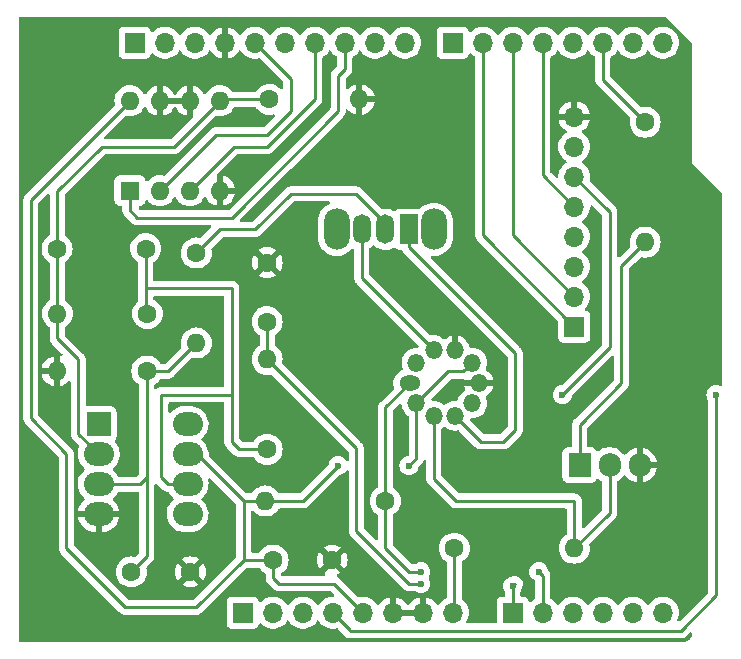
<source format=gbr>
%TF.GenerationSoftware,KiCad,Pcbnew,7.0.2*%
%TF.CreationDate,2024-01-22T00:44:54+01:00*%
%TF.ProjectId,MOSH_ISS_THANG_STEPH_JUNJIANG,4d4f5348-5f49-4535-935f-5448414e475f,rev?*%
%TF.SameCoordinates,Original*%
%TF.FileFunction,Copper,L2,Bot*%
%TF.FilePolarity,Positive*%
%FSLAX46Y46*%
G04 Gerber Fmt 4.6, Leading zero omitted, Abs format (unit mm)*
G04 Created by KiCad (PCBNEW 7.0.2) date 2024-01-22 00:44:54*
%MOMM*%
%LPD*%
G01*
G04 APERTURE LIST*
%TA.AperFunction,ComponentPad*%
%ADD10R,1.700000X1.700000*%
%TD*%
%TA.AperFunction,ComponentPad*%
%ADD11O,1.700000X1.700000*%
%TD*%
%TA.AperFunction,ComponentPad*%
%ADD12R,2.000000X2.000000*%
%TD*%
%TA.AperFunction,ComponentPad*%
%ADD13O,2.540000X2.000000*%
%TD*%
%TA.AperFunction,ComponentPad*%
%ADD14O,1.800000X1.300000*%
%TD*%
%TA.AperFunction,ComponentPad*%
%ADD15O,1.500000X1.500000*%
%TD*%
%TA.AperFunction,ComponentPad*%
%ADD16O,2.200000X3.500000*%
%TD*%
%TA.AperFunction,ComponentPad*%
%ADD17R,1.500000X2.500000*%
%TD*%
%TA.AperFunction,ComponentPad*%
%ADD18O,1.500000X2.500000*%
%TD*%
%TA.AperFunction,ComponentPad*%
%ADD19C,1.600000*%
%TD*%
%TA.AperFunction,ComponentPad*%
%ADD20O,1.600000X1.600000*%
%TD*%
%TA.AperFunction,ComponentPad*%
%ADD21R,1.905000X2.000000*%
%TD*%
%TA.AperFunction,ComponentPad*%
%ADD22O,1.905000X2.000000*%
%TD*%
%TA.AperFunction,ComponentPad*%
%ADD23R,1.600000X1.600000*%
%TD*%
%TA.AperFunction,ViaPad*%
%ADD24C,0.600000*%
%TD*%
%TA.AperFunction,Conductor*%
%ADD25C,0.250000*%
%TD*%
G04 APERTURE END LIST*
D10*
%TO.P,J1,1,Pin_1*%
%TO.N,unconnected-(J1-Pin_1-Pad1)*%
X127940000Y-97460000D03*
D11*
%TO.P,J1,2,Pin_2*%
%TO.N,/IOREF*%
X130480000Y-97460000D03*
%TO.P,J1,3,Pin_3*%
%TO.N,/~{RESET}*%
X133020000Y-97460000D03*
%TO.P,J1,4,Pin_4*%
%TO.N,+3V3*%
X135560000Y-97460000D03*
%TO.P,J1,5,Pin_5*%
%TO.N,+5V*%
X138100000Y-97460000D03*
%TO.P,J1,6,Pin_6*%
%TO.N,GND*%
X140640000Y-97460000D03*
%TO.P,J1,7,Pin_7*%
X143180000Y-97460000D03*
%TO.P,J1,8,Pin_8*%
%TO.N,VCC*%
X145720000Y-97460000D03*
%TD*%
D10*
%TO.P,J3,1,Pin_1*%
%TO.N,ADC1*%
X150800000Y-97460000D03*
D11*
%TO.P,J3,2,Pin_2*%
%TO.N,ADC2*%
X153340000Y-97460000D03*
%TO.P,J3,3,Pin_3*%
%TO.N,/A2*%
X155880000Y-97460000D03*
%TO.P,J3,4,Pin_4*%
%TO.N,/A3*%
X158420000Y-97460000D03*
%TO.P,J3,5,Pin_5*%
%TO.N,/SDA{slash}A4*%
X160960000Y-97460000D03*
%TO.P,J3,6,Pin_6*%
%TO.N,/SCL{slash}A5*%
X163500000Y-97460000D03*
%TD*%
D10*
%TO.P,J2,1,Pin_1*%
%TO.N,/SCL{slash}A5*%
X118796000Y-49200000D03*
D11*
%TO.P,J2,2,Pin_2*%
%TO.N,/SDA{slash}A4*%
X121336000Y-49200000D03*
%TO.P,J2,3,Pin_3*%
%TO.N,/AREF*%
X123876000Y-49200000D03*
%TO.P,J2,4,Pin_4*%
%TO.N,GND*%
X126416000Y-49200000D03*
%TO.P,J2,5,Pin_5*%
%TO.N,SCK*%
X128956000Y-49200000D03*
%TO.P,J2,6,Pin_6*%
%TO.N,/12*%
X131496000Y-49200000D03*
%TO.P,J2,7,Pin_7*%
%TO.N,MOSI*%
X134036000Y-49200000D03*
%TO.P,J2,8,Pin_8*%
%TO.N,CS*%
X136576000Y-49200000D03*
%TO.P,J2,9,Pin_9*%
%TO.N,/\u002A9*%
X139116000Y-49200000D03*
%TO.P,J2,10,Pin_10*%
%TO.N,/8*%
X141656000Y-49200000D03*
%TD*%
D10*
%TO.P,J4,1,Pin_1*%
%TO.N,/7*%
X145720000Y-49200000D03*
D11*
%TO.P,J4,2,Pin_2*%
%TO.N,RX*%
X148260000Y-49200000D03*
%TO.P,J4,3,Pin_3*%
%TO.N,TX*%
X150800000Y-49200000D03*
%TO.P,J4,4,Pin_4*%
%TO.N,RST*%
X153340000Y-49200000D03*
%TO.P,J4,5,Pin_5*%
%TO.N,/\u002A3*%
X155880000Y-49200000D03*
%TO.P,J4,6,Pin_6*%
%TO.N,SW_CTL*%
X158420000Y-49200000D03*
%TO.P,J4,7,Pin_7*%
%TO.N,/TX{slash}1*%
X160960000Y-49200000D03*
%TO.P,J4,8,Pin_8*%
%TO.N,/RX{slash}0*%
X163500000Y-49200000D03*
%TD*%
D12*
%TO.P,U1,1,NC_2*%
%TO.N,unconnected-(U1-NC_2-Pad1)*%
X115740000Y-81490000D03*
D13*
%TO.P,U1,2,IN-*%
%TO.N,R_potentiometer *%
X115740000Y-84030000D03*
%TO.P,U1,3,IN+*%
%TO.N,IN+*%
X115740000Y-86570000D03*
%TO.P,U1,4,V-*%
%TO.N,GND*%
X115740000Y-89110000D03*
%TO.P,U1,5,CLOCK*%
%TO.N,unconnected-(U1-CLOCK-Pad5)*%
X123260000Y-89110000D03*
%TO.P,U1,6,OUT*%
%TO.N,Net-(U1-OUT)*%
X123260000Y-86570000D03*
%TO.P,U1,7,V+*%
%TO.N,+5V*%
X123260000Y-84030000D03*
%TO.P,U1,8,NC*%
%TO.N,unconnected-(U1-NC-Pad8)*%
X123260000Y-81490000D03*
%TD*%
D14*
%TO.P,U2,1,R_ALU_IN*%
%TO.N,ADC2*%
X142085000Y-78000000D03*
D15*
%TO.P,U2,2,R_Sens_1_IN*%
%TO.N,+5V*%
X142642670Y-79716333D03*
%TO.P,U2,3,R_Poly_IN*%
%TO.N,SW_12V*%
X144102670Y-80777085D03*
%TO.P,U2,4,R_Sens_1_OUT*%
%TO.N,SW_1*%
X145907330Y-80777085D03*
%TO.P,U2,5,NC*%
%TO.N,unconnected-(U2-NC-Pad5)*%
X147367330Y-79716333D03*
%TO.P,U2,6,R_ALU_OUT*%
%TO.N,GND*%
X147925000Y-78000000D03*
%TO.P,U2,7,R_Sens_2_IN*%
%TO.N,+5V*%
X147367330Y-76283667D03*
%TO.P,U2,8,R_Poly_OUT*%
%TO.N,GND*%
X145907330Y-75222915D03*
%TO.P,U2,9,R_Sens_2_OUT*%
%TO.N,SW_2*%
X144102670Y-75222915D03*
%TO.P,U2,10,NC*%
%TO.N,unconnected-(U2-NC-Pad10)*%
X142642670Y-76283667D03*
%TD*%
D16*
%TO.P,SW1,*%
%TO.N,*%
X144100000Y-65000000D03*
X135900000Y-65000000D03*
D17*
%TO.P,SW1,1,A*%
%TO.N,SW_1*%
X142000000Y-65000000D03*
D18*
%TO.P,SW1,2,B*%
%TO.N,Isens*%
X140000000Y-65000000D03*
%TO.P,SW1,3,C*%
%TO.N,SW_2*%
X138000000Y-65000000D03*
%TD*%
D19*
%TO.P,R3,1*%
%TO.N,Net-(U1-OUT)*%
X119860000Y-72130000D03*
D20*
%TO.P,R3,2*%
%TO.N,R_potentiometer *%
X112240000Y-72130000D03*
%TD*%
D19*
%TO.P,R8,1*%
%TO.N,VCC*%
X145840000Y-92000000D03*
D20*
%TO.P,R8,2*%
%TO.N,SW_12V*%
X156000000Y-92000000D03*
%TD*%
D19*
%TO.P,R5,1*%
%TO.N,R_potentiometer *%
X130190000Y-54000000D03*
D20*
%TO.P,R5,2*%
%TO.N,GND*%
X137810000Y-54000000D03*
%TD*%
D19*
%TO.P,C4,1*%
%TO.N,ADC1*%
X130000000Y-72810000D03*
%TO.P,C4,2*%
%TO.N,GND*%
X130000000Y-67810000D03*
%TD*%
%TO.P,R2,1*%
%TO.N,IN+*%
X119810000Y-77000000D03*
D20*
%TO.P,R2,2*%
%TO.N,GND*%
X112190000Y-77000000D03*
%TD*%
D19*
%TO.P,C1,1*%
%TO.N,IN+*%
X118500000Y-94000000D03*
%TO.P,C1,2*%
%TO.N,GND*%
X123500000Y-94000000D03*
%TD*%
%TO.P,R7,1*%
%TO.N,SW_CTL*%
X162000000Y-55920000D03*
D20*
%TO.P,R7,2*%
%TO.N,Net-(Q1-G)*%
X162000000Y-66080000D03*
%TD*%
D21*
%TO.P,Q1,1,G*%
%TO.N,Net-(Q1-G)*%
X156460000Y-84945000D03*
D22*
%TO.P,Q1,2,D*%
%TO.N,SW_12V*%
X159000000Y-84945000D03*
%TO.P,Q1,3,S*%
%TO.N,GND*%
X161540000Y-84945000D03*
%TD*%
D23*
%TO.P,U3,1,~{CS}*%
%TO.N,CS*%
X118380000Y-61730000D03*
D20*
%TO.P,U3,2,SCK*%
%TO.N,SCK*%
X120920000Y-61730000D03*
%TO.P,U3,3,SI*%
%TO.N,MOSI*%
X123460000Y-61730000D03*
%TO.P,U3,4,VSS*%
%TO.N,GND*%
X126000000Y-61730000D03*
%TO.P,U3,5,PA0*%
%TO.N,R_potentiometer *%
X126000000Y-54110000D03*
%TO.P,U3,6,PW0*%
%TO.N,GND*%
X123460000Y-54110000D03*
%TO.P,U3,7,PB0*%
X120920000Y-54110000D03*
%TO.P,U3,8,VDD*%
%TO.N,+5V*%
X118380000Y-54110000D03*
%TD*%
D19*
%TO.P,R4,1*%
%TO.N,Net-(U1-OUT)*%
X130000000Y-83620000D03*
D20*
%TO.P,R4,2*%
%TO.N,ADC1*%
X130000000Y-76000000D03*
%TD*%
D19*
%TO.P,C3,1*%
%TO.N,Net-(U1-OUT)*%
X119710000Y-66630000D03*
%TO.P,C3,2*%
%TO.N,R_potentiometer *%
X112210000Y-66630000D03*
%TD*%
D10*
%TO.P,J7,1,Pin_1*%
%TO.N,RX*%
X156000000Y-73240000D03*
D11*
%TO.P,J7,2,Pin_2*%
%TO.N,TX*%
X156000000Y-70700000D03*
%TO.P,J7,3,Pin_3*%
%TO.N,unconnected-(J7-Pin_3-Pad3)*%
X156000000Y-68160000D03*
%TO.P,J7,4,Pin_4*%
%TO.N,unconnected-(J7-Pin_4-Pad4)*%
X156000000Y-65620000D03*
%TO.P,J7,5,Pin_5*%
%TO.N,RST*%
X156000000Y-63080000D03*
%TO.P,J7,6,Pin_6*%
%TO.N,+3V3*%
X156000000Y-60540000D03*
%TO.P,J7,7,Pin_7*%
%TO.N,unconnected-(J7-Pin_7-Pad7)*%
X156000000Y-58000000D03*
%TO.P,J7,8,Pin_8*%
%TO.N,GND*%
X156000000Y-55460000D03*
%TD*%
D19*
%TO.P,C2,1*%
%TO.N,+5V*%
X130500000Y-93000000D03*
%TO.P,C2,2*%
%TO.N,GND*%
X135500000Y-93000000D03*
%TD*%
%TO.P,R6,1*%
%TO.N,ADC2*%
X140000000Y-88000000D03*
D20*
%TO.P,R6,2*%
%TO.N,+5V*%
X129840000Y-88000000D03*
%TD*%
D19*
%TO.P,R1,1*%
%TO.N,Isens*%
X124000000Y-67000000D03*
D20*
%TO.P,R1,2*%
%TO.N,IN+*%
X124000000Y-74620000D03*
%TD*%
D24*
%TO.N,+5V*%
X142000000Y-85000000D03*
X136000000Y-85000000D03*
%TO.N,ADC1*%
X143000000Y-95000000D03*
X150800000Y-95200000D03*
%TO.N,ADC2*%
X153000000Y-94000000D03*
X143000000Y-94000000D03*
%TO.N,+3V3*%
X168000000Y-79000000D03*
X155000000Y-79000000D03*
%TD*%
D25*
%TO.N,+5V*%
X136000000Y-85000000D02*
X133000000Y-88000000D01*
X142642670Y-84357330D02*
X142000000Y-85000000D01*
X131000000Y-95000000D02*
X135640000Y-95000000D01*
X118380000Y-54110000D02*
X110000000Y-62490000D01*
X133000000Y-88000000D02*
X129840000Y-88000000D01*
X128000000Y-93000000D02*
X130500000Y-93000000D01*
X113000000Y-84000000D02*
X113000000Y-92000000D01*
X130500000Y-93000000D02*
X130500000Y-94500000D01*
X113000000Y-92000000D02*
X118000000Y-97000000D01*
X128000000Y-88000000D02*
X129840000Y-88000000D01*
X110000000Y-81000000D02*
X113000000Y-84000000D01*
X135640000Y-95000000D02*
X138100000Y-97460000D01*
X146617330Y-77033667D02*
X145325336Y-77033667D01*
X147367330Y-76283667D02*
X146617330Y-77033667D01*
X130500000Y-94500000D02*
X131000000Y-95000000D01*
X118000000Y-97000000D02*
X123000000Y-97000000D01*
X128000000Y-88000000D02*
X128000000Y-93000000D01*
X124000000Y-97000000D02*
X123000000Y-97000000D01*
X145325336Y-77033667D02*
X142642670Y-79716333D01*
X123260000Y-84030000D02*
X124030000Y-84030000D01*
X128000000Y-93000000D02*
X124000000Y-97000000D01*
X142642670Y-79716333D02*
X142642670Y-84357330D01*
X110000000Y-62490000D02*
X110000000Y-81000000D01*
X124030000Y-84030000D02*
X128000000Y-88000000D01*
%TO.N,IN+*%
X119240000Y-86570000D02*
X115740000Y-86570000D01*
X119810000Y-92690000D02*
X118500000Y-94000000D01*
X119810000Y-86000000D02*
X119240000Y-86570000D01*
X119810000Y-77000000D02*
X121620000Y-77000000D01*
X119810000Y-77000000D02*
X119810000Y-86000000D01*
X121620000Y-77000000D02*
X124000000Y-74620000D01*
X119810000Y-86000000D02*
X119810000Y-92690000D01*
%TO.N,Net-(U1-OUT)*%
X121000000Y-79000000D02*
X121000000Y-86000000D01*
X121000000Y-86000000D02*
X121570000Y-86570000D01*
X121570000Y-86570000D02*
X123260000Y-86570000D01*
X127000000Y-79000000D02*
X121000000Y-79000000D01*
X127000000Y-70000000D02*
X127000000Y-79000000D01*
X119710000Y-70000000D02*
X119710000Y-71980000D01*
X119710000Y-71980000D02*
X119860000Y-72130000D01*
X127000000Y-83000000D02*
X127000000Y-79000000D01*
X119710000Y-70000000D02*
X127000000Y-70000000D01*
X119710000Y-66630000D02*
X119710000Y-70000000D01*
X127620000Y-83620000D02*
X127000000Y-83000000D01*
X130000000Y-83620000D02*
X127620000Y-83620000D01*
%TO.N,R_potentiometer *%
X112210000Y-66630000D02*
X112210000Y-72100000D01*
X112210000Y-61790000D02*
X112210000Y-66630000D01*
X112240000Y-74240000D02*
X114000000Y-76000000D01*
X116000000Y-58000000D02*
X112210000Y-61790000D01*
X122110000Y-58000000D02*
X116000000Y-58000000D01*
X130190000Y-54000000D02*
X126110000Y-54000000D01*
X112210000Y-72100000D02*
X112240000Y-72130000D01*
X114000000Y-82290000D02*
X115740000Y-84030000D01*
X112240000Y-72130000D02*
X112240000Y-74240000D01*
X114000000Y-76000000D02*
X114000000Y-82290000D01*
X126000000Y-54110000D02*
X122110000Y-58000000D01*
X126110000Y-54000000D02*
X126000000Y-54110000D01*
%TO.N,ADC1*%
X142000000Y-95000000D02*
X143000000Y-95000000D01*
X137550000Y-83550000D02*
X137550000Y-90550000D01*
X130000000Y-76000000D02*
X137550000Y-83550000D01*
X137550000Y-90550000D02*
X142000000Y-95000000D01*
X130000000Y-76000000D02*
X130000000Y-72810000D01*
X151000000Y-95000000D02*
X150800000Y-95200000D01*
X150800000Y-97460000D02*
X150800000Y-95200000D01*
%TO.N,SCK*%
X132000000Y-55000000D02*
X130000000Y-57000000D01*
X125650000Y-57000000D02*
X120920000Y-61730000D01*
X132000000Y-52244000D02*
X132000000Y-55000000D01*
X130000000Y-57000000D02*
X125650000Y-57000000D01*
X128956000Y-49200000D02*
X132000000Y-52244000D01*
%TO.N,MOSI*%
X127190000Y-58000000D02*
X123460000Y-61730000D01*
X134036000Y-49200000D02*
X134036000Y-53964000D01*
X130000000Y-58000000D02*
X127190000Y-58000000D01*
X134036000Y-53964000D02*
X130000000Y-58000000D01*
%TO.N,CS*%
X136000000Y-52000000D02*
X136000000Y-55000000D01*
X118380000Y-63380000D02*
X118380000Y-61730000D01*
X119000000Y-64000000D02*
X118380000Y-63380000D01*
X136000000Y-55000000D02*
X127000000Y-64000000D01*
X127000000Y-64000000D02*
X119000000Y-64000000D01*
X136576000Y-51424000D02*
X136000000Y-52000000D01*
X136576000Y-49200000D02*
X136576000Y-51424000D01*
%TO.N,ADC2*%
X153000000Y-94000000D02*
X153340000Y-94340000D01*
X140000000Y-92000000D02*
X142000000Y-94000000D01*
X153340000Y-94340000D02*
X153340000Y-97460000D01*
X140000000Y-88000000D02*
X140000000Y-80085000D01*
X140000000Y-88000000D02*
X140000000Y-92000000D01*
X142000000Y-94000000D02*
X143000000Y-94000000D01*
X140000000Y-80085000D02*
X142085000Y-78000000D01*
%TO.N,RX*%
X148260000Y-65500000D02*
X156000000Y-73240000D01*
X148260000Y-49200000D02*
X148260000Y-51260000D01*
X148260000Y-49200000D02*
X148260000Y-65500000D01*
%TO.N,+3V3*%
X165000000Y-99000000D02*
X168000000Y-96000000D01*
X156000000Y-60540000D02*
X159000000Y-63540000D01*
X155000000Y-79000000D02*
X159000000Y-75000000D01*
X168000000Y-96000000D02*
X168000000Y-79000000D01*
X135560000Y-97460000D02*
X137000000Y-98900000D01*
X137000000Y-99000000D02*
X165000000Y-99000000D01*
X137000000Y-98900000D02*
X137000000Y-99000000D01*
X159000000Y-75000000D02*
X159000000Y-64000000D01*
X159000000Y-63540000D02*
X159000000Y-64000000D01*
%TO.N,VCC*%
X145840000Y-92000000D02*
X145840000Y-97340000D01*
X145840000Y-97340000D02*
X145720000Y-97460000D01*
%TO.N,TX*%
X150800000Y-49200000D02*
X150800000Y-65500000D01*
X150800000Y-65500000D02*
X156000000Y-70700000D01*
%TO.N,RST*%
X153340000Y-49200000D02*
X153340000Y-60420000D01*
X153340000Y-60420000D02*
X156000000Y-63080000D01*
%TO.N,SW_CTL*%
X158420000Y-49200000D02*
X158420000Y-52340000D01*
X158420000Y-52340000D02*
X162000000Y-55920000D01*
%TO.N,Net-(Q1-G)*%
X160000000Y-68080000D02*
X160000000Y-78000000D01*
X162000000Y-66080000D02*
X160000000Y-68080000D01*
X160000000Y-78000000D02*
X156460000Y-81540000D01*
X156460000Y-81540000D02*
X156460000Y-84945000D01*
%TO.N,SW_12V*%
X156000000Y-92000000D02*
X156000000Y-88000000D01*
X156000000Y-88000000D02*
X146000000Y-88000000D01*
X144102670Y-86102670D02*
X146000000Y-88000000D01*
X159000000Y-89000000D02*
X159000000Y-84945000D01*
X156000000Y-92000000D02*
X159000000Y-89000000D01*
X144102670Y-80777085D02*
X144102670Y-86102670D01*
%TO.N,SW_1*%
X142000000Y-65000000D02*
X142000000Y-66500000D01*
X148130245Y-83000000D02*
X145907330Y-80777085D01*
X142000000Y-66500000D02*
X151000000Y-75500000D01*
X151000000Y-82000000D02*
X150000000Y-83000000D01*
X150000000Y-83000000D02*
X148130245Y-83000000D01*
X151000000Y-75500000D02*
X151000000Y-82000000D01*
%TO.N,Isens*%
X129000000Y-65000000D02*
X132000000Y-62000000D01*
X126000000Y-65000000D02*
X129000000Y-65000000D01*
X140000000Y-64500000D02*
X140000000Y-65000000D01*
X124000000Y-67000000D02*
X126000000Y-65000000D01*
X137500000Y-62000000D02*
X140000000Y-64500000D01*
X132000000Y-62000000D02*
X137500000Y-62000000D01*
%TO.N,SW_2*%
X138000000Y-65000000D02*
X138000000Y-69120245D01*
X138000000Y-69120245D02*
X144102670Y-75222915D01*
%TD*%
%TA.AperFunction,Conductor*%
%TO.N,GND*%
G36*
X163748904Y-47019685D02*
G01*
X163769546Y-47036319D01*
X165928181Y-49194953D01*
X165961666Y-49256276D01*
X165964500Y-49282634D01*
X165964500Y-59315019D01*
X165961963Y-59334292D01*
X165964028Y-59357896D01*
X165964500Y-59368702D01*
X165964500Y-59381116D01*
X165967075Y-59392733D01*
X165967182Y-59393956D01*
X165971651Y-59403541D01*
X165978451Y-59411644D01*
X165978452Y-59411645D01*
X165979500Y-59412250D01*
X166005185Y-59431958D01*
X168468181Y-61894954D01*
X168501666Y-61956277D01*
X168504500Y-61982635D01*
X168504500Y-78145202D01*
X168484815Y-78212241D01*
X168432011Y-78257996D01*
X168362853Y-78267940D01*
X168339546Y-78262244D01*
X168214109Y-78218352D01*
X168181047Y-78206783D01*
X168181046Y-78206782D01*
X168181044Y-78206782D01*
X168000000Y-78186383D01*
X167818955Y-78206782D01*
X167646984Y-78266957D01*
X167492717Y-78363890D01*
X167363890Y-78492717D01*
X167266957Y-78646984D01*
X167206782Y-78818955D01*
X167186383Y-79000000D01*
X167206782Y-79181044D01*
X167266958Y-79353018D01*
X167347493Y-79481187D01*
X167366500Y-79547159D01*
X167366500Y-95686232D01*
X167346815Y-95753271D01*
X167330181Y-95773913D01*
X164933137Y-98170957D01*
X164871814Y-98204442D01*
X164802122Y-98199458D01*
X164746189Y-98157586D01*
X164721772Y-98092122D01*
X164731900Y-98033466D01*
X164789296Y-97902616D01*
X164844564Y-97684368D01*
X164863156Y-97460000D01*
X164844564Y-97235632D01*
X164789296Y-97017384D01*
X164698860Y-96811209D01*
X164575722Y-96622732D01*
X164423240Y-96457094D01*
X164245576Y-96318811D01*
X164047574Y-96211658D01*
X164047573Y-96211657D01*
X164047572Y-96211657D01*
X163834636Y-96138556D01*
X163612569Y-96101500D01*
X163387431Y-96101500D01*
X163165363Y-96138556D01*
X162952427Y-96211657D01*
X162754424Y-96318811D01*
X162576760Y-96457094D01*
X162424279Y-96622730D01*
X162333809Y-96761205D01*
X162280662Y-96806561D01*
X162211431Y-96815985D01*
X162148095Y-96786483D01*
X162126191Y-96761205D01*
X162035723Y-96622734D01*
X162035722Y-96622732D01*
X161883240Y-96457094D01*
X161705576Y-96318811D01*
X161507574Y-96211658D01*
X161507573Y-96211657D01*
X161507572Y-96211657D01*
X161294636Y-96138556D01*
X161072569Y-96101500D01*
X160847431Y-96101500D01*
X160625363Y-96138556D01*
X160412427Y-96211657D01*
X160214424Y-96318811D01*
X160036760Y-96457094D01*
X159884279Y-96622730D01*
X159793809Y-96761205D01*
X159740662Y-96806561D01*
X159671431Y-96815985D01*
X159608095Y-96786483D01*
X159586191Y-96761205D01*
X159495723Y-96622734D01*
X159495722Y-96622732D01*
X159343240Y-96457094D01*
X159165576Y-96318811D01*
X158967574Y-96211658D01*
X158967573Y-96211657D01*
X158967572Y-96211657D01*
X158754636Y-96138556D01*
X158532569Y-96101500D01*
X158307431Y-96101500D01*
X158085363Y-96138556D01*
X157872427Y-96211657D01*
X157674424Y-96318811D01*
X157496760Y-96457094D01*
X157344279Y-96622730D01*
X157253809Y-96761205D01*
X157200662Y-96806561D01*
X157131431Y-96815985D01*
X157068095Y-96786483D01*
X157046191Y-96761205D01*
X156955723Y-96622734D01*
X156955722Y-96622732D01*
X156803240Y-96457094D01*
X156625576Y-96318811D01*
X156427574Y-96211658D01*
X156427573Y-96211657D01*
X156427572Y-96211657D01*
X156214636Y-96138556D01*
X155992569Y-96101500D01*
X155767431Y-96101500D01*
X155545363Y-96138556D01*
X155332427Y-96211657D01*
X155134424Y-96318811D01*
X154956760Y-96457094D01*
X154804279Y-96622730D01*
X154713809Y-96761205D01*
X154660662Y-96806561D01*
X154591431Y-96815985D01*
X154528095Y-96786483D01*
X154506191Y-96761205D01*
X154415723Y-96622734D01*
X154415722Y-96622732D01*
X154263240Y-96457094D01*
X154093499Y-96324978D01*
X154085575Y-96318810D01*
X154038481Y-96293324D01*
X153988891Y-96244104D01*
X153973500Y-96184270D01*
X153973500Y-94423633D01*
X153975789Y-94402888D01*
X153975701Y-94400095D01*
X153975702Y-94400092D01*
X153973561Y-94331968D01*
X153973500Y-94328073D01*
X153973500Y-94304043D01*
X153973500Y-94300144D01*
X153972983Y-94296058D01*
X153972065Y-94284399D01*
X153971586Y-94269146D01*
X153970674Y-94240111D01*
X153964977Y-94220501D01*
X153961033Y-94201460D01*
X153958474Y-94181203D01*
X153942161Y-94140002D01*
X153938386Y-94128975D01*
X153926019Y-94086407D01*
X153915622Y-94068828D01*
X153907064Y-94051357D01*
X153899552Y-94032384D01*
X153899552Y-94032383D01*
X153873505Y-93996532D01*
X153867098Y-93986778D01*
X153844542Y-93948637D01*
X153833849Y-93937945D01*
X153800362Y-93876623D01*
X153798311Y-93864173D01*
X153793217Y-93818953D01*
X153733043Y-93646985D01*
X153636111Y-93492719D01*
X153507281Y-93363889D01*
X153353015Y-93266957D01*
X153181047Y-93206783D01*
X153181046Y-93206782D01*
X153181044Y-93206782D01*
X153000000Y-93186383D01*
X152818955Y-93206782D01*
X152646984Y-93266957D01*
X152492717Y-93363890D01*
X152363890Y-93492717D01*
X152266957Y-93646984D01*
X152206782Y-93818955D01*
X152186383Y-94000000D01*
X152206782Y-94181044D01*
X152206782Y-94181046D01*
X152206783Y-94181047D01*
X152266957Y-94353015D01*
X152363889Y-94507281D01*
X152492719Y-94636111D01*
X152646985Y-94733043D01*
X152646986Y-94733043D01*
X152648472Y-94733977D01*
X152694763Y-94786312D01*
X152706500Y-94838971D01*
X152706500Y-96184270D01*
X152686815Y-96251309D01*
X152641519Y-96293324D01*
X152594424Y-96318810D01*
X152416759Y-96457094D01*
X152353548Y-96525759D01*
X152293660Y-96561749D01*
X152223822Y-96559648D01*
X152166207Y-96520123D01*
X152146138Y-96485110D01*
X152118825Y-96411884D01*
X152100889Y-96363796D01*
X152057249Y-96305500D01*
X152013261Y-96246738D01*
X151896203Y-96159110D01*
X151759205Y-96108011D01*
X151701924Y-96101853D01*
X151701918Y-96101852D01*
X151698638Y-96101500D01*
X151695328Y-96101500D01*
X151557500Y-96101500D01*
X151490461Y-96081815D01*
X151444706Y-96029011D01*
X151433500Y-95977500D01*
X151433500Y-95747159D01*
X151452507Y-95681187D01*
X151470102Y-95653185D01*
X151533043Y-95553015D01*
X151593217Y-95381047D01*
X151613616Y-95200000D01*
X151613615Y-95199998D01*
X151614007Y-95196526D01*
X151614624Y-95169035D01*
X151628880Y-95079025D01*
X151638220Y-95020057D01*
X151623157Y-94860708D01*
X151568939Y-94710111D01*
X151478972Y-94577729D01*
X151358910Y-94471879D01*
X151216296Y-94399214D01*
X151060092Y-94364298D01*
X151060090Y-94364298D01*
X150900109Y-94369325D01*
X150853649Y-94382823D01*
X150805181Y-94386967D01*
X150800001Y-94386383D01*
X150618955Y-94406782D01*
X150446984Y-94466957D01*
X150292717Y-94563890D01*
X150163890Y-94692717D01*
X150066957Y-94846984D01*
X150006782Y-95018955D01*
X149986383Y-95199999D01*
X150006782Y-95381044D01*
X150066958Y-95553018D01*
X150147493Y-95681187D01*
X150166500Y-95747159D01*
X150166500Y-95977500D01*
X150146815Y-96044539D01*
X150094011Y-96090294D01*
X150042500Y-96101500D01*
X149901362Y-96101500D01*
X149898082Y-96101852D01*
X149898075Y-96101853D01*
X149840794Y-96108011D01*
X149703796Y-96159110D01*
X149586738Y-96246738D01*
X149499110Y-96363796D01*
X149448011Y-96500794D01*
X149441853Y-96558075D01*
X149441500Y-96561362D01*
X149441500Y-96564671D01*
X149441500Y-98242500D01*
X149421815Y-98309539D01*
X149369011Y-98355294D01*
X149317500Y-98366500D01*
X146979623Y-98366500D01*
X146912584Y-98346815D01*
X146866829Y-98294011D01*
X146856885Y-98224853D01*
X146875814Y-98174679D01*
X146918860Y-98108791D01*
X146951900Y-98033466D01*
X147009296Y-97902616D01*
X147064564Y-97684368D01*
X147083156Y-97460000D01*
X147064564Y-97235632D01*
X147009296Y-97017384D01*
X146918860Y-96811209D01*
X146795722Y-96622732D01*
X146643240Y-96457094D01*
X146643239Y-96457093D01*
X146521337Y-96362211D01*
X146480524Y-96305500D01*
X146473500Y-96264358D01*
X146473500Y-93218352D01*
X146493185Y-93151313D01*
X146526373Y-93116779D01*
X146684300Y-93006198D01*
X146846198Y-92844300D01*
X146977523Y-92656749D01*
X147074284Y-92449243D01*
X147133543Y-92228087D01*
X147153498Y-92000000D01*
X147133543Y-91771913D01*
X147074284Y-91550757D01*
X146977523Y-91343251D01*
X146846198Y-91155700D01*
X146684300Y-90993802D01*
X146496749Y-90862477D01*
X146496746Y-90862476D01*
X146496744Y-90862474D01*
X146289246Y-90765717D01*
X146289243Y-90765716D01*
X146076824Y-90708798D01*
X146068084Y-90706456D01*
X145840000Y-90686501D01*
X145611915Y-90706456D01*
X145390753Y-90765717D01*
X145183255Y-90862474D01*
X145132246Y-90898191D01*
X145005262Y-90987107D01*
X144995696Y-90993805D01*
X144833805Y-91155696D01*
X144702474Y-91343255D01*
X144605717Y-91550753D01*
X144546456Y-91771915D01*
X144526501Y-92000000D01*
X144546456Y-92228084D01*
X144546457Y-92228087D01*
X144599915Y-92427595D01*
X144605717Y-92449246D01*
X144702474Y-92656744D01*
X144702476Y-92656746D01*
X144702477Y-92656749D01*
X144833802Y-92844300D01*
X144995700Y-93006198D01*
X145153625Y-93116779D01*
X145197248Y-93171354D01*
X145206500Y-93218352D01*
X145206500Y-96119330D01*
X145186815Y-96186369D01*
X145141519Y-96228383D01*
X145021520Y-96293324D01*
X144974422Y-96318812D01*
X144796760Y-96457094D01*
X144644275Y-96622734D01*
X144550250Y-96766650D01*
X144497104Y-96812006D01*
X144427873Y-96821430D01*
X144364537Y-96791928D01*
X144344867Y-96769951D01*
X144218109Y-96588921D01*
X144051081Y-96421893D01*
X143857576Y-96286399D01*
X143643492Y-96186569D01*
X143430000Y-96129364D01*
X143430000Y-97024498D01*
X143322315Y-96975320D01*
X143215763Y-96960000D01*
X143144237Y-96960000D01*
X143037685Y-96975320D01*
X142930000Y-97024498D01*
X142930000Y-96129364D01*
X142929999Y-96129364D01*
X142716507Y-96186569D01*
X142502421Y-96286400D01*
X142308921Y-96421890D01*
X142141893Y-96588918D01*
X142011575Y-96775032D01*
X141956998Y-96818656D01*
X141887499Y-96825849D01*
X141825145Y-96794327D01*
X141808425Y-96775032D01*
X141678106Y-96588918D01*
X141511081Y-96421893D01*
X141317576Y-96286399D01*
X141103492Y-96186569D01*
X140890000Y-96129364D01*
X140890000Y-97024498D01*
X140782315Y-96975320D01*
X140675763Y-96960000D01*
X140604237Y-96960000D01*
X140497685Y-96975320D01*
X140390000Y-97024498D01*
X140390000Y-96129364D01*
X140389999Y-96129364D01*
X140176507Y-96186569D01*
X139962421Y-96286400D01*
X139768921Y-96421890D01*
X139601893Y-96588918D01*
X139475132Y-96769952D01*
X139420555Y-96813576D01*
X139351056Y-96820769D01*
X139288702Y-96789247D01*
X139269748Y-96766649D01*
X139175723Y-96622732D01*
X139081263Y-96520123D01*
X139023240Y-96457094D01*
X138845576Y-96318811D01*
X138647574Y-96211658D01*
X138647573Y-96211657D01*
X138647572Y-96211657D01*
X138434636Y-96138556D01*
X138212569Y-96101500D01*
X137987431Y-96101500D01*
X137755230Y-96140247D01*
X137754752Y-96137384D01*
X137701095Y-96139802D01*
X137642959Y-96107054D01*
X136147088Y-94611183D01*
X136134044Y-94594902D01*
X136132000Y-94592983D01*
X136132000Y-94592982D01*
X136082315Y-94546325D01*
X136079550Y-94543645D01*
X136062527Y-94526622D01*
X136059770Y-94523865D01*
X136056486Y-94521317D01*
X136047623Y-94513746D01*
X136015321Y-94483414D01*
X135997433Y-94473580D01*
X135981169Y-94462896D01*
X135965040Y-94450385D01*
X135959270Y-94447888D01*
X135905561Y-94403198D01*
X135884540Y-94336566D01*
X135902880Y-94269146D01*
X135954758Y-94222344D01*
X135956110Y-94221704D01*
X136152480Y-94130134D01*
X136225472Y-94079025D01*
X135544401Y-93397953D01*
X135625148Y-93385165D01*
X135738045Y-93327641D01*
X135827641Y-93238045D01*
X135885165Y-93125148D01*
X135897953Y-93044400D01*
X136579025Y-93725472D01*
X136630134Y-93652480D01*
X136726266Y-93446326D01*
X136785141Y-93226602D01*
X136804966Y-93000000D01*
X136785141Y-92773397D01*
X136726266Y-92553673D01*
X136630133Y-92347515D01*
X136579025Y-92274526D01*
X135897953Y-92955598D01*
X135885165Y-92874852D01*
X135827641Y-92761955D01*
X135738045Y-92672359D01*
X135625148Y-92614835D01*
X135544400Y-92602046D01*
X136225472Y-91920974D01*
X136225471Y-91920972D01*
X136152484Y-91869866D01*
X135946326Y-91773733D01*
X135726602Y-91714858D01*
X135500000Y-91695033D01*
X135273397Y-91714858D01*
X135053672Y-91773733D01*
X134847516Y-91869865D01*
X134774527Y-91920973D01*
X134774526Y-91920973D01*
X135455600Y-92602046D01*
X135374852Y-92614835D01*
X135261955Y-92672359D01*
X135172359Y-92761955D01*
X135114835Y-92874852D01*
X135102046Y-92955598D01*
X134420973Y-92274527D01*
X134369865Y-92347516D01*
X134273733Y-92553672D01*
X134214858Y-92773397D01*
X134195033Y-93000000D01*
X134214858Y-93226602D01*
X134273733Y-93446326D01*
X134369866Y-93652484D01*
X134420972Y-93725471D01*
X134420973Y-93725472D01*
X135102045Y-93044399D01*
X135114835Y-93125148D01*
X135172359Y-93238045D01*
X135261955Y-93327641D01*
X135374852Y-93385165D01*
X135455599Y-93397953D01*
X134774526Y-94079025D01*
X134774526Y-94079026D01*
X134856403Y-94136356D01*
X134855703Y-94137355D01*
X134899923Y-94176291D01*
X134919074Y-94243485D01*
X134898858Y-94310366D01*
X134845692Y-94355700D01*
X134795078Y-94366500D01*
X131313767Y-94366500D01*
X131246728Y-94346815D01*
X131226085Y-94330180D01*
X131188710Y-94292804D01*
X131155225Y-94231480D01*
X131160211Y-94161789D01*
X131202083Y-94105856D01*
X131205245Y-94103565D01*
X131344300Y-94006198D01*
X131506198Y-93844300D01*
X131637523Y-93656749D01*
X131734284Y-93449243D01*
X131793543Y-93228087D01*
X131813498Y-93000000D01*
X131793543Y-92771913D01*
X131734284Y-92550757D01*
X131637523Y-92343251D01*
X131506198Y-92155700D01*
X131344300Y-91993802D01*
X131156749Y-91862477D01*
X131156746Y-91862476D01*
X131156744Y-91862474D01*
X130949246Y-91765717D01*
X130949243Y-91765716D01*
X130759440Y-91714858D01*
X130728084Y-91706456D01*
X130500000Y-91686501D01*
X130271915Y-91706456D01*
X130050753Y-91765717D01*
X129843255Y-91862474D01*
X129655696Y-91993805D01*
X129493801Y-92155700D01*
X129383221Y-92313624D01*
X129328644Y-92357249D01*
X129281647Y-92366500D01*
X128757500Y-92366500D01*
X128690461Y-92346815D01*
X128644706Y-92294011D01*
X128633500Y-92242500D01*
X128633500Y-88943360D01*
X128653185Y-88876321D01*
X128705989Y-88830566D01*
X128775147Y-88820622D01*
X128838703Y-88849647D01*
X128845181Y-88855679D01*
X128995700Y-89006198D01*
X129183251Y-89137523D01*
X129390757Y-89234284D01*
X129611913Y-89293543D01*
X129840000Y-89313498D01*
X130068087Y-89293543D01*
X130289243Y-89234284D01*
X130496749Y-89137523D01*
X130684300Y-89006198D01*
X130846198Y-88844300D01*
X130909937Y-88753272D01*
X130956779Y-88686376D01*
X131011356Y-88642751D01*
X131058353Y-88633500D01*
X132916367Y-88633500D01*
X132937108Y-88635789D01*
X132939905Y-88635701D01*
X132939909Y-88635702D01*
X133008017Y-88633560D01*
X133011913Y-88633500D01*
X133035958Y-88633500D01*
X133039856Y-88633500D01*
X133043724Y-88633011D01*
X133043947Y-88632983D01*
X133055608Y-88632064D01*
X133099889Y-88630673D01*
X133119498Y-88624975D01*
X133138531Y-88621033D01*
X133158797Y-88618474D01*
X133200006Y-88602157D01*
X133211037Y-88598380D01*
X133253593Y-88586018D01*
X133271160Y-88575628D01*
X133288632Y-88567068D01*
X133307617Y-88559552D01*
X133343475Y-88533498D01*
X133353223Y-88527096D01*
X133391362Y-88504542D01*
X133405800Y-88490103D01*
X133420588Y-88477472D01*
X133437107Y-88465472D01*
X133465359Y-88431319D01*
X133473203Y-88422699D01*
X136062056Y-85833846D01*
X136123377Y-85800363D01*
X136135853Y-85798309D01*
X136138915Y-85797964D01*
X136181047Y-85793217D01*
X136353015Y-85733043D01*
X136507281Y-85636111D01*
X136636111Y-85507281D01*
X136687508Y-85425483D01*
X136739841Y-85379194D01*
X136808894Y-85368546D01*
X136872743Y-85396921D01*
X136911115Y-85455310D01*
X136916500Y-85491457D01*
X136916500Y-90466367D01*
X136914210Y-90487108D01*
X136916439Y-90558016D01*
X136916500Y-90561912D01*
X136916500Y-90589856D01*
X136916987Y-90593716D01*
X136916988Y-90593722D01*
X136917019Y-90593965D01*
X136917934Y-90605596D01*
X136919326Y-90649888D01*
X136925022Y-90669492D01*
X136928967Y-90688544D01*
X136931525Y-90708798D01*
X136947838Y-90750001D01*
X136951621Y-90761049D01*
X136963982Y-90803593D01*
X136974374Y-90821166D01*
X136982931Y-90838633D01*
X136990448Y-90857618D01*
X137016491Y-90893463D01*
X137022905Y-90903227D01*
X137045458Y-90941362D01*
X137059890Y-90955794D01*
X137072526Y-90970589D01*
X137084526Y-90987105D01*
X137118667Y-91015349D01*
X137127308Y-91023212D01*
X141492910Y-95388814D01*
X141505959Y-95405101D01*
X141507999Y-95407016D01*
X141508000Y-95407018D01*
X141557701Y-95453690D01*
X141560450Y-95456354D01*
X141580230Y-95476134D01*
X141583484Y-95478658D01*
X141592367Y-95486244D01*
X141624679Y-95516586D01*
X141642572Y-95526422D01*
X141658831Y-95537103D01*
X141674959Y-95549613D01*
X141715625Y-95567210D01*
X141726106Y-95572346D01*
X141747567Y-95584144D01*
X141764940Y-95593695D01*
X141784706Y-95598770D01*
X141784710Y-95598771D01*
X141803115Y-95605071D01*
X141821855Y-95613181D01*
X141865618Y-95620111D01*
X141877045Y-95622478D01*
X141919970Y-95633500D01*
X141940391Y-95633500D01*
X141959788Y-95635026D01*
X141968555Y-95636415D01*
X141979942Y-95638219D01*
X141979942Y-95638218D01*
X141979943Y-95638219D01*
X142024049Y-95634049D01*
X142035718Y-95633500D01*
X142452840Y-95633500D01*
X142518810Y-95652505D01*
X142646985Y-95733043D01*
X142818953Y-95793217D01*
X143000000Y-95813616D01*
X143181047Y-95793217D01*
X143353015Y-95733043D01*
X143507281Y-95636111D01*
X143636111Y-95507281D01*
X143733043Y-95353015D01*
X143793217Y-95181047D01*
X143813616Y-95000000D01*
X143793217Y-94818953D01*
X143733043Y-94646985D01*
X143682137Y-94565970D01*
X143663138Y-94498734D01*
X143682139Y-94434026D01*
X143733043Y-94353015D01*
X143793217Y-94181047D01*
X143813616Y-94000000D01*
X143793217Y-93818953D01*
X143733043Y-93646985D01*
X143636111Y-93492719D01*
X143507281Y-93363889D01*
X143353015Y-93266957D01*
X143181047Y-93206783D01*
X143181046Y-93206782D01*
X143181044Y-93206782D01*
X143000000Y-93186383D01*
X142818955Y-93206782D01*
X142646984Y-93266957D01*
X142572916Y-93313498D01*
X142518810Y-93347494D01*
X142452840Y-93366500D01*
X142313766Y-93366500D01*
X142246727Y-93346815D01*
X142226085Y-93330181D01*
X140669819Y-91773914D01*
X140636334Y-91712591D01*
X140633500Y-91686233D01*
X140633500Y-89218352D01*
X140653185Y-89151313D01*
X140686373Y-89116779D01*
X140844300Y-89006198D01*
X141006198Y-88844300D01*
X141137523Y-88656749D01*
X141234284Y-88449243D01*
X141293543Y-88228087D01*
X141313498Y-88000000D01*
X141293543Y-87771913D01*
X141234284Y-87550757D01*
X141137523Y-87343251D01*
X141006198Y-87155700D01*
X140844300Y-86993802D01*
X140686374Y-86883220D01*
X140642752Y-86828646D01*
X140633500Y-86781648D01*
X140633500Y-80398765D01*
X140653185Y-80331726D01*
X140669819Y-80311084D01*
X140915962Y-80064941D01*
X141182096Y-79798806D01*
X141243417Y-79765323D01*
X141313108Y-79770307D01*
X141369042Y-79812178D01*
X141393303Y-79875681D01*
X141398554Y-79935701D01*
X141455550Y-80148410D01*
X141484682Y-80210883D01*
X141548614Y-80347987D01*
X141674921Y-80528371D01*
X141830632Y-80684082D01*
X141956295Y-80772072D01*
X141999919Y-80826648D01*
X142009170Y-80873646D01*
X142009170Y-84043561D01*
X141989485Y-84110600D01*
X141972850Y-84131243D01*
X141937940Y-84166152D01*
X141876616Y-84199637D01*
X141864145Y-84201690D01*
X141818956Y-84206782D01*
X141818953Y-84206782D01*
X141818953Y-84206783D01*
X141646985Y-84266957D01*
X141646983Y-84266957D01*
X141646983Y-84266958D01*
X141492717Y-84363890D01*
X141363890Y-84492717D01*
X141266957Y-84646984D01*
X141206782Y-84818955D01*
X141186383Y-85000000D01*
X141206782Y-85181044D01*
X141206782Y-85181046D01*
X141206783Y-85181047D01*
X141266957Y-85353015D01*
X141363889Y-85507281D01*
X141492719Y-85636111D01*
X141646985Y-85733043D01*
X141818953Y-85793217D01*
X142000000Y-85813616D01*
X142181047Y-85793217D01*
X142353015Y-85733043D01*
X142507281Y-85636111D01*
X142636111Y-85507281D01*
X142733043Y-85353015D01*
X142793217Y-85181047D01*
X142798309Y-85135852D01*
X142825375Y-85071438D01*
X142833838Y-85062064D01*
X143031486Y-84864416D01*
X143047767Y-84851374D01*
X143049684Y-84849332D01*
X143049688Y-84849330D01*
X143096376Y-84799609D01*
X143098994Y-84796908D01*
X143118805Y-84777099D01*
X143121332Y-84773839D01*
X143128924Y-84764949D01*
X143159256Y-84732651D01*
X143169094Y-84714754D01*
X143179770Y-84698501D01*
X143192284Y-84682370D01*
X143209886Y-84641690D01*
X143215013Y-84631226D01*
X143230942Y-84602255D01*
X143236511Y-84592126D01*
X143286059Y-84542864D01*
X143354375Y-84528210D01*
X143419768Y-84552817D01*
X143461477Y-84608871D01*
X143469170Y-84651868D01*
X143469170Y-86019037D01*
X143466880Y-86039778D01*
X143466968Y-86042578D01*
X143466968Y-86042579D01*
X143467777Y-86068326D01*
X143469109Y-86110686D01*
X143469170Y-86114582D01*
X143469170Y-86142526D01*
X143469657Y-86146386D01*
X143469658Y-86146392D01*
X143469689Y-86146635D01*
X143470604Y-86158266D01*
X143471996Y-86202558D01*
X143477692Y-86222162D01*
X143481637Y-86241214D01*
X143484195Y-86261468D01*
X143500508Y-86302671D01*
X143504291Y-86313719D01*
X143516652Y-86356263D01*
X143527044Y-86373836D01*
X143535601Y-86391303D01*
X143543118Y-86410288D01*
X143569161Y-86446133D01*
X143575575Y-86455897D01*
X143598128Y-86494032D01*
X143612560Y-86508464D01*
X143625196Y-86523259D01*
X143637196Y-86539775D01*
X143671337Y-86568019D01*
X143679978Y-86575882D01*
X145492912Y-88388817D01*
X145505956Y-88405098D01*
X145507999Y-88407016D01*
X145508000Y-88407018D01*
X145557685Y-88453675D01*
X145560449Y-88456354D01*
X145580230Y-88476135D01*
X145583306Y-88478521D01*
X145583503Y-88478674D01*
X145592372Y-88486249D01*
X145624679Y-88516586D01*
X145642564Y-88526418D01*
X145658825Y-88537099D01*
X145674959Y-88549614D01*
X145715625Y-88567210D01*
X145726111Y-88572348D01*
X145731413Y-88575263D01*
X145764940Y-88593695D01*
X145783177Y-88598377D01*
X145784708Y-88598770D01*
X145803119Y-88605073D01*
X145821855Y-88613181D01*
X145865626Y-88620113D01*
X145877041Y-88622477D01*
X145919970Y-88633500D01*
X145940384Y-88633500D01*
X145959783Y-88635027D01*
X145979943Y-88638220D01*
X146024056Y-88634050D01*
X146035726Y-88633500D01*
X155242500Y-88633500D01*
X155309539Y-88653185D01*
X155355294Y-88705989D01*
X155366500Y-88757500D01*
X155366500Y-90781648D01*
X155346815Y-90848687D01*
X155313626Y-90883220D01*
X155155700Y-90993802D01*
X155155696Y-90993805D01*
X154993805Y-91155696D01*
X154862474Y-91343255D01*
X154765717Y-91550753D01*
X154706456Y-91771915D01*
X154686501Y-91999999D01*
X154706456Y-92228084D01*
X154706457Y-92228087D01*
X154759915Y-92427595D01*
X154765717Y-92449246D01*
X154862474Y-92656744D01*
X154862476Y-92656746D01*
X154862477Y-92656749D01*
X154993802Y-92844300D01*
X155155700Y-93006198D01*
X155343251Y-93137523D01*
X155550757Y-93234284D01*
X155771913Y-93293543D01*
X156000000Y-93313498D01*
X156228087Y-93293543D01*
X156449243Y-93234284D01*
X156656749Y-93137523D01*
X156844300Y-93006198D01*
X157006198Y-92844300D01*
X157137523Y-92656749D01*
X157234284Y-92449243D01*
X157293543Y-92228087D01*
X157313498Y-92000000D01*
X157293543Y-91771913D01*
X157276241Y-91707341D01*
X157277904Y-91637492D01*
X157308333Y-91587569D01*
X159388816Y-89507086D01*
X159405097Y-89494044D01*
X159407014Y-89492002D01*
X159407018Y-89492000D01*
X159453706Y-89442279D01*
X159456324Y-89439578D01*
X159476135Y-89419769D01*
X159478662Y-89416509D01*
X159486252Y-89407621D01*
X159516586Y-89375321D01*
X159526422Y-89357426D01*
X159537101Y-89341170D01*
X159549614Y-89325041D01*
X159567211Y-89284373D01*
X159572349Y-89273887D01*
X159584430Y-89251911D01*
X159593695Y-89235060D01*
X159598773Y-89215277D01*
X159605070Y-89196885D01*
X159613181Y-89178145D01*
X159620112Y-89134376D01*
X159622478Y-89122953D01*
X159633500Y-89080030D01*
X159633500Y-89059614D01*
X159635027Y-89040214D01*
X159638220Y-89020057D01*
X159634050Y-88975942D01*
X159633500Y-88964273D01*
X159633500Y-86384775D01*
X159653185Y-86317736D01*
X159698483Y-86275720D01*
X159714079Y-86267280D01*
X159801830Y-86219792D01*
X159992900Y-86071076D01*
X160156886Y-85892940D01*
X160171268Y-85870925D01*
X160224412Y-85825571D01*
X160293643Y-85816146D01*
X160356979Y-85845647D01*
X160378885Y-85870927D01*
X160389846Y-85887705D01*
X160552873Y-86064798D01*
X160742835Y-86212651D01*
X160954539Y-86327219D01*
X161182208Y-86405379D01*
X161290000Y-86423366D01*
X161290000Y-85436683D01*
X161318819Y-85454209D01*
X161464404Y-85495000D01*
X161577622Y-85495000D01*
X161689783Y-85479584D01*
X161790000Y-85436053D01*
X161790000Y-86423365D01*
X161897791Y-86405379D01*
X162125460Y-86327219D01*
X162337164Y-86212651D01*
X162527126Y-86064798D01*
X162690151Y-85887707D01*
X162821815Y-85686180D01*
X162918506Y-85465744D01*
X162977599Y-85232393D01*
X162980697Y-85195000D01*
X162034852Y-85195000D01*
X162083559Y-85057953D01*
X162093877Y-84907114D01*
X162063116Y-84759085D01*
X162029910Y-84695000D01*
X162980697Y-84695000D01*
X162977599Y-84657606D01*
X162918506Y-84424255D01*
X162821815Y-84203819D01*
X162690151Y-84002292D01*
X162527126Y-83825201D01*
X162337164Y-83677348D01*
X162125460Y-83562780D01*
X161897792Y-83484619D01*
X161790000Y-83466633D01*
X161790000Y-84453316D01*
X161761181Y-84435791D01*
X161615596Y-84395000D01*
X161502378Y-84395000D01*
X161390217Y-84410416D01*
X161290000Y-84453946D01*
X161290000Y-83466633D01*
X161289999Y-83466633D01*
X161182207Y-83484619D01*
X160954539Y-83562780D01*
X160742835Y-83677348D01*
X160552873Y-83825201D01*
X160389846Y-84002294D01*
X160378884Y-84019074D01*
X160325737Y-84064430D01*
X160256506Y-84073853D01*
X160193170Y-84044350D01*
X160171267Y-84019072D01*
X160164565Y-84008814D01*
X160156886Y-83997060D01*
X159992900Y-83818924D01*
X159801830Y-83670208D01*
X159588888Y-83554970D01*
X159588887Y-83554969D01*
X159588886Y-83554969D01*
X159359885Y-83476351D01*
X159121062Y-83436500D01*
X158878938Y-83436500D01*
X158640114Y-83476351D01*
X158411113Y-83554969D01*
X158198167Y-83670209D01*
X158063754Y-83774826D01*
X157998760Y-83800468D01*
X157930220Y-83786901D01*
X157879896Y-83738432D01*
X157871413Y-83720310D01*
X157863389Y-83698796D01*
X157863388Y-83698794D01*
X157775761Y-83581738D01*
X157658703Y-83494110D01*
X157521705Y-83443011D01*
X157464424Y-83436853D01*
X157464418Y-83436852D01*
X157461138Y-83436500D01*
X157457828Y-83436500D01*
X157217500Y-83436500D01*
X157150461Y-83416815D01*
X157104706Y-83364011D01*
X157093500Y-83312500D01*
X157093500Y-81853766D01*
X157113185Y-81786727D01*
X157129819Y-81766085D01*
X158747495Y-80148409D01*
X160388818Y-78507085D01*
X160405097Y-78494044D01*
X160407014Y-78492002D01*
X160407018Y-78492000D01*
X160453691Y-78442296D01*
X160456308Y-78439595D01*
X160476135Y-78419770D01*
X160478660Y-78416513D01*
X160486251Y-78407624D01*
X160516586Y-78375321D01*
X160526419Y-78357432D01*
X160537100Y-78341172D01*
X160549614Y-78325041D01*
X160567207Y-78284381D01*
X160572343Y-78273895D01*
X160593695Y-78235060D01*
X160598773Y-78215277D01*
X160605070Y-78196885D01*
X160613181Y-78178145D01*
X160620112Y-78134376D01*
X160622478Y-78122953D01*
X160633500Y-78080030D01*
X160633500Y-78059614D01*
X160635027Y-78040214D01*
X160638220Y-78020057D01*
X160634050Y-77975942D01*
X160633500Y-77964273D01*
X160633500Y-68393766D01*
X160653185Y-68326727D01*
X160669819Y-68306085D01*
X161127553Y-67848351D01*
X161587570Y-67388333D01*
X161648891Y-67354850D01*
X161707341Y-67356240D01*
X161771913Y-67373543D01*
X162000000Y-67393498D01*
X162228087Y-67373543D01*
X162449243Y-67314284D01*
X162656749Y-67217523D01*
X162844300Y-67086198D01*
X163006198Y-66924300D01*
X163137523Y-66736749D01*
X163234284Y-66529243D01*
X163293543Y-66308087D01*
X163313498Y-66080000D01*
X163293543Y-65851913D01*
X163234284Y-65630757D01*
X163137523Y-65423251D01*
X163006198Y-65235700D01*
X162844300Y-65073802D01*
X162656749Y-64942477D01*
X162656746Y-64942476D01*
X162656744Y-64942474D01*
X162449246Y-64845717D01*
X162449243Y-64845716D01*
X162338665Y-64816086D01*
X162228084Y-64786456D01*
X162000000Y-64766501D01*
X161771915Y-64786456D01*
X161550753Y-64845717D01*
X161343255Y-64942474D01*
X161155696Y-65073805D01*
X160993805Y-65235696D01*
X160862474Y-65423255D01*
X160765717Y-65630753D01*
X160706456Y-65851915D01*
X160686501Y-66080000D01*
X160706456Y-66308088D01*
X160723757Y-66372657D01*
X160722094Y-66442506D01*
X160691663Y-66492430D01*
X159845181Y-67338913D01*
X159783858Y-67372398D01*
X159714167Y-67367414D01*
X159658233Y-67325542D01*
X159633816Y-67260078D01*
X159633500Y-67251232D01*
X159633500Y-63623633D01*
X159635789Y-63602888D01*
X159635701Y-63600095D01*
X159635702Y-63600092D01*
X159633561Y-63531968D01*
X159633500Y-63528073D01*
X159633500Y-63504043D01*
X159633500Y-63504042D01*
X159633500Y-63500144D01*
X159632983Y-63496058D01*
X159632065Y-63484399D01*
X159632048Y-63483859D01*
X159630674Y-63440111D01*
X159624977Y-63420501D01*
X159621033Y-63401460D01*
X159618474Y-63381203D01*
X159602161Y-63340002D01*
X159598386Y-63328975D01*
X159586019Y-63286407D01*
X159575622Y-63268828D01*
X159567064Y-63251357D01*
X159559552Y-63232383D01*
X159533505Y-63196532D01*
X159527098Y-63186778D01*
X159504543Y-63148639D01*
X159504542Y-63148638D01*
X159490101Y-63134197D01*
X159477472Y-63119410D01*
X159465472Y-63102893D01*
X159431324Y-63074643D01*
X159422685Y-63066781D01*
X157349062Y-60993157D01*
X157315577Y-60931834D01*
X157316537Y-60875038D01*
X157344564Y-60764368D01*
X157363156Y-60540000D01*
X157344564Y-60315632D01*
X157289296Y-60097384D01*
X157198860Y-59891209D01*
X157075722Y-59702732D01*
X156923240Y-59537094D01*
X156745576Y-59398811D01*
X156709067Y-59379053D01*
X156659478Y-59329836D01*
X156644370Y-59261619D01*
X156668540Y-59196063D01*
X156709067Y-59160946D01*
X156745576Y-59141189D01*
X156923240Y-59002906D01*
X157075722Y-58837268D01*
X157198860Y-58648791D01*
X157289296Y-58442616D01*
X157344564Y-58224368D01*
X157363156Y-58000000D01*
X157344564Y-57775632D01*
X157289296Y-57557384D01*
X157198860Y-57351209D01*
X157075722Y-57162732D01*
X156923240Y-56997094D01*
X156784956Y-56889462D01*
X156745575Y-56858810D01*
X156702302Y-56835392D01*
X156652712Y-56786172D01*
X156637605Y-56717955D01*
X156661776Y-56652400D01*
X156690198Y-56624763D01*
X156871078Y-56498109D01*
X157038106Y-56331081D01*
X157173600Y-56137576D01*
X157273430Y-55923492D01*
X157330636Y-55710000D01*
X156433686Y-55710000D01*
X156459493Y-55669844D01*
X156500000Y-55531889D01*
X156500000Y-55388111D01*
X156459493Y-55250156D01*
X156433686Y-55210000D01*
X157330636Y-55210000D01*
X157330635Y-55209999D01*
X157273430Y-54996507D01*
X157173599Y-54782421D01*
X157038109Y-54588921D01*
X156871081Y-54421893D01*
X156677576Y-54286399D01*
X156463492Y-54186569D01*
X156250000Y-54129364D01*
X156250000Y-55024498D01*
X156142315Y-54975320D01*
X156035763Y-54960000D01*
X155964237Y-54960000D01*
X155857685Y-54975320D01*
X155750000Y-55024498D01*
X155750000Y-54129364D01*
X155749999Y-54129364D01*
X155536507Y-54186569D01*
X155322421Y-54286400D01*
X155128921Y-54421890D01*
X154961890Y-54588921D01*
X154826400Y-54782421D01*
X154726569Y-54996507D01*
X154669364Y-55209999D01*
X154669364Y-55210000D01*
X155566314Y-55210000D01*
X155540507Y-55250156D01*
X155500000Y-55388111D01*
X155500000Y-55531889D01*
X155540507Y-55669844D01*
X155566314Y-55710000D01*
X154669364Y-55710000D01*
X154726569Y-55923492D01*
X154826399Y-56137576D01*
X154961893Y-56331081D01*
X155128918Y-56498106D01*
X155309802Y-56624763D01*
X155353426Y-56679340D01*
X155360619Y-56748839D01*
X155329097Y-56811193D01*
X155297698Y-56835392D01*
X155254422Y-56858812D01*
X155076760Y-56997094D01*
X154924279Y-57162730D01*
X154801138Y-57351211D01*
X154710705Y-57557381D01*
X154655435Y-57775636D01*
X154636843Y-57999999D01*
X154655435Y-58224363D01*
X154655435Y-58224366D01*
X154655436Y-58224368D01*
X154710704Y-58442616D01*
X154724460Y-58473978D01*
X154801138Y-58648788D01*
X154801140Y-58648791D01*
X154924278Y-58837268D01*
X155076760Y-59002906D01*
X155254424Y-59141189D01*
X155254426Y-59141190D01*
X155290931Y-59160946D01*
X155340521Y-59210165D01*
X155355629Y-59278382D01*
X155331458Y-59343937D01*
X155290931Y-59379054D01*
X155254426Y-59398809D01*
X155076760Y-59537094D01*
X154924279Y-59702730D01*
X154801138Y-59891211D01*
X154710705Y-60097381D01*
X154710704Y-60097384D01*
X154679084Y-60222249D01*
X154655435Y-60315636D01*
X154637437Y-60532834D01*
X154612284Y-60598019D01*
X154555882Y-60639257D01*
X154486138Y-60643455D01*
X154426180Y-60610275D01*
X154009819Y-60193914D01*
X153976334Y-60132591D01*
X153973500Y-60106233D01*
X153973500Y-50475729D01*
X153993185Y-50408690D01*
X154038483Y-50366674D01*
X154085576Y-50341189D01*
X154263240Y-50202906D01*
X154415722Y-50037268D01*
X154506190Y-49898795D01*
X154559337Y-49853438D01*
X154628569Y-49844014D01*
X154691905Y-49873516D01*
X154713809Y-49898795D01*
X154804278Y-50037268D01*
X154956760Y-50202906D01*
X155134424Y-50341189D01*
X155332426Y-50448342D01*
X155545365Y-50521444D01*
X155767431Y-50558500D01*
X155992569Y-50558500D01*
X156214635Y-50521444D01*
X156427574Y-50448342D01*
X156625576Y-50341189D01*
X156803240Y-50202906D01*
X156955722Y-50037268D01*
X157046191Y-49898793D01*
X157099336Y-49853438D01*
X157168567Y-49844014D01*
X157231903Y-49873515D01*
X157253807Y-49898794D01*
X157344275Y-50037265D01*
X157344277Y-50037267D01*
X157344278Y-50037268D01*
X157496760Y-50202906D01*
X157674424Y-50341189D01*
X157721517Y-50366674D01*
X157771108Y-50415894D01*
X157786500Y-50475729D01*
X157786500Y-52256367D01*
X157784210Y-52277108D01*
X157786439Y-52348016D01*
X157786500Y-52351912D01*
X157786500Y-52379856D01*
X157786987Y-52383716D01*
X157786988Y-52383722D01*
X157787019Y-52383965D01*
X157787934Y-52395596D01*
X157789326Y-52439888D01*
X157795022Y-52459492D01*
X157798967Y-52478544D01*
X157801525Y-52498798D01*
X157817838Y-52540001D01*
X157821621Y-52551049D01*
X157833982Y-52593593D01*
X157844374Y-52611166D01*
X157852931Y-52628633D01*
X157860448Y-52647618D01*
X157886491Y-52683463D01*
X157892905Y-52693227D01*
X157915458Y-52731362D01*
X157929890Y-52745794D01*
X157942526Y-52760589D01*
X157954526Y-52777105D01*
X157954527Y-52777106D01*
X157954528Y-52777107D01*
X157977973Y-52796502D01*
X157988667Y-52805349D01*
X157997308Y-52813212D01*
X160691664Y-55507568D01*
X160725149Y-55568891D01*
X160723758Y-55627342D01*
X160706456Y-55691914D01*
X160686501Y-55920000D01*
X160706456Y-56148084D01*
X160706457Y-56148087D01*
X160764367Y-56364210D01*
X160765717Y-56369246D01*
X160862474Y-56576744D01*
X160862476Y-56576746D01*
X160862477Y-56576749D01*
X160993802Y-56764300D01*
X161155700Y-56926198D01*
X161343251Y-57057523D01*
X161550757Y-57154284D01*
X161771913Y-57213543D01*
X162000000Y-57233498D01*
X162228087Y-57213543D01*
X162449243Y-57154284D01*
X162656749Y-57057523D01*
X162844300Y-56926198D01*
X163006198Y-56764300D01*
X163137523Y-56576749D01*
X163234284Y-56369243D01*
X163293543Y-56148087D01*
X163313498Y-55920000D01*
X163293543Y-55691913D01*
X163234284Y-55470757D01*
X163147377Y-55284383D01*
X163137525Y-55263255D01*
X163137524Y-55263254D01*
X163137523Y-55263251D01*
X163006198Y-55075700D01*
X162844300Y-54913802D01*
X162656749Y-54782477D01*
X162656746Y-54782476D01*
X162656744Y-54782474D01*
X162449246Y-54685717D01*
X162449243Y-54685716D01*
X162325862Y-54652656D01*
X162228084Y-54626456D01*
X162000000Y-54606501D01*
X161771914Y-54626456D01*
X161707342Y-54643758D01*
X161637492Y-54642095D01*
X161587568Y-54611664D01*
X160342404Y-53366500D01*
X159089819Y-52113914D01*
X159056334Y-52052591D01*
X159053500Y-52026233D01*
X159053500Y-50475729D01*
X159073185Y-50408690D01*
X159118483Y-50366674D01*
X159165576Y-50341189D01*
X159343240Y-50202906D01*
X159495722Y-50037268D01*
X159586190Y-49898795D01*
X159639337Y-49853438D01*
X159708569Y-49844014D01*
X159771905Y-49873516D01*
X159793809Y-49898795D01*
X159884278Y-50037268D01*
X160036760Y-50202906D01*
X160214424Y-50341189D01*
X160412426Y-50448342D01*
X160625365Y-50521444D01*
X160847431Y-50558500D01*
X161072569Y-50558500D01*
X161294635Y-50521444D01*
X161507574Y-50448342D01*
X161705576Y-50341189D01*
X161883240Y-50202906D01*
X162035722Y-50037268D01*
X162126190Y-49898795D01*
X162179337Y-49853438D01*
X162248569Y-49844014D01*
X162311905Y-49873516D01*
X162333809Y-49898795D01*
X162424278Y-50037268D01*
X162576760Y-50202906D01*
X162754424Y-50341189D01*
X162952426Y-50448342D01*
X163165365Y-50521444D01*
X163387431Y-50558500D01*
X163612569Y-50558500D01*
X163834635Y-50521444D01*
X164047574Y-50448342D01*
X164245576Y-50341189D01*
X164423240Y-50202906D01*
X164575722Y-50037268D01*
X164698860Y-49848791D01*
X164789296Y-49642616D01*
X164844564Y-49424368D01*
X164863156Y-49200000D01*
X164844564Y-48975632D01*
X164789296Y-48757384D01*
X164698860Y-48551209D01*
X164575722Y-48362732D01*
X164423240Y-48197094D01*
X164245576Y-48058811D01*
X164047574Y-47951658D01*
X164047573Y-47951657D01*
X164047572Y-47951657D01*
X163834636Y-47878556D01*
X163612569Y-47841500D01*
X163387431Y-47841500D01*
X163165363Y-47878556D01*
X162952427Y-47951657D01*
X162754424Y-48058811D01*
X162576760Y-48197094D01*
X162424279Y-48362730D01*
X162333809Y-48501205D01*
X162280662Y-48546561D01*
X162211431Y-48555985D01*
X162148095Y-48526483D01*
X162126191Y-48501205D01*
X162035723Y-48362734D01*
X162035722Y-48362732D01*
X161883240Y-48197094D01*
X161705576Y-48058811D01*
X161507574Y-47951658D01*
X161507573Y-47951657D01*
X161507572Y-47951657D01*
X161294636Y-47878556D01*
X161072569Y-47841500D01*
X160847431Y-47841500D01*
X160625363Y-47878556D01*
X160412427Y-47951657D01*
X160214424Y-48058811D01*
X160036760Y-48197094D01*
X159884279Y-48362730D01*
X159793809Y-48501205D01*
X159740662Y-48546561D01*
X159671431Y-48555985D01*
X159608095Y-48526483D01*
X159586191Y-48501205D01*
X159495723Y-48362734D01*
X159495722Y-48362732D01*
X159343240Y-48197094D01*
X159165576Y-48058811D01*
X158967574Y-47951658D01*
X158967573Y-47951657D01*
X158967572Y-47951657D01*
X158754636Y-47878556D01*
X158532569Y-47841500D01*
X158307431Y-47841500D01*
X158085363Y-47878556D01*
X157872427Y-47951657D01*
X157674424Y-48058811D01*
X157496760Y-48197094D01*
X157344279Y-48362730D01*
X157253809Y-48501205D01*
X157200662Y-48546561D01*
X157131431Y-48555985D01*
X157068095Y-48526483D01*
X157046191Y-48501205D01*
X156955723Y-48362734D01*
X156955722Y-48362732D01*
X156803240Y-48197094D01*
X156625576Y-48058811D01*
X156427574Y-47951658D01*
X156427573Y-47951657D01*
X156427572Y-47951657D01*
X156214636Y-47878556D01*
X155992569Y-47841500D01*
X155767431Y-47841500D01*
X155545363Y-47878556D01*
X155332427Y-47951657D01*
X155134424Y-48058811D01*
X154956760Y-48197094D01*
X154804279Y-48362730D01*
X154713809Y-48501205D01*
X154660662Y-48546561D01*
X154591431Y-48555985D01*
X154528095Y-48526483D01*
X154506191Y-48501205D01*
X154415723Y-48362734D01*
X154415722Y-48362732D01*
X154263240Y-48197094D01*
X154085576Y-48058811D01*
X153887574Y-47951658D01*
X153887573Y-47951657D01*
X153887572Y-47951657D01*
X153674636Y-47878556D01*
X153452569Y-47841500D01*
X153227431Y-47841500D01*
X153005363Y-47878556D01*
X152792427Y-47951657D01*
X152594424Y-48058811D01*
X152416760Y-48197094D01*
X152264279Y-48362730D01*
X152173809Y-48501205D01*
X152120662Y-48546561D01*
X152051431Y-48555985D01*
X151988095Y-48526483D01*
X151966191Y-48501205D01*
X151875723Y-48362734D01*
X151875722Y-48362732D01*
X151723240Y-48197094D01*
X151545576Y-48058811D01*
X151347574Y-47951658D01*
X151347573Y-47951657D01*
X151347572Y-47951657D01*
X151134636Y-47878556D01*
X150912569Y-47841500D01*
X150687431Y-47841500D01*
X150465363Y-47878556D01*
X150252427Y-47951657D01*
X150054424Y-48058811D01*
X149876760Y-48197094D01*
X149724279Y-48362730D01*
X149633809Y-48501205D01*
X149580662Y-48546561D01*
X149511431Y-48555985D01*
X149448095Y-48526483D01*
X149426191Y-48501205D01*
X149335723Y-48362734D01*
X149335722Y-48362732D01*
X149183240Y-48197094D01*
X149005576Y-48058811D01*
X148807574Y-47951658D01*
X148807573Y-47951657D01*
X148807572Y-47951657D01*
X148594636Y-47878556D01*
X148372569Y-47841500D01*
X148147431Y-47841500D01*
X147925363Y-47878556D01*
X147712427Y-47951657D01*
X147514424Y-48058811D01*
X147336759Y-48197094D01*
X147273548Y-48265759D01*
X147213660Y-48301749D01*
X147143822Y-48299648D01*
X147086207Y-48260123D01*
X147066138Y-48225110D01*
X147041427Y-48158861D01*
X147020889Y-48103796D01*
X146962951Y-48026400D01*
X146933261Y-47986738D01*
X146816203Y-47899110D01*
X146679205Y-47848011D01*
X146621924Y-47841853D01*
X146621918Y-47841852D01*
X146618638Y-47841500D01*
X144821362Y-47841500D01*
X144818082Y-47841852D01*
X144818075Y-47841853D01*
X144760794Y-47848011D01*
X144623796Y-47899110D01*
X144506738Y-47986738D01*
X144419110Y-48103796D01*
X144368011Y-48240794D01*
X144361853Y-48298075D01*
X144361500Y-48301362D01*
X144361500Y-50098638D01*
X144361852Y-50101918D01*
X144361853Y-50101924D01*
X144368011Y-50159205D01*
X144419110Y-50296203D01*
X144506738Y-50413261D01*
X144623796Y-50500889D01*
X144760794Y-50551988D01*
X144760797Y-50551988D01*
X144760799Y-50551989D01*
X144821362Y-50558500D01*
X144824672Y-50558500D01*
X146615328Y-50558500D01*
X146618638Y-50558500D01*
X146679201Y-50551989D01*
X146679203Y-50551988D01*
X146679205Y-50551988D01*
X146765631Y-50519752D01*
X146816204Y-50500889D01*
X146933261Y-50413261D01*
X147020889Y-50296204D01*
X147066137Y-50174889D01*
X147108009Y-50118956D01*
X147173474Y-50094540D01*
X147241747Y-50109392D01*
X147273548Y-50134241D01*
X147310969Y-50174890D01*
X147336760Y-50202906D01*
X147514424Y-50341189D01*
X147561517Y-50366674D01*
X147611108Y-50415894D01*
X147626500Y-50475729D01*
X147626500Y-65416367D01*
X147624210Y-65437108D01*
X147626439Y-65508016D01*
X147626500Y-65511912D01*
X147626500Y-65539856D01*
X147626987Y-65543716D01*
X147626988Y-65543722D01*
X147627019Y-65543965D01*
X147627934Y-65555596D01*
X147629326Y-65599888D01*
X147635022Y-65619492D01*
X147638967Y-65638544D01*
X147641525Y-65658798D01*
X147657838Y-65700001D01*
X147661621Y-65711049D01*
X147673982Y-65753593D01*
X147684374Y-65771166D01*
X147692931Y-65788633D01*
X147700448Y-65807618D01*
X147726491Y-65843463D01*
X147732905Y-65853227D01*
X147755458Y-65891362D01*
X147769890Y-65905794D01*
X147782526Y-65920589D01*
X147794526Y-65937105D01*
X147828667Y-65965349D01*
X147837308Y-65973212D01*
X154605181Y-72741085D01*
X154638666Y-72802408D01*
X154641500Y-72828765D01*
X154641500Y-74138638D01*
X154641852Y-74141918D01*
X154641853Y-74141924D01*
X154648011Y-74199205D01*
X154699110Y-74336203D01*
X154786738Y-74453261D01*
X154903796Y-74540889D01*
X155040794Y-74591988D01*
X155040797Y-74591988D01*
X155040799Y-74591989D01*
X155101362Y-74598500D01*
X155104672Y-74598500D01*
X156895328Y-74598500D01*
X156898638Y-74598500D01*
X156959201Y-74591989D01*
X156959203Y-74591988D01*
X156959205Y-74591988D01*
X157037124Y-74562924D01*
X157096204Y-74540889D01*
X157213261Y-74453261D01*
X157300889Y-74336204D01*
X157327075Y-74265997D01*
X157351988Y-74199205D01*
X157351988Y-74199203D01*
X157351989Y-74199201D01*
X157358500Y-74138638D01*
X157358500Y-72341362D01*
X157351989Y-72280799D01*
X157351988Y-72280797D01*
X157351988Y-72280794D01*
X157300889Y-72143796D01*
X157213261Y-72026738D01*
X157096203Y-71939110D01*
X156978405Y-71895173D01*
X156922471Y-71853302D01*
X156898055Y-71787837D01*
X156912907Y-71719564D01*
X156930507Y-71695011D01*
X157075722Y-71537268D01*
X157198860Y-71348791D01*
X157289296Y-71142616D01*
X157344564Y-70924368D01*
X157363156Y-70700000D01*
X157344564Y-70475632D01*
X157289296Y-70257384D01*
X157198860Y-70051209D01*
X157075722Y-69862732D01*
X156923240Y-69697094D01*
X156745576Y-69558811D01*
X156709067Y-69539053D01*
X156659478Y-69489836D01*
X156644370Y-69421619D01*
X156668540Y-69356063D01*
X156709067Y-69320946D01*
X156745576Y-69301189D01*
X156923240Y-69162906D01*
X157075722Y-68997268D01*
X157198860Y-68808791D01*
X157289296Y-68602616D01*
X157344564Y-68384368D01*
X157363156Y-68160000D01*
X157344564Y-67935632D01*
X157289296Y-67717384D01*
X157198860Y-67511209D01*
X157075722Y-67322732D01*
X156923240Y-67157094D01*
X156745576Y-67018811D01*
X156709067Y-66999053D01*
X156659478Y-66949836D01*
X156644370Y-66881619D01*
X156668540Y-66816063D01*
X156709067Y-66780946D01*
X156745576Y-66761189D01*
X156923240Y-66622906D01*
X157075722Y-66457268D01*
X157198860Y-66268791D01*
X157289296Y-66062616D01*
X157344564Y-65844368D01*
X157363156Y-65620000D01*
X157363029Y-65618473D01*
X157354037Y-65509957D01*
X157344564Y-65395632D01*
X157289296Y-65177384D01*
X157198860Y-64971209D01*
X157075722Y-64782732D01*
X156923240Y-64617094D01*
X156745576Y-64478811D01*
X156709067Y-64459053D01*
X156659478Y-64409836D01*
X156644370Y-64341619D01*
X156668540Y-64276063D01*
X156709067Y-64240946D01*
X156745576Y-64221189D01*
X156923240Y-64082906D01*
X157075722Y-63917268D01*
X157198860Y-63728791D01*
X157289296Y-63522616D01*
X157344564Y-63304368D01*
X157362562Y-63087159D01*
X157387715Y-63021979D01*
X157444117Y-62980741D01*
X157513860Y-62976543D01*
X157573819Y-63009723D01*
X158330181Y-63766084D01*
X158363666Y-63827407D01*
X158366500Y-63853765D01*
X158366500Y-74686232D01*
X158346815Y-74753271D01*
X158330181Y-74773913D01*
X154937942Y-78166151D01*
X154876619Y-78199636D01*
X154864146Y-78201690D01*
X154818955Y-78206782D01*
X154646984Y-78266957D01*
X154492717Y-78363890D01*
X154363890Y-78492717D01*
X154266957Y-78646984D01*
X154206782Y-78818955D01*
X154186383Y-79000000D01*
X154206782Y-79181044D01*
X154206782Y-79181046D01*
X154206783Y-79181047D01*
X154266957Y-79353015D01*
X154363889Y-79507281D01*
X154492719Y-79636111D01*
X154646985Y-79733043D01*
X154818953Y-79793217D01*
X155000000Y-79813616D01*
X155181047Y-79793217D01*
X155353015Y-79733043D01*
X155507281Y-79636111D01*
X155636111Y-79507281D01*
X155733043Y-79353015D01*
X155793217Y-79181047D01*
X155798309Y-79135852D01*
X155825375Y-79071438D01*
X155833838Y-79062064D01*
X159154821Y-75741082D01*
X159216142Y-75707599D01*
X159285834Y-75712583D01*
X159341767Y-75754455D01*
X159366184Y-75819919D01*
X159366500Y-75828765D01*
X159366500Y-77686232D01*
X159346815Y-77753271D01*
X159330181Y-77773913D01*
X156071180Y-81032913D01*
X156054896Y-81045961D01*
X156006339Y-81097668D01*
X156003634Y-81100460D01*
X155983865Y-81120230D01*
X155981487Y-81123293D01*
X155981470Y-81123314D01*
X155981311Y-81123521D01*
X155973753Y-81132368D01*
X155943414Y-81164677D01*
X155933582Y-81182563D01*
X155922901Y-81198823D01*
X155910385Y-81214959D01*
X155892786Y-81255628D01*
X155887648Y-81266117D01*
X155866303Y-81304943D01*
X155861226Y-81324718D01*
X155854925Y-81343123D01*
X155846818Y-81361856D01*
X155839888Y-81405610D01*
X155837520Y-81417046D01*
X155826500Y-81459969D01*
X155826500Y-81480384D01*
X155824973Y-81499783D01*
X155821780Y-81519941D01*
X155825950Y-81564057D01*
X155826500Y-81575726D01*
X155826500Y-83312500D01*
X155806815Y-83379539D01*
X155754011Y-83425294D01*
X155702500Y-83436500D01*
X155458862Y-83436500D01*
X155455582Y-83436852D01*
X155455575Y-83436853D01*
X155398294Y-83443011D01*
X155261296Y-83494110D01*
X155144238Y-83581738D01*
X155056610Y-83698796D01*
X155005511Y-83835794D01*
X155002504Y-83863766D01*
X154999000Y-83896362D01*
X154999000Y-85993638D01*
X154999352Y-85996918D01*
X154999353Y-85996924D01*
X155005511Y-86054205D01*
X155056610Y-86191203D01*
X155144238Y-86308261D01*
X155261296Y-86395889D01*
X155398294Y-86446988D01*
X155398297Y-86446988D01*
X155398299Y-86446989D01*
X155458862Y-86453500D01*
X155462172Y-86453500D01*
X157457828Y-86453500D01*
X157461138Y-86453500D01*
X157521701Y-86446989D01*
X157521703Y-86446988D01*
X157521705Y-86446988D01*
X157620102Y-86410287D01*
X157658704Y-86395889D01*
X157775761Y-86308261D01*
X157863389Y-86191204D01*
X157871413Y-86169690D01*
X157913281Y-86113760D01*
X157978745Y-86089342D01*
X158047018Y-86104193D01*
X158063754Y-86115171D01*
X158198170Y-86219792D01*
X158285915Y-86267277D01*
X158301517Y-86275720D01*
X158351108Y-86324939D01*
X158366500Y-86384775D01*
X158366500Y-88686233D01*
X158346815Y-88753272D01*
X158330181Y-88773914D01*
X156845181Y-90258914D01*
X156783858Y-90292399D01*
X156714166Y-90287415D01*
X156658233Y-90245543D01*
X156633816Y-90180079D01*
X156633500Y-90171233D01*
X156633500Y-88071606D01*
X156635696Y-88048371D01*
X156637275Y-88040092D01*
X156633745Y-87983983D01*
X156633500Y-87976197D01*
X156633500Y-87964037D01*
X156633500Y-87960144D01*
X156631485Y-87944199D01*
X156630758Y-87936513D01*
X156627225Y-87880350D01*
X156624621Y-87872338D01*
X156619529Y-87849555D01*
X156618474Y-87841204D01*
X156618474Y-87841203D01*
X156597770Y-87788912D01*
X156595140Y-87781604D01*
X156577765Y-87728128D01*
X156577764Y-87728127D01*
X156577764Y-87728125D01*
X156573245Y-87721004D01*
X156562655Y-87700221D01*
X156559552Y-87692383D01*
X156526516Y-87646913D01*
X156522139Y-87640472D01*
X156492000Y-87592982D01*
X156485854Y-87587210D01*
X156470419Y-87569702D01*
X156465471Y-87562892D01*
X156450797Y-87550753D01*
X156422138Y-87527044D01*
X156416325Y-87521919D01*
X156375321Y-87483414D01*
X156367933Y-87479352D01*
X156348634Y-87466236D01*
X156342144Y-87460867D01*
X156291263Y-87436924D01*
X156284338Y-87433395D01*
X156269322Y-87425140D01*
X156235058Y-87406303D01*
X156226896Y-87404208D01*
X156204947Y-87396306D01*
X156197319Y-87392717D01*
X156142103Y-87382183D01*
X156134506Y-87380485D01*
X156080032Y-87366500D01*
X156080030Y-87366500D01*
X156071607Y-87366500D01*
X156048373Y-87364304D01*
X156040093Y-87362724D01*
X155986418Y-87366101D01*
X155983984Y-87366255D01*
X155976199Y-87366500D01*
X146313766Y-87366500D01*
X146246727Y-87346815D01*
X146226085Y-87330181D01*
X144772489Y-85876584D01*
X144739004Y-85815261D01*
X144736170Y-85788903D01*
X144736170Y-81934398D01*
X144755855Y-81867359D01*
X144789047Y-81832823D01*
X144914704Y-81744837D01*
X144914704Y-81744836D01*
X144914708Y-81744834D01*
X144917316Y-81742225D01*
X144922392Y-81739453D01*
X144923596Y-81738611D01*
X144923689Y-81738745D01*
X144978636Y-81708739D01*
X145048328Y-81713720D01*
X145092681Y-81742222D01*
X145095292Y-81744834D01*
X145275676Y-81871141D01*
X145475254Y-81964205D01*
X145687959Y-82021200D01*
X145907330Y-82040392D01*
X146126701Y-82021200D01*
X146159160Y-82012502D01*
X146229007Y-82014163D01*
X146278936Y-82044595D01*
X147623155Y-83388814D01*
X147636204Y-83405101D01*
X147638244Y-83407016D01*
X147638245Y-83407018D01*
X147687946Y-83453690D01*
X147690710Y-83456369D01*
X147710476Y-83476135D01*
X147713555Y-83478523D01*
X147713731Y-83478660D01*
X147722621Y-83486252D01*
X147754924Y-83516586D01*
X147772815Y-83526421D01*
X147789068Y-83537097D01*
X147792887Y-83540059D01*
X147805206Y-83549615D01*
X147845863Y-83567208D01*
X147856347Y-83572343D01*
X147895185Y-83593695D01*
X147914959Y-83598772D01*
X147933364Y-83605073D01*
X147952100Y-83613181D01*
X147995875Y-83620113D01*
X148007286Y-83622477D01*
X148050215Y-83633500D01*
X148070629Y-83633500D01*
X148090028Y-83635027D01*
X148110188Y-83638220D01*
X148154301Y-83634050D01*
X148165971Y-83633500D01*
X149916367Y-83633500D01*
X149937108Y-83635789D01*
X149939905Y-83635701D01*
X149939909Y-83635702D01*
X150008017Y-83633560D01*
X150011913Y-83633500D01*
X150035958Y-83633500D01*
X150039856Y-83633500D01*
X150043724Y-83633011D01*
X150043947Y-83632983D01*
X150055608Y-83632064D01*
X150099889Y-83630673D01*
X150119498Y-83624975D01*
X150138531Y-83621033D01*
X150158797Y-83618474D01*
X150200006Y-83602157D01*
X150211037Y-83598380D01*
X150253593Y-83586018D01*
X150271160Y-83575628D01*
X150288632Y-83567068D01*
X150307617Y-83559552D01*
X150343475Y-83533498D01*
X150353223Y-83527096D01*
X150391362Y-83504542D01*
X150405800Y-83490103D01*
X150420588Y-83477472D01*
X150437107Y-83465472D01*
X150465359Y-83431319D01*
X150473203Y-83422699D01*
X151388816Y-82507086D01*
X151405097Y-82494044D01*
X151407014Y-82492002D01*
X151407018Y-82492000D01*
X151453706Y-82442279D01*
X151456324Y-82439578D01*
X151476135Y-82419769D01*
X151478662Y-82416509D01*
X151486254Y-82407619D01*
X151516586Y-82375321D01*
X151526424Y-82357424D01*
X151537100Y-82341171D01*
X151549614Y-82325040D01*
X151567216Y-82284360D01*
X151572334Y-82273913D01*
X151593695Y-82235060D01*
X151598772Y-82215282D01*
X151605072Y-82196882D01*
X151613181Y-82178145D01*
X151620112Y-82134376D01*
X151622478Y-82122953D01*
X151633500Y-82080030D01*
X151633500Y-82059614D01*
X151635027Y-82040214D01*
X151638220Y-82020057D01*
X151634050Y-81975942D01*
X151633500Y-81964273D01*
X151633500Y-75583632D01*
X151635789Y-75562892D01*
X151635701Y-75560094D01*
X151635702Y-75560091D01*
X151633561Y-75491982D01*
X151633500Y-75488086D01*
X151633500Y-75464042D01*
X151633500Y-75460144D01*
X151632981Y-75456041D01*
X151632064Y-75444389D01*
X151631203Y-75416994D01*
X151630673Y-75400111D01*
X151624978Y-75380512D01*
X151621033Y-75361464D01*
X151618474Y-75341203D01*
X151602164Y-75300009D01*
X151598380Y-75288956D01*
X151587706Y-75252217D01*
X151586018Y-75246407D01*
X151575622Y-75228829D01*
X151567069Y-75211371D01*
X151559552Y-75192383D01*
X151533503Y-75156530D01*
X151527099Y-75146780D01*
X151504542Y-75108638D01*
X151490107Y-75094203D01*
X151477469Y-75079406D01*
X151465472Y-75062893D01*
X151431324Y-75034643D01*
X151422685Y-75026781D01*
X143859408Y-67463503D01*
X143825923Y-67402180D01*
X143830907Y-67332488D01*
X143872779Y-67276555D01*
X143938243Y-67252138D01*
X143956803Y-67252203D01*
X144100000Y-67263474D01*
X144352403Y-67243609D01*
X144598591Y-67184505D01*
X144832502Y-67087616D01*
X145048376Y-66955328D01*
X145240898Y-66790898D01*
X145405328Y-66598376D01*
X145537616Y-66382502D01*
X145634505Y-66148591D01*
X145693609Y-65902403D01*
X145708500Y-65713199D01*
X145708500Y-64286801D01*
X145693609Y-64097597D01*
X145634505Y-63851409D01*
X145537616Y-63617498D01*
X145405328Y-63401624D01*
X145240898Y-63209102D01*
X145048376Y-63044672D01*
X144832502Y-62912384D01*
X144695500Y-62855636D01*
X144598590Y-62815494D01*
X144352404Y-62756391D01*
X144207187Y-62744962D01*
X144100000Y-62736526D01*
X144099999Y-62736526D01*
X143847595Y-62756391D01*
X143601409Y-62815494D01*
X143367496Y-62912385D01*
X143151625Y-63044671D01*
X142951682Y-63215439D01*
X142949826Y-63213266D01*
X142904235Y-63243021D01*
X142855210Y-63247581D01*
X142845031Y-63246487D01*
X142801924Y-63241853D01*
X142801918Y-63241852D01*
X142798638Y-63241500D01*
X141201362Y-63241500D01*
X141198082Y-63241852D01*
X141198075Y-63241853D01*
X141140794Y-63248011D01*
X141003796Y-63299110D01*
X140886739Y-63386738D01*
X140861265Y-63420767D01*
X140805331Y-63462637D01*
X140735640Y-63467621D01*
X140693689Y-63449943D01*
X140598773Y-63387290D01*
X140390469Y-63298256D01*
X140169615Y-63247849D01*
X139943310Y-63237684D01*
X139731420Y-63266387D01*
X139662345Y-63255879D01*
X139627094Y-63231190D01*
X138836046Y-62440142D01*
X138007088Y-61611183D01*
X137994044Y-61594902D01*
X137992000Y-61592983D01*
X137992000Y-61592982D01*
X137942315Y-61546325D01*
X137939550Y-61543645D01*
X137922527Y-61526622D01*
X137919770Y-61523865D01*
X137916486Y-61521317D01*
X137907623Y-61513746D01*
X137875321Y-61483414D01*
X137857433Y-61473580D01*
X137841169Y-61462896D01*
X137825040Y-61450385D01*
X137784377Y-61432789D01*
X137773883Y-61427648D01*
X137735062Y-61406305D01*
X137719691Y-61402359D01*
X137715284Y-61401227D01*
X137696879Y-61394926D01*
X137678145Y-61386819D01*
X137678143Y-61386818D01*
X137678142Y-61386818D01*
X137634383Y-61379887D01*
X137622943Y-61377518D01*
X137580031Y-61366500D01*
X137580030Y-61366500D01*
X137559616Y-61366500D01*
X137540217Y-61364973D01*
X137520058Y-61361780D01*
X137520057Y-61361780D01*
X137493420Y-61364298D01*
X137475943Y-61365950D01*
X137464274Y-61366500D01*
X132083634Y-61366500D01*
X132062891Y-61364210D01*
X131991970Y-61366439D01*
X131988075Y-61366500D01*
X131960144Y-61366500D01*
X131956289Y-61366986D01*
X131956255Y-61366989D01*
X131956024Y-61367019D01*
X131944404Y-61367933D01*
X131900110Y-61369325D01*
X131880496Y-61375023D01*
X131861460Y-61378965D01*
X131841206Y-61381525D01*
X131800016Y-61397832D01*
X131788970Y-61401613D01*
X131746407Y-61413979D01*
X131728828Y-61424376D01*
X131711364Y-61432932D01*
X131702620Y-61436394D01*
X131692382Y-61440448D01*
X131656539Y-61466489D01*
X131646782Y-61472898D01*
X131608638Y-61495457D01*
X131594200Y-61509895D01*
X131579411Y-61522525D01*
X131562894Y-61534525D01*
X131534644Y-61568673D01*
X131526783Y-61577311D01*
X128773914Y-64330181D01*
X128712591Y-64363666D01*
X128686233Y-64366500D01*
X127828766Y-64366500D01*
X127761727Y-64346815D01*
X127715972Y-64294011D01*
X127706028Y-64224853D01*
X127735053Y-64161297D01*
X127741085Y-64154819D01*
X132004695Y-59891209D01*
X136388818Y-55507085D01*
X136405097Y-55494044D01*
X136407014Y-55492002D01*
X136407018Y-55492000D01*
X136453691Y-55442296D01*
X136456308Y-55439595D01*
X136476135Y-55419770D01*
X136478660Y-55416513D01*
X136486251Y-55407624D01*
X136516586Y-55375321D01*
X136526419Y-55357432D01*
X136537100Y-55341172D01*
X136549614Y-55325041D01*
X136567207Y-55284381D01*
X136572343Y-55273895D01*
X136593695Y-55235060D01*
X136598773Y-55215277D01*
X136605070Y-55196885D01*
X136613181Y-55178145D01*
X136620112Y-55134376D01*
X136622478Y-55122953D01*
X136633500Y-55080030D01*
X136633500Y-55059614D01*
X136635027Y-55040214D01*
X136638220Y-55020057D01*
X136634050Y-54975942D01*
X136633500Y-54964273D01*
X136633500Y-54961339D01*
X136653185Y-54894300D01*
X136705989Y-54848545D01*
X136775147Y-54838601D01*
X136838703Y-54867626D01*
X136845182Y-54873658D01*
X136971184Y-54999661D01*
X137157519Y-55130134D01*
X137363673Y-55226266D01*
X137559999Y-55278871D01*
X137560000Y-55278871D01*
X137560000Y-54315686D01*
X137571955Y-54327641D01*
X137684852Y-54385165D01*
X137778519Y-54400000D01*
X137841481Y-54400000D01*
X137935148Y-54385165D01*
X138048045Y-54327641D01*
X138060000Y-54315685D01*
X138060000Y-55278871D01*
X138256326Y-55226266D01*
X138462480Y-55130134D01*
X138648819Y-54999658D01*
X138809658Y-54838819D01*
X138940134Y-54652480D01*
X139036266Y-54446326D01*
X139088872Y-54250000D01*
X138125686Y-54250000D01*
X138137641Y-54238045D01*
X138195165Y-54125148D01*
X138214986Y-54000000D01*
X138195165Y-53874852D01*
X138137641Y-53761955D01*
X138125686Y-53750000D01*
X139088872Y-53750000D01*
X139088871Y-53749999D01*
X139036266Y-53553673D01*
X138940134Y-53347519D01*
X138809658Y-53161180D01*
X138648819Y-53000341D01*
X138462480Y-52869865D01*
X138256326Y-52773733D01*
X138060000Y-52721126D01*
X138060000Y-53684314D01*
X138048045Y-53672359D01*
X137935148Y-53614835D01*
X137841481Y-53600000D01*
X137778519Y-53600000D01*
X137684852Y-53614835D01*
X137571955Y-53672359D01*
X137560000Y-53684314D01*
X137560000Y-52721127D01*
X137559999Y-52721126D01*
X137363673Y-52773733D01*
X137157519Y-52869865D01*
X136971180Y-53000341D01*
X136845181Y-53126341D01*
X136783858Y-53159826D01*
X136714166Y-53154842D01*
X136658233Y-53112970D01*
X136633816Y-53047506D01*
X136633500Y-53038660D01*
X136633500Y-52313765D01*
X136653185Y-52246726D01*
X136669814Y-52226089D01*
X136964818Y-51931085D01*
X136981096Y-51918045D01*
X136983013Y-51916002D01*
X136983018Y-51916000D01*
X137029691Y-51866295D01*
X137032309Y-51863594D01*
X137052135Y-51843770D01*
X137054660Y-51840513D01*
X137062251Y-51831624D01*
X137092586Y-51799321D01*
X137102419Y-51781432D01*
X137113100Y-51765172D01*
X137125614Y-51749041D01*
X137143207Y-51708381D01*
X137148343Y-51697895D01*
X137169695Y-51659060D01*
X137174773Y-51639277D01*
X137181070Y-51620885D01*
X137189181Y-51602145D01*
X137196112Y-51558376D01*
X137198478Y-51546953D01*
X137209500Y-51504030D01*
X137209500Y-51483614D01*
X137211027Y-51464214D01*
X137214220Y-51444057D01*
X137210050Y-51399942D01*
X137209500Y-51388273D01*
X137209500Y-50475729D01*
X137229185Y-50408690D01*
X137274483Y-50366674D01*
X137321576Y-50341189D01*
X137499240Y-50202906D01*
X137651722Y-50037268D01*
X137742190Y-49898795D01*
X137795337Y-49853438D01*
X137864569Y-49844014D01*
X137927905Y-49873516D01*
X137949809Y-49898795D01*
X138040278Y-50037268D01*
X138192760Y-50202906D01*
X138370424Y-50341189D01*
X138568426Y-50448342D01*
X138781365Y-50521444D01*
X139003431Y-50558500D01*
X139228569Y-50558500D01*
X139450635Y-50521444D01*
X139663574Y-50448342D01*
X139861576Y-50341189D01*
X140039240Y-50202906D01*
X140191722Y-50037268D01*
X140282190Y-49898795D01*
X140335337Y-49853438D01*
X140404569Y-49844014D01*
X140467905Y-49873516D01*
X140489809Y-49898795D01*
X140580278Y-50037268D01*
X140732760Y-50202906D01*
X140910424Y-50341189D01*
X141108426Y-50448342D01*
X141321365Y-50521444D01*
X141543431Y-50558500D01*
X141768569Y-50558500D01*
X141990635Y-50521444D01*
X142203574Y-50448342D01*
X142401576Y-50341189D01*
X142579240Y-50202906D01*
X142731722Y-50037268D01*
X142854860Y-49848791D01*
X142945296Y-49642616D01*
X143000564Y-49424368D01*
X143019156Y-49200000D01*
X143000564Y-48975632D01*
X142945296Y-48757384D01*
X142854860Y-48551209D01*
X142731722Y-48362732D01*
X142579240Y-48197094D01*
X142401576Y-48058811D01*
X142203574Y-47951658D01*
X142203573Y-47951657D01*
X142203572Y-47951657D01*
X141990636Y-47878556D01*
X141768569Y-47841500D01*
X141543431Y-47841500D01*
X141321363Y-47878556D01*
X141108427Y-47951657D01*
X140910424Y-48058811D01*
X140732760Y-48197094D01*
X140580279Y-48362730D01*
X140489809Y-48501205D01*
X140436662Y-48546561D01*
X140367431Y-48555985D01*
X140304095Y-48526483D01*
X140282191Y-48501205D01*
X140191723Y-48362734D01*
X140191722Y-48362732D01*
X140039240Y-48197094D01*
X139861576Y-48058811D01*
X139663574Y-47951658D01*
X139663573Y-47951657D01*
X139663572Y-47951657D01*
X139450636Y-47878556D01*
X139228569Y-47841500D01*
X139003431Y-47841500D01*
X138781363Y-47878556D01*
X138568427Y-47951657D01*
X138370424Y-48058811D01*
X138192760Y-48197094D01*
X138040279Y-48362730D01*
X137949809Y-48501205D01*
X137896662Y-48546561D01*
X137827431Y-48555985D01*
X137764095Y-48526483D01*
X137742191Y-48501205D01*
X137651723Y-48362734D01*
X137651722Y-48362732D01*
X137499240Y-48197094D01*
X137321576Y-48058811D01*
X137123574Y-47951658D01*
X137123573Y-47951657D01*
X137123572Y-47951657D01*
X136910636Y-47878556D01*
X136688569Y-47841500D01*
X136463431Y-47841500D01*
X136241363Y-47878556D01*
X136028427Y-47951657D01*
X135830424Y-48058811D01*
X135652760Y-48197094D01*
X135500279Y-48362730D01*
X135409809Y-48501205D01*
X135356662Y-48546561D01*
X135287431Y-48555985D01*
X135224095Y-48526483D01*
X135202191Y-48501205D01*
X135111723Y-48362734D01*
X135111722Y-48362732D01*
X134959240Y-48197094D01*
X134781576Y-48058811D01*
X134583574Y-47951658D01*
X134583573Y-47951657D01*
X134583572Y-47951657D01*
X134370636Y-47878556D01*
X134148569Y-47841500D01*
X133923431Y-47841500D01*
X133701363Y-47878556D01*
X133488427Y-47951657D01*
X133290424Y-48058811D01*
X133112760Y-48197094D01*
X132960279Y-48362730D01*
X132869809Y-48501205D01*
X132816662Y-48546561D01*
X132747431Y-48555985D01*
X132684095Y-48526483D01*
X132662191Y-48501205D01*
X132571723Y-48362734D01*
X132571722Y-48362732D01*
X132419240Y-48197094D01*
X132241576Y-48058811D01*
X132043574Y-47951658D01*
X132043573Y-47951657D01*
X132043572Y-47951657D01*
X131830636Y-47878556D01*
X131608569Y-47841500D01*
X131383431Y-47841500D01*
X131161363Y-47878556D01*
X130948427Y-47951657D01*
X130750424Y-48058811D01*
X130572760Y-48197094D01*
X130420277Y-48362732D01*
X130329809Y-48501205D01*
X130276663Y-48546562D01*
X130207431Y-48555986D01*
X130144095Y-48526484D01*
X130122191Y-48501205D01*
X130031722Y-48362732D01*
X130000594Y-48328918D01*
X129879240Y-48197094D01*
X129701576Y-48058811D01*
X129503574Y-47951658D01*
X129503573Y-47951657D01*
X129503572Y-47951657D01*
X129290636Y-47878556D01*
X129068569Y-47841500D01*
X128843431Y-47841500D01*
X128621363Y-47878556D01*
X128408427Y-47951657D01*
X128210424Y-48058811D01*
X128032760Y-48197094D01*
X127880275Y-48362734D01*
X127786250Y-48506650D01*
X127733104Y-48552006D01*
X127663873Y-48561430D01*
X127600537Y-48531928D01*
X127580867Y-48509951D01*
X127454109Y-48328921D01*
X127287081Y-48161893D01*
X127093576Y-48026399D01*
X126879492Y-47926569D01*
X126666000Y-47869364D01*
X126666000Y-48764498D01*
X126558315Y-48715320D01*
X126451763Y-48700000D01*
X126380237Y-48700000D01*
X126273685Y-48715320D01*
X126165999Y-48764498D01*
X126166000Y-47869364D01*
X126165999Y-47869364D01*
X125952507Y-47926569D01*
X125738421Y-48026400D01*
X125544921Y-48161890D01*
X125377893Y-48328918D01*
X125251132Y-48509952D01*
X125196555Y-48553576D01*
X125127056Y-48560769D01*
X125064702Y-48529247D01*
X125045748Y-48506649D01*
X124951723Y-48362732D01*
X124857263Y-48260123D01*
X124799240Y-48197094D01*
X124621576Y-48058811D01*
X124423574Y-47951658D01*
X124423573Y-47951657D01*
X124423572Y-47951657D01*
X124210636Y-47878556D01*
X123988569Y-47841500D01*
X123763431Y-47841500D01*
X123541363Y-47878556D01*
X123328427Y-47951657D01*
X123130424Y-48058811D01*
X122952760Y-48197094D01*
X122800275Y-48362734D01*
X122709807Y-48501205D01*
X122656661Y-48546562D01*
X122587429Y-48555985D01*
X122524094Y-48526483D01*
X122502190Y-48501204D01*
X122411722Y-48362732D01*
X122380594Y-48328918D01*
X122259240Y-48197094D01*
X122081576Y-48058811D01*
X121883574Y-47951658D01*
X121883573Y-47951657D01*
X121883572Y-47951657D01*
X121670636Y-47878556D01*
X121448569Y-47841500D01*
X121223431Y-47841500D01*
X121001363Y-47878556D01*
X120788427Y-47951657D01*
X120590424Y-48058811D01*
X120412759Y-48197094D01*
X120349548Y-48265759D01*
X120289660Y-48301749D01*
X120219822Y-48299648D01*
X120162207Y-48260123D01*
X120142138Y-48225110D01*
X120117427Y-48158861D01*
X120096889Y-48103796D01*
X120038951Y-48026400D01*
X120009261Y-47986738D01*
X119892203Y-47899110D01*
X119755205Y-47848011D01*
X119697924Y-47841853D01*
X119697918Y-47841852D01*
X119694638Y-47841500D01*
X117897362Y-47841500D01*
X117894082Y-47841852D01*
X117894075Y-47841853D01*
X117836794Y-47848011D01*
X117699796Y-47899110D01*
X117582738Y-47986738D01*
X117495110Y-48103796D01*
X117444011Y-48240794D01*
X117437853Y-48298075D01*
X117437500Y-48301362D01*
X117437500Y-50098638D01*
X117437852Y-50101918D01*
X117437853Y-50101924D01*
X117444011Y-50159205D01*
X117495110Y-50296203D01*
X117582738Y-50413261D01*
X117699796Y-50500889D01*
X117836794Y-50551988D01*
X117836797Y-50551988D01*
X117836799Y-50551989D01*
X117897362Y-50558500D01*
X117900672Y-50558500D01*
X119691328Y-50558500D01*
X119694638Y-50558500D01*
X119755201Y-50551989D01*
X119755203Y-50551988D01*
X119755205Y-50551988D01*
X119841631Y-50519752D01*
X119892204Y-50500889D01*
X120009261Y-50413261D01*
X120096889Y-50296204D01*
X120142137Y-50174889D01*
X120184009Y-50118956D01*
X120249474Y-50094540D01*
X120317747Y-50109392D01*
X120349548Y-50134241D01*
X120386969Y-50174890D01*
X120412760Y-50202906D01*
X120590424Y-50341189D01*
X120788426Y-50448342D01*
X121001365Y-50521444D01*
X121223431Y-50558500D01*
X121448569Y-50558500D01*
X121670635Y-50521444D01*
X121883574Y-50448342D01*
X122081576Y-50341189D01*
X122259240Y-50202906D01*
X122411722Y-50037268D01*
X122502190Y-49898795D01*
X122555337Y-49853438D01*
X122624569Y-49844014D01*
X122687905Y-49873516D01*
X122709809Y-49898795D01*
X122800278Y-50037268D01*
X122952760Y-50202906D01*
X123130424Y-50341189D01*
X123328426Y-50448342D01*
X123541365Y-50521444D01*
X123763431Y-50558500D01*
X123988569Y-50558500D01*
X124210635Y-50521444D01*
X124423574Y-50448342D01*
X124621576Y-50341189D01*
X124799240Y-50202906D01*
X124951722Y-50037268D01*
X125045748Y-49893349D01*
X125098893Y-49847994D01*
X125168124Y-49838570D01*
X125231460Y-49868072D01*
X125251131Y-49890048D01*
X125377892Y-50071080D01*
X125544918Y-50238106D01*
X125738423Y-50373600D01*
X125952509Y-50473430D01*
X126166000Y-50530634D01*
X126165999Y-49635501D01*
X126273685Y-49684680D01*
X126380237Y-49700000D01*
X126451763Y-49700000D01*
X126558315Y-49684680D01*
X126666000Y-49635501D01*
X126666000Y-50530633D01*
X126879490Y-50473430D01*
X127093576Y-50373600D01*
X127287081Y-50238106D01*
X127454106Y-50071081D01*
X127580868Y-49890048D01*
X127635445Y-49846424D01*
X127704944Y-49839231D01*
X127767298Y-49870753D01*
X127786252Y-49893351D01*
X127880276Y-50037267D01*
X127946673Y-50109392D01*
X128032760Y-50202906D01*
X128210424Y-50341189D01*
X128408426Y-50448342D01*
X128621365Y-50521444D01*
X128843431Y-50558500D01*
X129068568Y-50558500D01*
X129068569Y-50558500D01*
X129290635Y-50521444D01*
X129290639Y-50521442D01*
X129300770Y-50519752D01*
X129301248Y-50522619D01*
X129354860Y-50520185D01*
X129413040Y-50552944D01*
X131330182Y-52470086D01*
X131363666Y-52531407D01*
X131366500Y-52557765D01*
X131366500Y-53026640D01*
X131346815Y-53093679D01*
X131294011Y-53139434D01*
X131224853Y-53149378D01*
X131161297Y-53120353D01*
X131154819Y-53114321D01*
X131034303Y-52993805D01*
X131034300Y-52993802D01*
X130846749Y-52862477D01*
X130846746Y-52862476D01*
X130846744Y-52862474D01*
X130639246Y-52765717D01*
X130639243Y-52765716D01*
X130472832Y-52721126D01*
X130418084Y-52706456D01*
X130190000Y-52686501D01*
X129961915Y-52706456D01*
X129740753Y-52765717D01*
X129533255Y-52862474D01*
X129533250Y-52862477D01*
X129533251Y-52862477D01*
X129376160Y-52972474D01*
X129345696Y-52993805D01*
X129183801Y-53155700D01*
X129073221Y-53313624D01*
X129018644Y-53357249D01*
X128971647Y-53366500D01*
X127141329Y-53366500D01*
X127074290Y-53346815D01*
X127039756Y-53313626D01*
X127006198Y-53265700D01*
X126844300Y-53103802D01*
X126656749Y-52972477D01*
X126656746Y-52972476D01*
X126656744Y-52972474D01*
X126449246Y-52875717D01*
X126449243Y-52875716D01*
X126282832Y-52831126D01*
X126228084Y-52816456D01*
X126000000Y-52796501D01*
X125771915Y-52816456D01*
X125550753Y-52875717D01*
X125343255Y-52972474D01*
X125155696Y-53103805D01*
X124993805Y-53265696D01*
X124993802Y-53265699D01*
X124993802Y-53265700D01*
X124862477Y-53453251D01*
X124862477Y-53453252D01*
X124862474Y-53453256D01*
X124837691Y-53506402D01*
X124791518Y-53558841D01*
X124724325Y-53577992D01*
X124657444Y-53557775D01*
X124612927Y-53506400D01*
X124590132Y-53457516D01*
X124459658Y-53271180D01*
X124298819Y-53110341D01*
X124112480Y-52979865D01*
X123906326Y-52883733D01*
X123710000Y-52831126D01*
X123710000Y-53794313D01*
X123698045Y-53782359D01*
X123585148Y-53724835D01*
X123491481Y-53710000D01*
X123428519Y-53710000D01*
X123334852Y-53724835D01*
X123221955Y-53782359D01*
X123209999Y-53794314D01*
X123209999Y-52831126D01*
X123013673Y-52883733D01*
X122807519Y-52979865D01*
X122621180Y-53110341D01*
X122460341Y-53271180D01*
X122329865Y-53457519D01*
X122302382Y-53516456D01*
X122256209Y-53568895D01*
X122189015Y-53588047D01*
X122122134Y-53567831D01*
X122077618Y-53516456D01*
X122050134Y-53457519D01*
X121919658Y-53271180D01*
X121758819Y-53110341D01*
X121572480Y-52979865D01*
X121366326Y-52883733D01*
X121170000Y-52831126D01*
X121169999Y-52831126D01*
X121169999Y-53794313D01*
X121158045Y-53782359D01*
X121045148Y-53724835D01*
X120951481Y-53710000D01*
X120888519Y-53710000D01*
X120794852Y-53724835D01*
X120681955Y-53782359D01*
X120670000Y-53794314D01*
X120670000Y-52831127D01*
X120669999Y-52831126D01*
X120473673Y-52883733D01*
X120267519Y-52979865D01*
X120081180Y-53110341D01*
X119920341Y-53271180D01*
X119789864Y-53457520D01*
X119767069Y-53506403D01*
X119720896Y-53558841D01*
X119653702Y-53577992D01*
X119586821Y-53557775D01*
X119542307Y-53506401D01*
X119517523Y-53453251D01*
X119386198Y-53265700D01*
X119224300Y-53103802D01*
X119036749Y-52972477D01*
X119036746Y-52972476D01*
X119036744Y-52972474D01*
X118829246Y-52875717D01*
X118829243Y-52875716D01*
X118662832Y-52831126D01*
X118608084Y-52816456D01*
X118380000Y-52796501D01*
X118151915Y-52816456D01*
X117930753Y-52875717D01*
X117723255Y-52972474D01*
X117535696Y-53103805D01*
X117373805Y-53265696D01*
X117242474Y-53453255D01*
X117145717Y-53660753D01*
X117086456Y-53881915D01*
X117066501Y-54109999D01*
X117086456Y-54338085D01*
X117103758Y-54402656D01*
X117102095Y-54472505D01*
X117071664Y-54522430D01*
X109611180Y-61982913D01*
X109594896Y-61995961D01*
X109546339Y-62047668D01*
X109543634Y-62050460D01*
X109523865Y-62070230D01*
X109521487Y-62073293D01*
X109521470Y-62073314D01*
X109521311Y-62073521D01*
X109513753Y-62082368D01*
X109483414Y-62114677D01*
X109473582Y-62132563D01*
X109462901Y-62148823D01*
X109450385Y-62164959D01*
X109432786Y-62205628D01*
X109427648Y-62216117D01*
X109406303Y-62254943D01*
X109401226Y-62274718D01*
X109394925Y-62293123D01*
X109386818Y-62311856D01*
X109379888Y-62355610D01*
X109377520Y-62367046D01*
X109366500Y-62409969D01*
X109366500Y-62430384D01*
X109364973Y-62449783D01*
X109361780Y-62469941D01*
X109365950Y-62514057D01*
X109366500Y-62525726D01*
X109366500Y-80916367D01*
X109364210Y-80937108D01*
X109366439Y-81008016D01*
X109366500Y-81011912D01*
X109366500Y-81039856D01*
X109366987Y-81043716D01*
X109366988Y-81043722D01*
X109367019Y-81043965D01*
X109367934Y-81055596D01*
X109369326Y-81099888D01*
X109375022Y-81119492D01*
X109378967Y-81138544D01*
X109381525Y-81158798D01*
X109397838Y-81200001D01*
X109401621Y-81211049D01*
X109413982Y-81253593D01*
X109424374Y-81271166D01*
X109432931Y-81288633D01*
X109440448Y-81307618D01*
X109466491Y-81343463D01*
X109472905Y-81353227D01*
X109495458Y-81391362D01*
X109509890Y-81405794D01*
X109522526Y-81420589D01*
X109534526Y-81437105D01*
X109534527Y-81437106D01*
X109534528Y-81437107D01*
X109562165Y-81459970D01*
X109568667Y-81465349D01*
X109577308Y-81473212D01*
X112330181Y-84226085D01*
X112363666Y-84287408D01*
X112366500Y-84313766D01*
X112366500Y-91916367D01*
X112364210Y-91937108D01*
X112366439Y-92008016D01*
X112366500Y-92011912D01*
X112366500Y-92039856D01*
X112366987Y-92043716D01*
X112366988Y-92043722D01*
X112367019Y-92043965D01*
X112367934Y-92055596D01*
X112369326Y-92099888D01*
X112375022Y-92119492D01*
X112378967Y-92138544D01*
X112381525Y-92158798D01*
X112397838Y-92200001D01*
X112401621Y-92211049D01*
X112413982Y-92253593D01*
X112424374Y-92271166D01*
X112432931Y-92288633D01*
X112440448Y-92307618D01*
X112466491Y-92343463D01*
X112472905Y-92353227D01*
X112495458Y-92391362D01*
X112509890Y-92405794D01*
X112522526Y-92420589D01*
X112534526Y-92437105D01*
X112568667Y-92465349D01*
X112577308Y-92473212D01*
X117492912Y-97388817D01*
X117505956Y-97405098D01*
X117507999Y-97407016D01*
X117508000Y-97407018D01*
X117557684Y-97453674D01*
X117560448Y-97456353D01*
X117580230Y-97476135D01*
X117583306Y-97478521D01*
X117583503Y-97478674D01*
X117592372Y-97486249D01*
X117624679Y-97516586D01*
X117642564Y-97526418D01*
X117658825Y-97537099D01*
X117674959Y-97549614D01*
X117715625Y-97567210D01*
X117726112Y-97572348D01*
X117764940Y-97593695D01*
X117783177Y-97598377D01*
X117784708Y-97598770D01*
X117803119Y-97605073D01*
X117821855Y-97613181D01*
X117865626Y-97620113D01*
X117877041Y-97622477D01*
X117919970Y-97633500D01*
X117940384Y-97633500D01*
X117959783Y-97635027D01*
X117979943Y-97638220D01*
X118024056Y-97634050D01*
X118035726Y-97633500D01*
X122919970Y-97633500D01*
X123916367Y-97633500D01*
X123937108Y-97635789D01*
X123939905Y-97635701D01*
X123939909Y-97635702D01*
X124008017Y-97633560D01*
X124011913Y-97633500D01*
X124035958Y-97633500D01*
X124039856Y-97633500D01*
X124043724Y-97633011D01*
X124043947Y-97632983D01*
X124055608Y-97632064D01*
X124099889Y-97630673D01*
X124119498Y-97624975D01*
X124138531Y-97621033D01*
X124158797Y-97618474D01*
X124200006Y-97602157D01*
X124211037Y-97598380D01*
X124253593Y-97586018D01*
X124271160Y-97575628D01*
X124288632Y-97567068D01*
X124307617Y-97559552D01*
X124343475Y-97533498D01*
X124353223Y-97527096D01*
X124391362Y-97504542D01*
X124405800Y-97490103D01*
X124420588Y-97477472D01*
X124437107Y-97465472D01*
X124465359Y-97431319D01*
X124473203Y-97422699D01*
X128226084Y-93669819D01*
X128287408Y-93636334D01*
X128313766Y-93633500D01*
X129281647Y-93633500D01*
X129348686Y-93653185D01*
X129383221Y-93686376D01*
X129476055Y-93818955D01*
X129493802Y-93844300D01*
X129655700Y-94006198D01*
X129813625Y-94116779D01*
X129857248Y-94171354D01*
X129866500Y-94218352D01*
X129866500Y-94416367D01*
X129864210Y-94437108D01*
X129864298Y-94439908D01*
X129864298Y-94439909D01*
X129865666Y-94483414D01*
X129866439Y-94508016D01*
X129866500Y-94511912D01*
X129866500Y-94539856D01*
X129866987Y-94543716D01*
X129866988Y-94543722D01*
X129867019Y-94543965D01*
X129867934Y-94555596D01*
X129869326Y-94599888D01*
X129875022Y-94619492D01*
X129878967Y-94638544D01*
X129881525Y-94658798D01*
X129897838Y-94700001D01*
X129901621Y-94711049D01*
X129913982Y-94753593D01*
X129924374Y-94771166D01*
X129932931Y-94788633D01*
X129940448Y-94807618D01*
X129966491Y-94843463D01*
X129972905Y-94853227D01*
X129995458Y-94891362D01*
X130009890Y-94905794D01*
X130022526Y-94920589D01*
X130034526Y-94937105D01*
X130068667Y-94965349D01*
X130077308Y-94973212D01*
X130492913Y-95388818D01*
X130505959Y-95405101D01*
X130507999Y-95407016D01*
X130508000Y-95407018D01*
X130557666Y-95453657D01*
X130560449Y-95456354D01*
X130580230Y-95476135D01*
X130583306Y-95478521D01*
X130583503Y-95478674D01*
X130592371Y-95486248D01*
X130624679Y-95516586D01*
X130642564Y-95526418D01*
X130658825Y-95537099D01*
X130674959Y-95549614D01*
X130715625Y-95567210D01*
X130726107Y-95572346D01*
X130764940Y-95593695D01*
X130784708Y-95598770D01*
X130803119Y-95605073D01*
X130821855Y-95613181D01*
X130865626Y-95620113D01*
X130877041Y-95622477D01*
X130919970Y-95633500D01*
X130940384Y-95633500D01*
X130959783Y-95635027D01*
X130979943Y-95638220D01*
X131024056Y-95634050D01*
X131035726Y-95633500D01*
X135326234Y-95633500D01*
X135393273Y-95653185D01*
X135413915Y-95669819D01*
X135633915Y-95889819D01*
X135667400Y-95951142D01*
X135662416Y-96020834D01*
X135620544Y-96076767D01*
X135555080Y-96101184D01*
X135546234Y-96101500D01*
X135447431Y-96101500D01*
X135225363Y-96138556D01*
X135012427Y-96211657D01*
X134814424Y-96318811D01*
X134636760Y-96457094D01*
X134484279Y-96622730D01*
X134393809Y-96761205D01*
X134340662Y-96806561D01*
X134271431Y-96815985D01*
X134208095Y-96786483D01*
X134186191Y-96761205D01*
X134095723Y-96622734D01*
X134095722Y-96622732D01*
X133943240Y-96457094D01*
X133765576Y-96318811D01*
X133567574Y-96211658D01*
X133567573Y-96211657D01*
X133567572Y-96211657D01*
X133354636Y-96138556D01*
X133132569Y-96101500D01*
X132907431Y-96101500D01*
X132685363Y-96138556D01*
X132472427Y-96211657D01*
X132274424Y-96318811D01*
X132096760Y-96457094D01*
X131944279Y-96622730D01*
X131853809Y-96761205D01*
X131800662Y-96806561D01*
X131731431Y-96815985D01*
X131668095Y-96786483D01*
X131646191Y-96761205D01*
X131555723Y-96622734D01*
X131555722Y-96622732D01*
X131403240Y-96457094D01*
X131225576Y-96318811D01*
X131027574Y-96211658D01*
X131027573Y-96211657D01*
X131027572Y-96211657D01*
X130814636Y-96138556D01*
X130592569Y-96101500D01*
X130367431Y-96101500D01*
X130145363Y-96138556D01*
X129932427Y-96211657D01*
X129734424Y-96318811D01*
X129556759Y-96457094D01*
X129493548Y-96525759D01*
X129433660Y-96561749D01*
X129363822Y-96559648D01*
X129306207Y-96520123D01*
X129286138Y-96485110D01*
X129258825Y-96411884D01*
X129240889Y-96363796D01*
X129197249Y-96305500D01*
X129153261Y-96246738D01*
X129036203Y-96159110D01*
X128899205Y-96108011D01*
X128841924Y-96101853D01*
X128841918Y-96101852D01*
X128838638Y-96101500D01*
X127041362Y-96101500D01*
X127038082Y-96101852D01*
X127038075Y-96101853D01*
X126980794Y-96108011D01*
X126843796Y-96159110D01*
X126726738Y-96246738D01*
X126639110Y-96363796D01*
X126588011Y-96500794D01*
X126581853Y-96558075D01*
X126581500Y-96561362D01*
X126581500Y-98358638D01*
X126581852Y-98361918D01*
X126581853Y-98361924D01*
X126588011Y-98419205D01*
X126639110Y-98556203D01*
X126726738Y-98673261D01*
X126843796Y-98760889D01*
X126980794Y-98811988D01*
X126980797Y-98811988D01*
X126980799Y-98811989D01*
X127041362Y-98818500D01*
X127044672Y-98818500D01*
X128835328Y-98818500D01*
X128838638Y-98818500D01*
X128899201Y-98811989D01*
X128899203Y-98811988D01*
X128899205Y-98811988D01*
X128985631Y-98779752D01*
X129036204Y-98760889D01*
X129153261Y-98673261D01*
X129240889Y-98556204D01*
X129286137Y-98434889D01*
X129328009Y-98378956D01*
X129393474Y-98354540D01*
X129461747Y-98369392D01*
X129493548Y-98394241D01*
X129530969Y-98434890D01*
X129556760Y-98462906D01*
X129734424Y-98601189D01*
X129932426Y-98708342D01*
X130145365Y-98781444D01*
X130367431Y-98818500D01*
X130592569Y-98818500D01*
X130814635Y-98781444D01*
X131027574Y-98708342D01*
X131225576Y-98601189D01*
X131403240Y-98462906D01*
X131555722Y-98297268D01*
X131646190Y-98158795D01*
X131699337Y-98113438D01*
X131768569Y-98104014D01*
X131831905Y-98133516D01*
X131853809Y-98158795D01*
X131880375Y-98199458D01*
X131944278Y-98297268D01*
X132096760Y-98462906D01*
X132274424Y-98601189D01*
X132472426Y-98708342D01*
X132685365Y-98781444D01*
X132907431Y-98818500D01*
X133132569Y-98818500D01*
X133354635Y-98781444D01*
X133567574Y-98708342D01*
X133765576Y-98601189D01*
X133943240Y-98462906D01*
X134095722Y-98297268D01*
X134186190Y-98158795D01*
X134239337Y-98113438D01*
X134308569Y-98104014D01*
X134371905Y-98133516D01*
X134393809Y-98158795D01*
X134420375Y-98199458D01*
X134484278Y-98297268D01*
X134636760Y-98462906D01*
X134814424Y-98601189D01*
X135012426Y-98708342D01*
X135225365Y-98781444D01*
X135447431Y-98818500D01*
X135672568Y-98818500D01*
X135672569Y-98818500D01*
X135894635Y-98781444D01*
X135894639Y-98781442D01*
X135904770Y-98779752D01*
X135905248Y-98782619D01*
X135958860Y-98780185D01*
X136017040Y-98812944D01*
X136375321Y-99171225D01*
X136405570Y-99220586D01*
X136422234Y-99271871D01*
X136422235Y-99271873D01*
X136422236Y-99271875D01*
X136426753Y-99278992D01*
X136437344Y-99299778D01*
X136440447Y-99307616D01*
X136473497Y-99353107D01*
X136477873Y-99359547D01*
X136507999Y-99407017D01*
X136514146Y-99412790D01*
X136529578Y-99430295D01*
X136534526Y-99437105D01*
X136534527Y-99437106D01*
X136534528Y-99437107D01*
X136568816Y-99465472D01*
X136577843Y-99472940D01*
X136583687Y-99478092D01*
X136624679Y-99516586D01*
X136632057Y-99520642D01*
X136651364Y-99533762D01*
X136657857Y-99539134D01*
X136687042Y-99552867D01*
X136708736Y-99563075D01*
X136715659Y-99566602D01*
X136723038Y-99570659D01*
X136764939Y-99593695D01*
X136773096Y-99595789D01*
X136795060Y-99603696D01*
X136802682Y-99607283D01*
X136857926Y-99617821D01*
X136865510Y-99619516D01*
X136919970Y-99633500D01*
X136928393Y-99633500D01*
X136951627Y-99635696D01*
X136959906Y-99637275D01*
X137016015Y-99633744D01*
X137023801Y-99633500D01*
X164916367Y-99633500D01*
X164937108Y-99635789D01*
X164939905Y-99635701D01*
X164939909Y-99635702D01*
X165008017Y-99633560D01*
X165011913Y-99633500D01*
X165035958Y-99633500D01*
X165039856Y-99633500D01*
X165043724Y-99633011D01*
X165043947Y-99632983D01*
X165055608Y-99632064D01*
X165099889Y-99630673D01*
X165119498Y-99624975D01*
X165138531Y-99621033D01*
X165158797Y-99618474D01*
X165200006Y-99602157D01*
X165211037Y-99598380D01*
X165253593Y-99586018D01*
X165271160Y-99575628D01*
X165288632Y-99567068D01*
X165307617Y-99559552D01*
X165343475Y-99533498D01*
X165353223Y-99527096D01*
X165391362Y-99504542D01*
X165405800Y-99490103D01*
X165420588Y-99477472D01*
X165437107Y-99465472D01*
X165465359Y-99431319D01*
X165473203Y-99422699D01*
X165752820Y-99143083D01*
X165814142Y-99109599D01*
X165883834Y-99114583D01*
X165939767Y-99156455D01*
X165964184Y-99221919D01*
X165964500Y-99230765D01*
X165964500Y-99231907D01*
X165963903Y-99244062D01*
X165952505Y-99359778D01*
X165947763Y-99383618D01*
X165934656Y-99426827D01*
X165917554Y-99483206D01*
X165915789Y-99489024D01*
X165906486Y-99511482D01*
X165854561Y-99608627D01*
X165841056Y-99628839D01*
X165771176Y-99713988D01*
X165753988Y-99731176D01*
X165668839Y-99801056D01*
X165648627Y-99814561D01*
X165551482Y-99866486D01*
X165529028Y-99875787D01*
X165487028Y-99888528D01*
X165423618Y-99907763D01*
X165399778Y-99912505D01*
X165291162Y-99923203D01*
X165284060Y-99923903D01*
X165271907Y-99924500D01*
X109124000Y-99924500D01*
X109056961Y-99904815D01*
X109011206Y-99852011D01*
X109000000Y-99800500D01*
X109000000Y-47124000D01*
X109019685Y-47056961D01*
X109072489Y-47011206D01*
X109124000Y-47000000D01*
X163681865Y-47000000D01*
X163748904Y-47019685D01*
G37*
%TD.AperFunction*%
%TA.AperFunction,Conductor*%
G36*
X142720507Y-97250156D02*
G01*
X142680000Y-97388111D01*
X142680000Y-97531889D01*
X142720507Y-97669844D01*
X142746314Y-97710000D01*
X141073686Y-97710000D01*
X141099493Y-97669844D01*
X141140000Y-97531889D01*
X141140000Y-97388111D01*
X141099493Y-97250156D01*
X141073686Y-97210000D01*
X142746314Y-97210000D01*
X142720507Y-97250156D01*
G37*
%TD.AperFunction*%
%TA.AperFunction,Conductor*%
G36*
X111495833Y-61992582D02*
G01*
X111551767Y-62034453D01*
X111576184Y-62099918D01*
X111576500Y-62108764D01*
X111576499Y-65411648D01*
X111556814Y-65478687D01*
X111523623Y-65513222D01*
X111491150Y-65535961D01*
X111365697Y-65623804D01*
X111203805Y-65785696D01*
X111072474Y-65973255D01*
X110975717Y-66180753D01*
X110916456Y-66401915D01*
X110896501Y-66630000D01*
X110916456Y-66858084D01*
X110916457Y-66858087D01*
X110954482Y-66999999D01*
X110975717Y-67079246D01*
X111072474Y-67286744D01*
X111072476Y-67286746D01*
X111072477Y-67286749D01*
X111203802Y-67474300D01*
X111365700Y-67636198D01*
X111523625Y-67746779D01*
X111567248Y-67801354D01*
X111576500Y-67848352D01*
X111576500Y-70932653D01*
X111556815Y-70999692D01*
X111523624Y-71034227D01*
X111395700Y-71123801D01*
X111233805Y-71285696D01*
X111102474Y-71473255D01*
X111005717Y-71680753D01*
X110946456Y-71901915D01*
X110926501Y-72130000D01*
X110946456Y-72358084D01*
X111005717Y-72579246D01*
X111102474Y-72786744D01*
X111102476Y-72786746D01*
X111102477Y-72786749D01*
X111233802Y-72974300D01*
X111395700Y-73136198D01*
X111553625Y-73246779D01*
X111597248Y-73301354D01*
X111606500Y-73348352D01*
X111606500Y-74156367D01*
X111604210Y-74177108D01*
X111606439Y-74248016D01*
X111606500Y-74251912D01*
X111606500Y-74279856D01*
X111606987Y-74283716D01*
X111606988Y-74283722D01*
X111607019Y-74283965D01*
X111607934Y-74295596D01*
X111609326Y-74339888D01*
X111615022Y-74359492D01*
X111618967Y-74378544D01*
X111621525Y-74398798D01*
X111637838Y-74440001D01*
X111641621Y-74451049D01*
X111653982Y-74493593D01*
X111664374Y-74511166D01*
X111672931Y-74528633D01*
X111680448Y-74547618D01*
X111706491Y-74583463D01*
X111712905Y-74593227D01*
X111735458Y-74631362D01*
X111749890Y-74645794D01*
X111762526Y-74660589D01*
X111774526Y-74677105D01*
X111774527Y-74677106D01*
X111774528Y-74677107D01*
X111808667Y-74705349D01*
X111817308Y-74713212D01*
X112638994Y-75534898D01*
X112672479Y-75596221D01*
X112667495Y-75665913D01*
X112625623Y-75721846D01*
X112560159Y-75746263D01*
X112519219Y-75742354D01*
X112440000Y-75721126D01*
X112440000Y-76684314D01*
X112428045Y-76672359D01*
X112315148Y-76614835D01*
X112221481Y-76600000D01*
X112158519Y-76600000D01*
X112064852Y-76614835D01*
X111951955Y-76672359D01*
X111939999Y-76684314D01*
X111940000Y-75721127D01*
X111939999Y-75721126D01*
X111743673Y-75773733D01*
X111537519Y-75869865D01*
X111351180Y-76000341D01*
X111190341Y-76161180D01*
X111059865Y-76347519D01*
X110963733Y-76553673D01*
X110911128Y-76749999D01*
X110911128Y-76750000D01*
X111874314Y-76750000D01*
X111862359Y-76761955D01*
X111804835Y-76874852D01*
X111785014Y-77000000D01*
X111804835Y-77125148D01*
X111862359Y-77238045D01*
X111874314Y-77250000D01*
X110911128Y-77250000D01*
X110963733Y-77446326D01*
X111059865Y-77652480D01*
X111190341Y-77838819D01*
X111351180Y-77999658D01*
X111537519Y-78130134D01*
X111743673Y-78226266D01*
X111939999Y-78278871D01*
X111940000Y-78278871D01*
X111940000Y-77315686D01*
X111951955Y-77327641D01*
X112064852Y-77385165D01*
X112158519Y-77400000D01*
X112221481Y-77400000D01*
X112315148Y-77385165D01*
X112428045Y-77327641D01*
X112440000Y-77315686D01*
X112440000Y-78278871D01*
X112636326Y-78226266D01*
X112842480Y-78130134D01*
X113028815Y-77999661D01*
X113154817Y-77873659D01*
X113216140Y-77840174D01*
X113285832Y-77845158D01*
X113341766Y-77887029D01*
X113366183Y-77952493D01*
X113366499Y-77961340D01*
X113366500Y-82206367D01*
X113364210Y-82227108D01*
X113366439Y-82298016D01*
X113366500Y-82301912D01*
X113366500Y-82329856D01*
X113366987Y-82333716D01*
X113366988Y-82333722D01*
X113367019Y-82333965D01*
X113367934Y-82345596D01*
X113369326Y-82389888D01*
X113375022Y-82409492D01*
X113378967Y-82428544D01*
X113381525Y-82448798D01*
X113397838Y-82490001D01*
X113401621Y-82501049D01*
X113413982Y-82543593D01*
X113424374Y-82561166D01*
X113432931Y-82578633D01*
X113440448Y-82597618D01*
X113466491Y-82633463D01*
X113472905Y-82643227D01*
X113495458Y-82681362D01*
X113509890Y-82695794D01*
X113522526Y-82710589D01*
X113534526Y-82727105D01*
X113534527Y-82727106D01*
X113534528Y-82727107D01*
X113547206Y-82737595D01*
X113568667Y-82755349D01*
X113577308Y-82763212D01*
X114071482Y-83257386D01*
X114104967Y-83318709D01*
X114099983Y-83388401D01*
X114099743Y-83389038D01*
X114016343Y-83608943D01*
X113967625Y-83847581D01*
X113957818Y-84090935D01*
X113987177Y-84332722D01*
X114054766Y-84566066D01*
X114054939Y-84566662D01*
X114159350Y-84786704D01*
X114297707Y-84987148D01*
X114378669Y-85071438D01*
X114466424Y-85162801D01*
X114516599Y-85200505D01*
X114558368Y-85256515D01*
X114563225Y-85326216D01*
X114529628Y-85387477D01*
X114524348Y-85392438D01*
X114453381Y-85455310D01*
X114378523Y-85521627D01*
X114224490Y-85710285D01*
X114102711Y-85921212D01*
X114016343Y-86148943D01*
X113967625Y-86387581D01*
X113957818Y-86630935D01*
X113987177Y-86872722D01*
X114049124Y-87086586D01*
X114054939Y-87106662D01*
X114159350Y-87326704D01*
X114297707Y-87527148D01*
X114385329Y-87618372D01*
X114456414Y-87692380D01*
X114466425Y-87702802D01*
X114500124Y-87728125D01*
X114522135Y-87744665D01*
X114563903Y-87800676D01*
X114568760Y-87870377D01*
X114535162Y-87931638D01*
X114531625Y-87935025D01*
X114362634Y-88090592D01*
X114209946Y-88286766D01*
X114091631Y-88505393D01*
X114010916Y-88740508D01*
X113990976Y-88859999D01*
X113990978Y-88860000D01*
X115424314Y-88860000D01*
X115412359Y-88871955D01*
X115354835Y-88984852D01*
X115335014Y-89110000D01*
X115354835Y-89235148D01*
X115412359Y-89348045D01*
X115424314Y-89360000D01*
X113990977Y-89360000D01*
X114010916Y-89479491D01*
X114091631Y-89714606D01*
X114209946Y-89933233D01*
X114362631Y-90129403D01*
X114545522Y-90297766D01*
X114753634Y-90433733D01*
X114981278Y-90533586D01*
X115222262Y-90594612D01*
X115405412Y-90609788D01*
X115410527Y-90610000D01*
X115490000Y-90610000D01*
X115490000Y-89425686D01*
X115501955Y-89437641D01*
X115614852Y-89495165D01*
X115708519Y-89510000D01*
X115771481Y-89510000D01*
X115865148Y-89495165D01*
X115978045Y-89437641D01*
X115989999Y-89425686D01*
X115990000Y-90610000D01*
X116069473Y-90610000D01*
X116074587Y-90609788D01*
X116257737Y-90594612D01*
X116498721Y-90533586D01*
X116726365Y-90433733D01*
X116934477Y-90297766D01*
X117117368Y-90129403D01*
X117270053Y-89933233D01*
X117388368Y-89714606D01*
X117469083Y-89479491D01*
X117489023Y-89360000D01*
X116055686Y-89360000D01*
X116067641Y-89348045D01*
X116125165Y-89235148D01*
X116144986Y-89110000D01*
X116125165Y-88984852D01*
X116067641Y-88871955D01*
X116055686Y-88860000D01*
X117489022Y-88860000D01*
X117489023Y-88859999D01*
X117469083Y-88740508D01*
X117388368Y-88505393D01*
X117270053Y-88286766D01*
X117117368Y-88090596D01*
X116949189Y-87935776D01*
X116913198Y-87875888D01*
X116915299Y-87806050D01*
X116950943Y-87751732D01*
X117101474Y-87618375D01*
X117255510Y-87429714D01*
X117312976Y-87330181D01*
X117350320Y-87265500D01*
X117400887Y-87217284D01*
X117457707Y-87203500D01*
X119052500Y-87203500D01*
X119119539Y-87223185D01*
X119165294Y-87275989D01*
X119176500Y-87327500D01*
X119176500Y-92376232D01*
X119156815Y-92443271D01*
X119140181Y-92463913D01*
X118912430Y-92691663D01*
X118851107Y-92725148D01*
X118792657Y-92723757D01*
X118728088Y-92706456D01*
X118499999Y-92686501D01*
X118271915Y-92706456D01*
X118050753Y-92765717D01*
X117843255Y-92862474D01*
X117655696Y-92993805D01*
X117493805Y-93155696D01*
X117493802Y-93155699D01*
X117493802Y-93155700D01*
X117444156Y-93226602D01*
X117362474Y-93343255D01*
X117265717Y-93550753D01*
X117206456Y-93771915D01*
X117186501Y-94000000D01*
X117206456Y-94228084D01*
X117224729Y-94296278D01*
X117264934Y-94446326D01*
X117265717Y-94449246D01*
X117362474Y-94656744D01*
X117362476Y-94656746D01*
X117362477Y-94656749D01*
X117493802Y-94844300D01*
X117655700Y-95006198D01*
X117843251Y-95137523D01*
X118050757Y-95234284D01*
X118271913Y-95293543D01*
X118402479Y-95304966D01*
X118499999Y-95313498D01*
X118499999Y-95313497D01*
X118500000Y-95313498D01*
X118728087Y-95293543D01*
X118949243Y-95234284D01*
X119156749Y-95137523D01*
X119344300Y-95006198D01*
X119506198Y-94844300D01*
X119637523Y-94656749D01*
X119734284Y-94449243D01*
X119793543Y-94228087D01*
X119813498Y-94000000D01*
X122195033Y-94000000D01*
X122214858Y-94226602D01*
X122273733Y-94446326D01*
X122369866Y-94652484D01*
X122420972Y-94725471D01*
X122420973Y-94725472D01*
X123102046Y-94044399D01*
X123114835Y-94125148D01*
X123172359Y-94238045D01*
X123261955Y-94327641D01*
X123374852Y-94385165D01*
X123455599Y-94397953D01*
X122774526Y-95079025D01*
X122774526Y-95079026D01*
X122847515Y-95130133D01*
X123053673Y-95226266D01*
X123273397Y-95285141D01*
X123500000Y-95304966D01*
X123726602Y-95285141D01*
X123946326Y-95226266D01*
X124152480Y-95130134D01*
X124225472Y-95079025D01*
X123544401Y-94397953D01*
X123625148Y-94385165D01*
X123738045Y-94327641D01*
X123827641Y-94238045D01*
X123885165Y-94125148D01*
X123897953Y-94044400D01*
X124579025Y-94725472D01*
X124630134Y-94652480D01*
X124726266Y-94446326D01*
X124785141Y-94226602D01*
X124804966Y-94000000D01*
X124785141Y-93773397D01*
X124726266Y-93553673D01*
X124630133Y-93347515D01*
X124579025Y-93274526D01*
X123897953Y-93955598D01*
X123885165Y-93874852D01*
X123827641Y-93761955D01*
X123738045Y-93672359D01*
X123625148Y-93614835D01*
X123544400Y-93602046D01*
X124225472Y-92920974D01*
X124225471Y-92920972D01*
X124152484Y-92869866D01*
X123946326Y-92773733D01*
X123726602Y-92714858D01*
X123500000Y-92695033D01*
X123273397Y-92714858D01*
X123053672Y-92773733D01*
X122847516Y-92869865D01*
X122774527Y-92920973D01*
X122774526Y-92920973D01*
X123455600Y-93602046D01*
X123374852Y-93614835D01*
X123261955Y-93672359D01*
X123172359Y-93761955D01*
X123114835Y-93874852D01*
X123102046Y-93955598D01*
X122420973Y-93274527D01*
X122369865Y-93347516D01*
X122273733Y-93553672D01*
X122214858Y-93773397D01*
X122195033Y-94000000D01*
X119813498Y-94000000D01*
X119793543Y-93771913D01*
X119776241Y-93707342D01*
X119777904Y-93637494D01*
X119808333Y-93587570D01*
X120198818Y-93197085D01*
X120215097Y-93184044D01*
X120217014Y-93182002D01*
X120217018Y-93182000D01*
X120263691Y-93132295D01*
X120266309Y-93129594D01*
X120286135Y-93109770D01*
X120288660Y-93106513D01*
X120296251Y-93097624D01*
X120326586Y-93065321D01*
X120336419Y-93047432D01*
X120347100Y-93031172D01*
X120359614Y-93015041D01*
X120377207Y-92974381D01*
X120382343Y-92963895D01*
X120403695Y-92925060D01*
X120408773Y-92905277D01*
X120415070Y-92886885D01*
X120423181Y-92868145D01*
X120430112Y-92824376D01*
X120432478Y-92812953D01*
X120443500Y-92770030D01*
X120443500Y-92749614D01*
X120445027Y-92730214D01*
X120448220Y-92710057D01*
X120444050Y-92665942D01*
X120443500Y-92654273D01*
X120443500Y-86638766D01*
X120463185Y-86571727D01*
X120515989Y-86525972D01*
X120585147Y-86516028D01*
X120648703Y-86545053D01*
X120655178Y-86551082D01*
X120869811Y-86765716D01*
X121062913Y-86958818D01*
X121075959Y-86975101D01*
X121077999Y-86977016D01*
X121078000Y-86977018D01*
X121127685Y-87023675D01*
X121130449Y-87026354D01*
X121150230Y-87046135D01*
X121153306Y-87048521D01*
X121153503Y-87048674D01*
X121162372Y-87056249D01*
X121194679Y-87086586D01*
X121212564Y-87096418D01*
X121228825Y-87107099D01*
X121244959Y-87119614D01*
X121285625Y-87137210D01*
X121296112Y-87142348D01*
X121334940Y-87163695D01*
X121354708Y-87168770D01*
X121373119Y-87175073D01*
X121391855Y-87183181D01*
X121435626Y-87190113D01*
X121447041Y-87192477D01*
X121489970Y-87203500D01*
X121510384Y-87203500D01*
X121529782Y-87205027D01*
X121564482Y-87210523D01*
X121627617Y-87240452D01*
X121657111Y-87279837D01*
X121679350Y-87326704D01*
X121817707Y-87527148D01*
X121929706Y-87643751D01*
X121986424Y-87702801D01*
X122036599Y-87740505D01*
X122078368Y-87796515D01*
X122083225Y-87866216D01*
X122049628Y-87927477D01*
X122044348Y-87932438D01*
X121968087Y-88000000D01*
X121898523Y-88061627D01*
X121744490Y-88250285D01*
X121622711Y-88461212D01*
X121536343Y-88688943D01*
X121487625Y-88927581D01*
X121477818Y-89170935D01*
X121507177Y-89412722D01*
X121574938Y-89646659D01*
X121574939Y-89646662D01*
X121679350Y-89866704D01*
X121817707Y-90067148D01*
X121986425Y-90242802D01*
X122045794Y-90287415D01*
X122094365Y-90323914D01*
X122181135Y-90389117D01*
X122396795Y-90502304D01*
X122627818Y-90579431D01*
X122814614Y-90609788D01*
X122868220Y-90618500D01*
X122868221Y-90618500D01*
X123588312Y-90618500D01*
X123590797Y-90618500D01*
X123772768Y-90603810D01*
X124009248Y-90545523D01*
X124233316Y-90450056D01*
X124439168Y-90319883D01*
X124621474Y-90158375D01*
X124775510Y-89969714D01*
X124897289Y-89758787D01*
X124983656Y-89531057D01*
X125032374Y-89292421D01*
X125042181Y-89049061D01*
X125012823Y-88807280D01*
X124945061Y-88573338D01*
X124840650Y-88353296D01*
X124702293Y-88152852D01*
X124533575Y-87977198D01*
X124483400Y-87939494D01*
X124441632Y-87883485D01*
X124436775Y-87813784D01*
X124470372Y-87752523D01*
X124475651Y-87747561D01*
X124621474Y-87618375D01*
X124775510Y-87429714D01*
X124897289Y-87218787D01*
X124983656Y-86991057D01*
X125032374Y-86752421D01*
X125042181Y-86509061D01*
X125012823Y-86267280D01*
X125000758Y-86225626D01*
X125001014Y-86155758D01*
X125039003Y-86097118D01*
X125102664Y-86068326D01*
X125171786Y-86078523D01*
X125207543Y-86103447D01*
X127330180Y-88226084D01*
X127363665Y-88287407D01*
X127366499Y-88313765D01*
X127366499Y-92686232D01*
X127346814Y-92753271D01*
X127330180Y-92773913D01*
X123773914Y-96330181D01*
X123712591Y-96363666D01*
X123686233Y-96366500D01*
X118313766Y-96366500D01*
X118246727Y-96346815D01*
X118226085Y-96330181D01*
X113669819Y-91773914D01*
X113636334Y-91712591D01*
X113633500Y-91686233D01*
X113633500Y-84083633D01*
X113635789Y-84062888D01*
X113635701Y-84060095D01*
X113635702Y-84060092D01*
X113633561Y-83991968D01*
X113633500Y-83988073D01*
X113633500Y-83964043D01*
X113633500Y-83960144D01*
X113632983Y-83956058D01*
X113632065Y-83944399D01*
X113630674Y-83900111D01*
X113624977Y-83880501D01*
X113621033Y-83861460D01*
X113618474Y-83841203D01*
X113602161Y-83800002D01*
X113598386Y-83788975D01*
X113586019Y-83746407D01*
X113575622Y-83728828D01*
X113567064Y-83711357D01*
X113559552Y-83692384D01*
X113559552Y-83692383D01*
X113533505Y-83656532D01*
X113527098Y-83646778D01*
X113504543Y-83608639D01*
X113498066Y-83602162D01*
X113490101Y-83594197D01*
X113477472Y-83579410D01*
X113465472Y-83562893D01*
X113431324Y-83534643D01*
X113422685Y-83526781D01*
X110669819Y-80773914D01*
X110636334Y-80712591D01*
X110633500Y-80686233D01*
X110633500Y-62803765D01*
X110653185Y-62736726D01*
X110669819Y-62716084D01*
X111003423Y-62382480D01*
X111364821Y-62021081D01*
X111426142Y-61987598D01*
X111495833Y-61992582D01*
G37*
%TD.AperFunction*%
%TA.AperFunction,Conductor*%
G36*
X123710000Y-55450022D02*
G01*
X123706652Y-55450022D01*
X123708381Y-55478981D01*
X123675214Y-55538879D01*
X121883914Y-57330181D01*
X121822591Y-57363666D01*
X121796233Y-57366500D01*
X116318765Y-57366500D01*
X116251726Y-57346815D01*
X116205971Y-57294011D01*
X116196027Y-57224853D01*
X116225052Y-57161297D01*
X116231084Y-57154819D01*
X117055722Y-56330181D01*
X117967569Y-55418333D01*
X118028890Y-55384850D01*
X118087341Y-55386240D01*
X118151913Y-55403543D01*
X118380000Y-55423498D01*
X118608087Y-55403543D01*
X118829243Y-55344284D01*
X119036749Y-55247523D01*
X119224300Y-55116198D01*
X119386198Y-54954300D01*
X119517523Y-54766749D01*
X119542308Y-54713596D01*
X119588476Y-54661160D01*
X119655669Y-54642007D01*
X119722551Y-54662221D01*
X119767070Y-54713597D01*
X119789866Y-54762482D01*
X119920341Y-54948819D01*
X120081180Y-55109658D01*
X120267519Y-55240134D01*
X120473673Y-55336266D01*
X120669999Y-55388871D01*
X120670000Y-55388871D01*
X120670000Y-54425686D01*
X120681955Y-54437641D01*
X120794852Y-54495165D01*
X120888519Y-54510000D01*
X120951481Y-54510000D01*
X121045148Y-54495165D01*
X121158045Y-54437641D01*
X121170000Y-54425685D01*
X121170000Y-55388871D01*
X121366326Y-55336266D01*
X121572480Y-55240134D01*
X121758819Y-55109658D01*
X121919658Y-54948819D01*
X122050135Y-54762479D01*
X122077618Y-54703543D01*
X122123790Y-54651103D01*
X122190983Y-54631951D01*
X122257864Y-54652166D01*
X122302382Y-54703543D01*
X122329864Y-54762479D01*
X122460341Y-54948819D01*
X122621180Y-55109658D01*
X122807519Y-55240134D01*
X123013673Y-55336266D01*
X123209999Y-55388871D01*
X123210000Y-55388871D01*
X123210000Y-54425685D01*
X123221955Y-54437641D01*
X123334852Y-54495165D01*
X123428519Y-54510000D01*
X123491481Y-54510000D01*
X123585148Y-54495165D01*
X123698045Y-54437641D01*
X123710000Y-54425685D01*
X123710000Y-55450022D01*
G37*
%TD.AperFunction*%
%TA.AperFunction,Conductor*%
G36*
X129038686Y-54653185D02*
G01*
X129073221Y-54686376D01*
X129179964Y-54838819D01*
X129183802Y-54844300D01*
X129345700Y-55006198D01*
X129533251Y-55137523D01*
X129740757Y-55234284D01*
X129961913Y-55293543D01*
X130190000Y-55313498D01*
X130418087Y-55293543D01*
X130507199Y-55269665D01*
X130577047Y-55271328D01*
X130634910Y-55310490D01*
X130662415Y-55374718D01*
X130650829Y-55443620D01*
X130626973Y-55477121D01*
X129773914Y-56330181D01*
X129712591Y-56363666D01*
X129686233Y-56366500D01*
X125733633Y-56366500D01*
X125712891Y-56364210D01*
X125710091Y-56364298D01*
X125641983Y-56366439D01*
X125638087Y-56366500D01*
X125610144Y-56366500D01*
X125606277Y-56366988D01*
X125606268Y-56366989D01*
X125606032Y-56367019D01*
X125594405Y-56367934D01*
X125550110Y-56369326D01*
X125530507Y-56375022D01*
X125511455Y-56378967D01*
X125491203Y-56381525D01*
X125449999Y-56397839D01*
X125438953Y-56401620D01*
X125396407Y-56413982D01*
X125378827Y-56424377D01*
X125361370Y-56432930D01*
X125342378Y-56440449D01*
X125306534Y-56466491D01*
X125296777Y-56472901D01*
X125258638Y-56495457D01*
X125244200Y-56509895D01*
X125229411Y-56522525D01*
X125212894Y-56534525D01*
X125184644Y-56568673D01*
X125176783Y-56577311D01*
X121332430Y-60421663D01*
X121271107Y-60455148D01*
X121212657Y-60453757D01*
X121148088Y-60436456D01*
X120920000Y-60416501D01*
X120691915Y-60436456D01*
X120470753Y-60495717D01*
X120263255Y-60592474D01*
X120075696Y-60723805D01*
X119913803Y-60885698D01*
X119908433Y-60893368D01*
X119853855Y-60936992D01*
X119784356Y-60944184D01*
X119722002Y-60912660D01*
X119686590Y-60852430D01*
X119683569Y-60835497D01*
X119681988Y-60820794D01*
X119630889Y-60683796D01*
X119543261Y-60566738D01*
X119426203Y-60479110D01*
X119289205Y-60428011D01*
X119231924Y-60421853D01*
X119231918Y-60421852D01*
X119228638Y-60421500D01*
X117531362Y-60421500D01*
X117528082Y-60421852D01*
X117528075Y-60421853D01*
X117470794Y-60428011D01*
X117333796Y-60479110D01*
X117216738Y-60566738D01*
X117129110Y-60683796D01*
X117078011Y-60820794D01*
X117073257Y-60865019D01*
X117071500Y-60881362D01*
X117071500Y-62578638D01*
X117071852Y-62581918D01*
X117071853Y-62581924D01*
X117078011Y-62639205D01*
X117129110Y-62776203D01*
X117216738Y-62893261D01*
X117333796Y-62980889D01*
X117470794Y-63031988D01*
X117470797Y-63031988D01*
X117470799Y-63031989D01*
X117531362Y-63038500D01*
X117622500Y-63038500D01*
X117689539Y-63058185D01*
X117735294Y-63110989D01*
X117746500Y-63162500D01*
X117746500Y-63296367D01*
X117744210Y-63317108D01*
X117746439Y-63388016D01*
X117746500Y-63391912D01*
X117746500Y-63419856D01*
X117746987Y-63423716D01*
X117746988Y-63423722D01*
X117747019Y-63423965D01*
X117747934Y-63435596D01*
X117749326Y-63479888D01*
X117755022Y-63499492D01*
X117758967Y-63518544D01*
X117761525Y-63538798D01*
X117777838Y-63580001D01*
X117781621Y-63591049D01*
X117793982Y-63633593D01*
X117804374Y-63651166D01*
X117812931Y-63668633D01*
X117820448Y-63687618D01*
X117846491Y-63723463D01*
X117852905Y-63733227D01*
X117875458Y-63771362D01*
X117889890Y-63785794D01*
X117902526Y-63800589D01*
X117914526Y-63817105D01*
X117948667Y-63845349D01*
X117957308Y-63853212D01*
X118492910Y-64388814D01*
X118505959Y-64405101D01*
X118507999Y-64407016D01*
X118508000Y-64407018D01*
X118557701Y-64453690D01*
X118560465Y-64456369D01*
X118580230Y-64476134D01*
X118583484Y-64478658D01*
X118592367Y-64486244D01*
X118624679Y-64516586D01*
X118642572Y-64526422D01*
X118658831Y-64537103D01*
X118674959Y-64549613D01*
X118715625Y-64567210D01*
X118726106Y-64572346D01*
X118747567Y-64584144D01*
X118764940Y-64593695D01*
X118784710Y-64598771D01*
X118803115Y-64605071D01*
X118821855Y-64613181D01*
X118865618Y-64620111D01*
X118877045Y-64622478D01*
X118919970Y-64633500D01*
X118940391Y-64633500D01*
X118959788Y-64635026D01*
X118968555Y-64636415D01*
X118979942Y-64638219D01*
X118979942Y-64638218D01*
X118979943Y-64638219D01*
X119024049Y-64634049D01*
X119035718Y-64633500D01*
X125171234Y-64633500D01*
X125238273Y-64653185D01*
X125284028Y-64705989D01*
X125293972Y-64775147D01*
X125264947Y-64838703D01*
X125258920Y-64845175D01*
X125039513Y-65064581D01*
X124412430Y-65691663D01*
X124351107Y-65725148D01*
X124292657Y-65723757D01*
X124228088Y-65706456D01*
X123999999Y-65686501D01*
X123771915Y-65706456D01*
X123550753Y-65765717D01*
X123343255Y-65862474D01*
X123343250Y-65862477D01*
X123343251Y-65862477D01*
X123185106Y-65973212D01*
X123155696Y-65993805D01*
X122993805Y-66155696D01*
X122862474Y-66343255D01*
X122765717Y-66550753D01*
X122706456Y-66771915D01*
X122686501Y-66999999D01*
X122706456Y-67228084D01*
X122729553Y-67314282D01*
X122753105Y-67402180D01*
X122765717Y-67449246D01*
X122862474Y-67656744D01*
X122862476Y-67656746D01*
X122862477Y-67656749D01*
X122993802Y-67844300D01*
X123155700Y-68006198D01*
X123343251Y-68137523D01*
X123550757Y-68234284D01*
X123771913Y-68293543D01*
X124000000Y-68313498D01*
X124228087Y-68293543D01*
X124449243Y-68234284D01*
X124656749Y-68137523D01*
X124844300Y-68006198D01*
X125006198Y-67844300D01*
X125030216Y-67809999D01*
X128695033Y-67809999D01*
X128714858Y-68036602D01*
X128773733Y-68256326D01*
X128869866Y-68462484D01*
X128920972Y-68535471D01*
X128920974Y-68535472D01*
X129602045Y-67854399D01*
X129614835Y-67935148D01*
X129672359Y-68048045D01*
X129761955Y-68137641D01*
X129874852Y-68195165D01*
X129955599Y-68207953D01*
X129274526Y-68889025D01*
X129274526Y-68889026D01*
X129347515Y-68940133D01*
X129553673Y-69036266D01*
X129773397Y-69095141D01*
X130000000Y-69114966D01*
X130226602Y-69095141D01*
X130446326Y-69036266D01*
X130652480Y-68940134D01*
X130725472Y-68889025D01*
X130044401Y-68207953D01*
X130125148Y-68195165D01*
X130238045Y-68137641D01*
X130327641Y-68048045D01*
X130385165Y-67935148D01*
X130397953Y-67854401D01*
X131079025Y-68535472D01*
X131130134Y-68462480D01*
X131226266Y-68256326D01*
X131285141Y-68036602D01*
X131304966Y-67809999D01*
X131285141Y-67583397D01*
X131226266Y-67363673D01*
X131130133Y-67157515D01*
X131079025Y-67084526D01*
X130397953Y-67765597D01*
X130385165Y-67684852D01*
X130327641Y-67571955D01*
X130238045Y-67482359D01*
X130125148Y-67424835D01*
X130044400Y-67412046D01*
X130725472Y-66730974D01*
X130725471Y-66730972D01*
X130652484Y-66679866D01*
X130446326Y-66583733D01*
X130226602Y-66524858D01*
X130000000Y-66505033D01*
X129773397Y-66524858D01*
X129553672Y-66583733D01*
X129347516Y-66679865D01*
X129274527Y-66730973D01*
X129274526Y-66730973D01*
X129955600Y-67412046D01*
X129874852Y-67424835D01*
X129761955Y-67482359D01*
X129672359Y-67571955D01*
X129614835Y-67684852D01*
X129602046Y-67765600D01*
X128920973Y-67084526D01*
X128920973Y-67084527D01*
X128869865Y-67157516D01*
X128773733Y-67363672D01*
X128714858Y-67583397D01*
X128695033Y-67809999D01*
X125030216Y-67809999D01*
X125137523Y-67656749D01*
X125234284Y-67449243D01*
X125293543Y-67228087D01*
X125313498Y-67000000D01*
X125293543Y-66771913D01*
X125276241Y-66707342D01*
X125277904Y-66637494D01*
X125308333Y-66587570D01*
X126226085Y-65669819D01*
X126287409Y-65636334D01*
X126313767Y-65633500D01*
X128916367Y-65633500D01*
X128937108Y-65635789D01*
X128939905Y-65635701D01*
X128939909Y-65635702D01*
X129008017Y-65633560D01*
X129011913Y-65633500D01*
X129035958Y-65633500D01*
X129039856Y-65633500D01*
X129043724Y-65633011D01*
X129043947Y-65632983D01*
X129055608Y-65632064D01*
X129099889Y-65630673D01*
X129119498Y-65624975D01*
X129138531Y-65621033D01*
X129158797Y-65618474D01*
X129200006Y-65602157D01*
X129211037Y-65598380D01*
X129253593Y-65586018D01*
X129271160Y-65575628D01*
X129288632Y-65567068D01*
X129307617Y-65559552D01*
X129343475Y-65533498D01*
X129353223Y-65527096D01*
X129391362Y-65504542D01*
X129405800Y-65490103D01*
X129420588Y-65477472D01*
X129437107Y-65465472D01*
X129465359Y-65431319D01*
X129473203Y-65422699D01*
X132226084Y-62669819D01*
X132287408Y-62636334D01*
X132313766Y-62633500D01*
X135217394Y-62633500D01*
X135284433Y-62653185D01*
X135330188Y-62705989D01*
X135340132Y-62775147D01*
X135311107Y-62838703D01*
X135264847Y-62872060D01*
X135167498Y-62912384D01*
X135167496Y-62912385D01*
X134951625Y-63044671D01*
X134759102Y-63209102D01*
X134594671Y-63401625D01*
X134462385Y-63617496D01*
X134365494Y-63851409D01*
X134306391Y-64097595D01*
X134291691Y-64284366D01*
X134291690Y-64284382D01*
X134291500Y-64286801D01*
X134291500Y-65713199D01*
X134291690Y-65715618D01*
X134291691Y-65715633D01*
X134306391Y-65902404D01*
X134365494Y-66148590D01*
X134413939Y-66265546D01*
X134462384Y-66382502D01*
X134594672Y-66598376D01*
X134759102Y-66790898D01*
X134951624Y-66955328D01*
X135167498Y-67087616D01*
X135401409Y-67184505D01*
X135647597Y-67243609D01*
X135900000Y-67263474D01*
X136152403Y-67243609D01*
X136398591Y-67184505D01*
X136632502Y-67087616D01*
X136848376Y-66955328D01*
X137040898Y-66790898D01*
X137148212Y-66665249D01*
X137206717Y-66627058D01*
X137276584Y-66626559D01*
X137335631Y-66663913D01*
X137365109Y-66727260D01*
X137366500Y-66745783D01*
X137366500Y-69036612D01*
X137364210Y-69057353D01*
X137366439Y-69128261D01*
X137366500Y-69132157D01*
X137366500Y-69160101D01*
X137366987Y-69163961D01*
X137366988Y-69163967D01*
X137367019Y-69164210D01*
X137367934Y-69175841D01*
X137369326Y-69220133D01*
X137375022Y-69239737D01*
X137378967Y-69258789D01*
X137381525Y-69279043D01*
X137397838Y-69320246D01*
X137401621Y-69331294D01*
X137413982Y-69373838D01*
X137424374Y-69391411D01*
X137432931Y-69408878D01*
X137440448Y-69427863D01*
X137466491Y-69463708D01*
X137472905Y-69473472D01*
X137495458Y-69511607D01*
X137509890Y-69526039D01*
X137522526Y-69540834D01*
X137534526Y-69557350D01*
X137534527Y-69557351D01*
X137534528Y-69557352D01*
X137568667Y-69585594D01*
X137577308Y-69593457D01*
X142797971Y-74814120D01*
X142831456Y-74875443D01*
X142826472Y-74945135D01*
X142784600Y-75001068D01*
X142719136Y-75025485D01*
X142699484Y-75025329D01*
X142642671Y-75020359D01*
X142423301Y-75039551D01*
X142210592Y-75096547D01*
X142011019Y-75189610D01*
X142011017Y-75189611D01*
X141839051Y-75310023D01*
X141830628Y-75315921D01*
X141674924Y-75471625D01*
X141674921Y-75471628D01*
X141674921Y-75471629D01*
X141548759Y-75651808D01*
X141548613Y-75652016D01*
X141455550Y-75851589D01*
X141398554Y-76064298D01*
X141379362Y-76283667D01*
X141398554Y-76503035D01*
X141455551Y-76715747D01*
X141472222Y-76751498D01*
X141482714Y-76820575D01*
X141454194Y-76884359D01*
X141415112Y-76914902D01*
X141222513Y-77010804D01*
X141051180Y-77140188D01*
X140906536Y-77298856D01*
X140793509Y-77481401D01*
X140715952Y-77681598D01*
X140715951Y-77681602D01*
X140715951Y-77681603D01*
X140676500Y-77892649D01*
X140676500Y-78107351D01*
X140715951Y-78318397D01*
X140715952Y-78318399D01*
X140729973Y-78354592D01*
X140735835Y-78424215D01*
X140703125Y-78485955D01*
X140702027Y-78487066D01*
X139611180Y-79577913D01*
X139594896Y-79590961D01*
X139546339Y-79642668D01*
X139543634Y-79645460D01*
X139523865Y-79665230D01*
X139521487Y-79668293D01*
X139521470Y-79668314D01*
X139521311Y-79668521D01*
X139513753Y-79677368D01*
X139483414Y-79709677D01*
X139473582Y-79727563D01*
X139462901Y-79743823D01*
X139450385Y-79759959D01*
X139432786Y-79800628D01*
X139427648Y-79811117D01*
X139406303Y-79849943D01*
X139401226Y-79869718D01*
X139394925Y-79888123D01*
X139386818Y-79906856D01*
X139379888Y-79950610D01*
X139377520Y-79962046D01*
X139366500Y-80004969D01*
X139366500Y-80025384D01*
X139364973Y-80044783D01*
X139361780Y-80064941D01*
X139365950Y-80109057D01*
X139366500Y-80120726D01*
X139366500Y-86781648D01*
X139346815Y-86848687D01*
X139313626Y-86883220D01*
X139155700Y-86993802D01*
X139155696Y-86993805D01*
X138993805Y-87155696D01*
X138993802Y-87155699D01*
X138993802Y-87155700D01*
X138968048Y-87192481D01*
X138862474Y-87343255D01*
X138765717Y-87550753D01*
X138706456Y-87771915D01*
X138686501Y-88000000D01*
X138706456Y-88228084D01*
X138765717Y-88449246D01*
X138862474Y-88656744D01*
X138862476Y-88656746D01*
X138862477Y-88656749D01*
X138993802Y-88844300D01*
X139155700Y-89006198D01*
X139313625Y-89116779D01*
X139357248Y-89171354D01*
X139366500Y-89218352D01*
X139366500Y-91171233D01*
X139346815Y-91238272D01*
X139294011Y-91284027D01*
X139224853Y-91293971D01*
X139161297Y-91264946D01*
X139154819Y-91258914D01*
X138219819Y-90323914D01*
X138186334Y-90262591D01*
X138183500Y-90236233D01*
X138183500Y-83633627D01*
X138185789Y-83612894D01*
X138185421Y-83601199D01*
X138183561Y-83541999D01*
X138183500Y-83538104D01*
X138183500Y-83514035D01*
X138183500Y-83510144D01*
X138182982Y-83506043D01*
X138182064Y-83494387D01*
X138180673Y-83450110D01*
X138174978Y-83430511D01*
X138171033Y-83411462D01*
X138168474Y-83391203D01*
X138152163Y-83350007D01*
X138148380Y-83338958D01*
X138143601Y-83322508D01*
X138136018Y-83296406D01*
X138125622Y-83278828D01*
X138117067Y-83261366D01*
X138109552Y-83242383D01*
X138083512Y-83206542D01*
X138077098Y-83196778D01*
X138075720Y-83194449D01*
X138054542Y-83158637D01*
X138040106Y-83144202D01*
X138027470Y-83129407D01*
X138020266Y-83119492D01*
X138015472Y-83112893D01*
X137981324Y-83084643D01*
X137972696Y-83076791D01*
X131308335Y-76412430D01*
X131274850Y-76351107D01*
X131276242Y-76292654D01*
X131293543Y-76228087D01*
X131313498Y-76000000D01*
X131304420Y-75896241D01*
X131293543Y-75771913D01*
X131234284Y-75550757D01*
X131137523Y-75343251D01*
X131006198Y-75155700D01*
X130844300Y-74993802D01*
X130686374Y-74883220D01*
X130642752Y-74828646D01*
X130633500Y-74781648D01*
X130633500Y-74028352D01*
X130653185Y-73961313D01*
X130686373Y-73926779D01*
X130844300Y-73816198D01*
X131006198Y-73654300D01*
X131137523Y-73466749D01*
X131234284Y-73259243D01*
X131293543Y-73038087D01*
X131313498Y-72810000D01*
X131293543Y-72581913D01*
X131234284Y-72360757D01*
X131137523Y-72153251D01*
X131006198Y-71965700D01*
X130844300Y-71803802D01*
X130656749Y-71672477D01*
X130656746Y-71672476D01*
X130656744Y-71672474D01*
X130449246Y-71575717D01*
X130449243Y-71575716D01*
X130305754Y-71537268D01*
X130228084Y-71516456D01*
X130000000Y-71496501D01*
X129771915Y-71516456D01*
X129550753Y-71575717D01*
X129343255Y-71672474D01*
X129331426Y-71680757D01*
X129178501Y-71787837D01*
X129155696Y-71803805D01*
X128993805Y-71965696D01*
X128862474Y-72153255D01*
X128765717Y-72360753D01*
X128706456Y-72581915D01*
X128686501Y-72809999D01*
X128706456Y-73038084D01*
X128765717Y-73259246D01*
X128862474Y-73466744D01*
X128862476Y-73466746D01*
X128862477Y-73466749D01*
X128993802Y-73654300D01*
X129155700Y-73816198D01*
X129312846Y-73926233D01*
X129313623Y-73926777D01*
X129357248Y-73981355D01*
X129366499Y-74028352D01*
X129366500Y-74781648D01*
X129346816Y-74848687D01*
X129313626Y-74883220D01*
X129155700Y-74993802D01*
X129155696Y-74993805D01*
X128993805Y-75155696D01*
X128993802Y-75155699D01*
X128993802Y-75155700D01*
X128930288Y-75246407D01*
X128862474Y-75343255D01*
X128765717Y-75550753D01*
X128706456Y-75771915D01*
X128686501Y-76000000D01*
X128706456Y-76228084D01*
X128706457Y-76228087D01*
X128765288Y-76447647D01*
X128765717Y-76449246D01*
X128862474Y-76656744D01*
X128862476Y-76656746D01*
X128862477Y-76656749D01*
X128993802Y-76844300D01*
X129155700Y-77006198D01*
X129343251Y-77137523D01*
X129550757Y-77234284D01*
X129771913Y-77293543D01*
X130000000Y-77313498D01*
X130228088Y-77293543D01*
X130292655Y-77276242D01*
X130362505Y-77277903D01*
X130412431Y-77308335D01*
X136880181Y-83776085D01*
X136913666Y-83837408D01*
X136916500Y-83863766D01*
X136916500Y-84508542D01*
X136896815Y-84575581D01*
X136844011Y-84621336D01*
X136774853Y-84631280D01*
X136711297Y-84602255D01*
X136687506Y-84574514D01*
X136636111Y-84492719D01*
X136507281Y-84363889D01*
X136353015Y-84266957D01*
X136181047Y-84206783D01*
X136181046Y-84206782D01*
X136181044Y-84206782D01*
X136000000Y-84186383D01*
X135818955Y-84206782D01*
X135646984Y-84266957D01*
X135492717Y-84363890D01*
X135363890Y-84492717D01*
X135270270Y-84641713D01*
X135266957Y-84646985D01*
X135218067Y-84786704D01*
X135206782Y-84818956D01*
X135201690Y-84864146D01*
X135174623Y-84928560D01*
X135166151Y-84937942D01*
X132773914Y-87330181D01*
X132712591Y-87363666D01*
X132686233Y-87366500D01*
X131058353Y-87366500D01*
X130991314Y-87346815D01*
X130956779Y-87313624D01*
X130846198Y-87155700D01*
X130684303Y-86993805D01*
X130684302Y-86993805D01*
X130684300Y-86993802D01*
X130496749Y-86862477D01*
X130496746Y-86862476D01*
X130496744Y-86862474D01*
X130289246Y-86765717D01*
X130289243Y-86765716D01*
X130178664Y-86736086D01*
X130068084Y-86706456D01*
X129840000Y-86686501D01*
X129611915Y-86706456D01*
X129390753Y-86765717D01*
X129183255Y-86862474D01*
X129153623Y-86883223D01*
X128999621Y-86991057D01*
X128995696Y-86993805D01*
X128833801Y-87155700D01*
X128723221Y-87313624D01*
X128668644Y-87357249D01*
X128621647Y-87366500D01*
X128313766Y-87366500D01*
X128246727Y-87346815D01*
X128226085Y-87330181D01*
X125073721Y-84177816D01*
X125040236Y-84116493D01*
X125037503Y-84085141D01*
X125038116Y-84069943D01*
X125042181Y-83969061D01*
X125012823Y-83727280D01*
X124945061Y-83493338D01*
X124840650Y-83273296D01*
X124702293Y-83072852D01*
X124533575Y-82897198D01*
X124483400Y-82859494D01*
X124441632Y-82803485D01*
X124436775Y-82733784D01*
X124470372Y-82672523D01*
X124475651Y-82667561D01*
X124621474Y-82538375D01*
X124775510Y-82349714D01*
X124897289Y-82138787D01*
X124983656Y-81911057D01*
X125032374Y-81672421D01*
X125040402Y-81473212D01*
X125042181Y-81429064D01*
X125040035Y-81411389D01*
X125012823Y-81187280D01*
X124945061Y-80953338D01*
X124840650Y-80733296D01*
X124702293Y-80532852D01*
X124533575Y-80357198D01*
X124499678Y-80331726D01*
X124338867Y-80210884D01*
X124222753Y-80149943D01*
X124123205Y-80097696D01*
X123892182Y-80020569D01*
X123892178Y-80020568D01*
X123892177Y-80020568D01*
X123651780Y-79981500D01*
X123651779Y-79981500D01*
X122929203Y-79981500D01*
X122926748Y-79981698D01*
X122926727Y-79981699D01*
X122747231Y-79996190D01*
X122747232Y-79996190D01*
X122573099Y-80039110D01*
X122510748Y-80054478D01*
X122286684Y-80149943D01*
X122080835Y-80280114D01*
X121898526Y-80441625D01*
X121853551Y-80496710D01*
X121795904Y-80536189D01*
X121726064Y-80538235D01*
X121666205Y-80502198D01*
X121635332Y-80439520D01*
X121633500Y-80418286D01*
X121633500Y-79757500D01*
X121653185Y-79690461D01*
X121705989Y-79644706D01*
X121757500Y-79633500D01*
X126242500Y-79633500D01*
X126309539Y-79653185D01*
X126355294Y-79705989D01*
X126366500Y-79757500D01*
X126366500Y-82916367D01*
X126364210Y-82937108D01*
X126366439Y-83008016D01*
X126366500Y-83011912D01*
X126366500Y-83039856D01*
X126366987Y-83043716D01*
X126366988Y-83043722D01*
X126367019Y-83043965D01*
X126367934Y-83055596D01*
X126369326Y-83099888D01*
X126375022Y-83119492D01*
X126378967Y-83138544D01*
X126381525Y-83158798D01*
X126397838Y-83200001D01*
X126401621Y-83211049D01*
X126413982Y-83253593D01*
X126424374Y-83271166D01*
X126432931Y-83288633D01*
X126440448Y-83307618D01*
X126466491Y-83343463D01*
X126472905Y-83353227D01*
X126495458Y-83391362D01*
X126509890Y-83405794D01*
X126522526Y-83420589D01*
X126534526Y-83437105D01*
X126568667Y-83465349D01*
X126577308Y-83473212D01*
X127112910Y-84008814D01*
X127125959Y-84025101D01*
X127127999Y-84027016D01*
X127128000Y-84027018D01*
X127177701Y-84073690D01*
X127180465Y-84076369D01*
X127200230Y-84096134D01*
X127203484Y-84098658D01*
X127212367Y-84106244D01*
X127244679Y-84136586D01*
X127262572Y-84146422D01*
X127278831Y-84157103D01*
X127294959Y-84169613D01*
X127335625Y-84187210D01*
X127346106Y-84192346D01*
X127359369Y-84199637D01*
X127384940Y-84213695D01*
X127404710Y-84218771D01*
X127423115Y-84225071D01*
X127441855Y-84233181D01*
X127485618Y-84240111D01*
X127497045Y-84242478D01*
X127539970Y-84253500D01*
X127560391Y-84253500D01*
X127579788Y-84255026D01*
X127588555Y-84256415D01*
X127599942Y-84258219D01*
X127599942Y-84258218D01*
X127599943Y-84258219D01*
X127644049Y-84254049D01*
X127655718Y-84253500D01*
X128781647Y-84253500D01*
X128848686Y-84273185D01*
X128883221Y-84306376D01*
X128974938Y-84437360D01*
X128993802Y-84464300D01*
X129155700Y-84626198D01*
X129343251Y-84757523D01*
X129343254Y-84757524D01*
X129343255Y-84757525D01*
X129378267Y-84773851D01*
X129550757Y-84854284D01*
X129771913Y-84913543D01*
X129923971Y-84926846D01*
X129999999Y-84933498D01*
X129999999Y-84933497D01*
X130000000Y-84933498D01*
X130228087Y-84913543D01*
X130449243Y-84854284D01*
X130656749Y-84757523D01*
X130844300Y-84626198D01*
X131006198Y-84464300D01*
X131137523Y-84276749D01*
X131234284Y-84069243D01*
X131293543Y-83848087D01*
X131313498Y-83620000D01*
X131313492Y-83619937D01*
X131302417Y-83493340D01*
X131293543Y-83391913D01*
X131234284Y-83170757D01*
X131137523Y-82963251D01*
X131006198Y-82775700D01*
X130844300Y-82613802D01*
X130656749Y-82482477D01*
X130656746Y-82482476D01*
X130656744Y-82482474D01*
X130449246Y-82385717D01*
X130449243Y-82385716D01*
X130314883Y-82349714D01*
X130228084Y-82326456D01*
X130000000Y-82306501D01*
X129771915Y-82326456D01*
X129550753Y-82385717D01*
X129343255Y-82482474D01*
X129267772Y-82535328D01*
X129176553Y-82599201D01*
X129155696Y-82613805D01*
X128993801Y-82775700D01*
X128883221Y-82933624D01*
X128828644Y-82977249D01*
X128781647Y-82986500D01*
X127933767Y-82986500D01*
X127866728Y-82966815D01*
X127846086Y-82950181D01*
X127669819Y-82773914D01*
X127636334Y-82712591D01*
X127633500Y-82686233D01*
X127633500Y-79071606D01*
X127635696Y-79048371D01*
X127637275Y-79040092D01*
X127633745Y-78983983D01*
X127633500Y-78976197D01*
X127633500Y-70071606D01*
X127635696Y-70048371D01*
X127637275Y-70040092D01*
X127633745Y-69983983D01*
X127633500Y-69976197D01*
X127633500Y-69964037D01*
X127633500Y-69960144D01*
X127631485Y-69944199D01*
X127630758Y-69936513D01*
X127627225Y-69880350D01*
X127624621Y-69872338D01*
X127619529Y-69849555D01*
X127618474Y-69841204D01*
X127618474Y-69841203D01*
X127597770Y-69788912D01*
X127595140Y-69781604D01*
X127577765Y-69728128D01*
X127577764Y-69728127D01*
X127577764Y-69728125D01*
X127573245Y-69721004D01*
X127562655Y-69700221D01*
X127559552Y-69692383D01*
X127526516Y-69646913D01*
X127522139Y-69640472D01*
X127492000Y-69592982D01*
X127485854Y-69587210D01*
X127470419Y-69569702D01*
X127465471Y-69562892D01*
X127438807Y-69540834D01*
X127422138Y-69527044D01*
X127416325Y-69521919D01*
X127375321Y-69483414D01*
X127367933Y-69479352D01*
X127348634Y-69466236D01*
X127342144Y-69460867D01*
X127291263Y-69436924D01*
X127284338Y-69433395D01*
X127269322Y-69425140D01*
X127235058Y-69406303D01*
X127226896Y-69404208D01*
X127204947Y-69396306D01*
X127197319Y-69392717D01*
X127142103Y-69382183D01*
X127134506Y-69380485D01*
X127080032Y-69366500D01*
X127080030Y-69366500D01*
X127071607Y-69366500D01*
X127048373Y-69364304D01*
X127040093Y-69362724D01*
X126986418Y-69366101D01*
X126983984Y-69366255D01*
X126976199Y-69366500D01*
X120467500Y-69366500D01*
X120400461Y-69346815D01*
X120354706Y-69294011D01*
X120343500Y-69242500D01*
X120343500Y-68602616D01*
X120343500Y-67848348D01*
X120363184Y-67781313D01*
X120396373Y-67746779D01*
X120554300Y-67636198D01*
X120716198Y-67474300D01*
X120847523Y-67286749D01*
X120944284Y-67079243D01*
X121003543Y-66858087D01*
X121023498Y-66630000D01*
X121003543Y-66401913D01*
X120944284Y-66180757D01*
X120889194Y-66062616D01*
X120847525Y-65973255D01*
X120847524Y-65973254D01*
X120847523Y-65973251D01*
X120716198Y-65785700D01*
X120554300Y-65623802D01*
X120366749Y-65492477D01*
X120366746Y-65492476D01*
X120366744Y-65492474D01*
X120159246Y-65395717D01*
X120159243Y-65395716D01*
X120048665Y-65366086D01*
X119938084Y-65336456D01*
X119710000Y-65316501D01*
X119481915Y-65336456D01*
X119260753Y-65395717D01*
X119053255Y-65492474D01*
X118985587Y-65539856D01*
X118867910Y-65622255D01*
X118865696Y-65623805D01*
X118703805Y-65785696D01*
X118572474Y-65973255D01*
X118475717Y-66180753D01*
X118416456Y-66401915D01*
X118396501Y-66630000D01*
X118416456Y-66858084D01*
X118416457Y-66858087D01*
X118454482Y-66999999D01*
X118475717Y-67079246D01*
X118572474Y-67286744D01*
X118572476Y-67286746D01*
X118572477Y-67286749D01*
X118703802Y-67474300D01*
X118865700Y-67636198D01*
X119023625Y-67746778D01*
X119067247Y-67801353D01*
X119076499Y-67848351D01*
X119076500Y-69919970D01*
X119076500Y-69928394D01*
X119074304Y-69951629D01*
X119072724Y-69959907D01*
X119076255Y-70016014D01*
X119076500Y-70023801D01*
X119076500Y-71016679D01*
X119056815Y-71083718D01*
X119023626Y-71118252D01*
X119015699Y-71123802D01*
X118853805Y-71285696D01*
X118722474Y-71473255D01*
X118625717Y-71680753D01*
X118566456Y-71901915D01*
X118546501Y-72130000D01*
X118566456Y-72358084D01*
X118625717Y-72579246D01*
X118722474Y-72786744D01*
X118722476Y-72786746D01*
X118722477Y-72786749D01*
X118853802Y-72974300D01*
X119015700Y-73136198D01*
X119203251Y-73267523D01*
X119410757Y-73364284D01*
X119631913Y-73423543D01*
X119860000Y-73443498D01*
X120088087Y-73423543D01*
X120309243Y-73364284D01*
X120516749Y-73267523D01*
X120704300Y-73136198D01*
X120866198Y-72974300D01*
X120997523Y-72786749D01*
X121094284Y-72579243D01*
X121153543Y-72358087D01*
X121173498Y-72130000D01*
X121153543Y-71901913D01*
X121094284Y-71680757D01*
X120997523Y-71473251D01*
X120866198Y-71285700D01*
X120704300Y-71123802D01*
X120516749Y-70992477D01*
X120415095Y-70945075D01*
X120362656Y-70898903D01*
X120343500Y-70832693D01*
X120343500Y-70757500D01*
X120363185Y-70690461D01*
X120415989Y-70644706D01*
X120467500Y-70633500D01*
X126242500Y-70633500D01*
X126309539Y-70653185D01*
X126355294Y-70705989D01*
X126366500Y-70757500D01*
X126366500Y-78242500D01*
X126346815Y-78309539D01*
X126294011Y-78355294D01*
X126242500Y-78366500D01*
X121071607Y-78366500D01*
X121048373Y-78364304D01*
X121040093Y-78362724D01*
X120986418Y-78366101D01*
X120983984Y-78366255D01*
X120976199Y-78366500D01*
X120960144Y-78366500D01*
X120956286Y-78366987D01*
X120956273Y-78366988D01*
X120944208Y-78368512D01*
X120936466Y-78369243D01*
X120880347Y-78372774D01*
X120872327Y-78375380D01*
X120849564Y-78380468D01*
X120841204Y-78381524D01*
X120788938Y-78402217D01*
X120781614Y-78404854D01*
X120728124Y-78422235D01*
X120721002Y-78426755D01*
X120700221Y-78437343D01*
X120692385Y-78440445D01*
X120646905Y-78473488D01*
X120640469Y-78477862D01*
X120633946Y-78482002D01*
X120566796Y-78501306D01*
X120499869Y-78481242D01*
X120454414Y-78428179D01*
X120443499Y-78377310D01*
X120443499Y-78218349D01*
X120463184Y-78151313D01*
X120496373Y-78116779D01*
X120654300Y-78006198D01*
X120816198Y-77844300D01*
X120875455Y-77759673D01*
X120926779Y-77686376D01*
X120981356Y-77642751D01*
X121028353Y-77633500D01*
X121536367Y-77633500D01*
X121557108Y-77635789D01*
X121559905Y-77635701D01*
X121559909Y-77635702D01*
X121628017Y-77633560D01*
X121631913Y-77633500D01*
X121655958Y-77633500D01*
X121659856Y-77633500D01*
X121663724Y-77633011D01*
X121663947Y-77632983D01*
X121675608Y-77632064D01*
X121719889Y-77630673D01*
X121739498Y-77624975D01*
X121758531Y-77621033D01*
X121778797Y-77618474D01*
X121820006Y-77602157D01*
X121831037Y-77598380D01*
X121873593Y-77586018D01*
X121891160Y-77575628D01*
X121908632Y-77567068D01*
X121927617Y-77559552D01*
X121963475Y-77533498D01*
X121973223Y-77527096D01*
X122011362Y-77504542D01*
X122025800Y-77490103D01*
X122040588Y-77477472D01*
X122057107Y-77465472D01*
X122085359Y-77431319D01*
X122093203Y-77422699D01*
X123587569Y-75928333D01*
X123648890Y-75894850D01*
X123707341Y-75896240D01*
X123771913Y-75913543D01*
X124000000Y-75933498D01*
X124228087Y-75913543D01*
X124449243Y-75854284D01*
X124656749Y-75757523D01*
X124844300Y-75626198D01*
X125006198Y-75464300D01*
X125137523Y-75276749D01*
X125234284Y-75069243D01*
X125293543Y-74848087D01*
X125313498Y-74620000D01*
X125293543Y-74391913D01*
X125234284Y-74170757D01*
X125152704Y-73995807D01*
X125137525Y-73963255D01*
X125137524Y-73963254D01*
X125137523Y-73963251D01*
X125006198Y-73775700D01*
X124844300Y-73613802D01*
X124656749Y-73482477D01*
X124656746Y-73482476D01*
X124656744Y-73482474D01*
X124449246Y-73385717D01*
X124449243Y-73385716D01*
X124309800Y-73348352D01*
X124228084Y-73326456D01*
X124000000Y-73306501D01*
X123771915Y-73326456D01*
X123550753Y-73385717D01*
X123343255Y-73482474D01*
X123155696Y-73613805D01*
X122993805Y-73775696D01*
X122862474Y-73963255D01*
X122765717Y-74170753D01*
X122706456Y-74391915D01*
X122686501Y-74620000D01*
X122706456Y-74848088D01*
X122723757Y-74912657D01*
X122722094Y-74982506D01*
X122691663Y-75032430D01*
X121393914Y-76330181D01*
X121332591Y-76363666D01*
X121306233Y-76366500D01*
X121028353Y-76366500D01*
X120961314Y-76346815D01*
X120926779Y-76313624D01*
X120816198Y-76155700D01*
X120654303Y-75993805D01*
X120654300Y-75993802D01*
X120466749Y-75862477D01*
X120466746Y-75862476D01*
X120466744Y-75862474D01*
X120259246Y-75765717D01*
X120259243Y-75765716D01*
X120090257Y-75720436D01*
X120038084Y-75706456D01*
X119810000Y-75686501D01*
X119581915Y-75706456D01*
X119360753Y-75765717D01*
X119153255Y-75862474D01*
X119153250Y-75862477D01*
X119153251Y-75862477D01*
X119013769Y-75960144D01*
X118965696Y-75993805D01*
X118803805Y-76155696D01*
X118672474Y-76343255D01*
X118575717Y-76550753D01*
X118516456Y-76771915D01*
X118496501Y-76999999D01*
X118516456Y-77228084D01*
X118539343Y-77313498D01*
X118574934Y-77446326D01*
X118575717Y-77449246D01*
X118672474Y-77656744D01*
X118672476Y-77656746D01*
X118672477Y-77656749D01*
X118803802Y-77844300D01*
X118965700Y-78006198D01*
X119110157Y-78107348D01*
X119123623Y-78116777D01*
X119167248Y-78171355D01*
X119176499Y-78218352D01*
X119176500Y-85686233D01*
X119156815Y-85753272D01*
X119140181Y-85773914D01*
X119013914Y-85900181D01*
X118952591Y-85933666D01*
X118926233Y-85936500D01*
X117457524Y-85936500D01*
X117390485Y-85916815D01*
X117345497Y-85865660D01*
X117320650Y-85813296D01*
X117182293Y-85612852D01*
X117013575Y-85437198D01*
X116963400Y-85399494D01*
X116921632Y-85343485D01*
X116916775Y-85273784D01*
X116950372Y-85212523D01*
X116955651Y-85207561D01*
X117101474Y-85078375D01*
X117255510Y-84889714D01*
X117377289Y-84678787D01*
X117463656Y-84451057D01*
X117512374Y-84212421D01*
X117522181Y-83969061D01*
X117492823Y-83727280D01*
X117425061Y-83493338D01*
X117320650Y-83273296D01*
X117182293Y-83072852D01*
X117118421Y-83006354D01*
X117086179Y-82944371D01*
X117092565Y-82874794D01*
X117108580Y-82846154D01*
X117190889Y-82736204D01*
X117225568Y-82643227D01*
X117241988Y-82599205D01*
X117241988Y-82599203D01*
X117241989Y-82599201D01*
X117248500Y-82538638D01*
X117248500Y-80441362D01*
X117241989Y-80380799D01*
X117241988Y-80380797D01*
X117241988Y-80380794D01*
X117190889Y-80243796D01*
X117103261Y-80126738D01*
X116986203Y-80039110D01*
X116849205Y-79988011D01*
X116791924Y-79981853D01*
X116791918Y-79981852D01*
X116788638Y-79981500D01*
X114757500Y-79981500D01*
X114690461Y-79961815D01*
X114644706Y-79909011D01*
X114633500Y-79857500D01*
X114633500Y-76083632D01*
X114635789Y-76062887D01*
X114635701Y-76060094D01*
X114635702Y-76060091D01*
X114633561Y-75991968D01*
X114633500Y-75988073D01*
X114633500Y-75964043D01*
X114633500Y-75960144D01*
X114632983Y-75956058D01*
X114632065Y-75944399D01*
X114630674Y-75900111D01*
X114624974Y-75880494D01*
X114621033Y-75861464D01*
X114618474Y-75841203D01*
X114602163Y-75800007D01*
X114598381Y-75788960D01*
X114586018Y-75746408D01*
X114586018Y-75746407D01*
X114575622Y-75728829D01*
X114567069Y-75711371D01*
X114559552Y-75692383D01*
X114533503Y-75656530D01*
X114527099Y-75646780D01*
X114504542Y-75608638D01*
X114490107Y-75594203D01*
X114477469Y-75579406D01*
X114465472Y-75562893D01*
X114431324Y-75534643D01*
X114422685Y-75526781D01*
X112909819Y-74013914D01*
X112876334Y-73952591D01*
X112873500Y-73926233D01*
X112873500Y-73348352D01*
X112893185Y-73281313D01*
X112926373Y-73246779D01*
X113084300Y-73136198D01*
X113246198Y-72974300D01*
X113377523Y-72786749D01*
X113474284Y-72579243D01*
X113533543Y-72358087D01*
X113553498Y-72130000D01*
X113533543Y-71901913D01*
X113474284Y-71680757D01*
X113377523Y-71473251D01*
X113246198Y-71285700D01*
X113084300Y-71123802D01*
X112896749Y-70992477D01*
X112896748Y-70992476D01*
X112896376Y-70992216D01*
X112852751Y-70937638D01*
X112843500Y-70890641D01*
X112843500Y-67848352D01*
X112863185Y-67781313D01*
X112896373Y-67746779D01*
X113054300Y-67636198D01*
X113216198Y-67474300D01*
X113347523Y-67286749D01*
X113444284Y-67079243D01*
X113503543Y-66858087D01*
X113523498Y-66630000D01*
X113503543Y-66401913D01*
X113444284Y-66180757D01*
X113389194Y-66062616D01*
X113347525Y-65973255D01*
X113347524Y-65973254D01*
X113347523Y-65973251D01*
X113216198Y-65785700D01*
X113054300Y-65623802D01*
X112896374Y-65513220D01*
X112852751Y-65458646D01*
X112843500Y-65411653D01*
X112843500Y-62103765D01*
X112863185Y-62036726D01*
X112879814Y-62016089D01*
X116226085Y-58669818D01*
X116287408Y-58636334D01*
X116313766Y-58633500D01*
X122026367Y-58633500D01*
X122047108Y-58635789D01*
X122049905Y-58635701D01*
X122049909Y-58635702D01*
X122118017Y-58633560D01*
X122121913Y-58633500D01*
X122145958Y-58633500D01*
X122149856Y-58633500D01*
X122153724Y-58633011D01*
X122153947Y-58632983D01*
X122165608Y-58632064D01*
X122209889Y-58630673D01*
X122229498Y-58624975D01*
X122248531Y-58621033D01*
X122268797Y-58618474D01*
X122310006Y-58602157D01*
X122321037Y-58598380D01*
X122363593Y-58586018D01*
X122381160Y-58575628D01*
X122398632Y-58567068D01*
X122417617Y-58559552D01*
X122453475Y-58533498D01*
X122463223Y-58527096D01*
X122501362Y-58504542D01*
X122515800Y-58490103D01*
X122530588Y-58477472D01*
X122547107Y-58465472D01*
X122575359Y-58431319D01*
X122583203Y-58422699D01*
X125587570Y-55418333D01*
X125648891Y-55384850D01*
X125707341Y-55386240D01*
X125771913Y-55403543D01*
X126000000Y-55423498D01*
X126228087Y-55403543D01*
X126449243Y-55344284D01*
X126656749Y-55247523D01*
X126844300Y-55116198D01*
X127006198Y-54954300D01*
X127137523Y-54766749D01*
X127166272Y-54705095D01*
X127212446Y-54652656D01*
X127278655Y-54633500D01*
X128971647Y-54633500D01*
X129038686Y-54653185D01*
G37*
%TD.AperFunction*%
%TA.AperFunction,Conductor*%
G36*
X139035442Y-66337805D02*
G01*
X139085716Y-66367013D01*
X139212165Y-66487912D01*
X139336961Y-66570288D01*
X139401226Y-66612709D01*
X139609530Y-66701743D01*
X139830385Y-66752151D01*
X140037234Y-66761441D01*
X140056689Y-66762315D01*
X140056689Y-66762314D01*
X140056691Y-66762315D01*
X140281175Y-66731906D01*
X140496621Y-66661903D01*
X140696106Y-66554556D01*
X140696105Y-66554556D01*
X140705935Y-66549267D01*
X140707896Y-66552911D01*
X140752568Y-66534625D01*
X140821275Y-66547315D01*
X140864578Y-66583658D01*
X140886738Y-66613261D01*
X141003796Y-66700889D01*
X141140794Y-66751988D01*
X141140797Y-66751988D01*
X141140799Y-66751989D01*
X141201362Y-66758500D01*
X141341581Y-66758500D01*
X141408620Y-66778185D01*
X141441899Y-66809615D01*
X141466491Y-66843463D01*
X141472905Y-66853227D01*
X141495458Y-66891362D01*
X141509890Y-66905794D01*
X141522526Y-66920589D01*
X141534526Y-66937105D01*
X141534527Y-66937106D01*
X141534528Y-66937107D01*
X141566960Y-66963937D01*
X141568667Y-66965349D01*
X141577308Y-66973212D01*
X150330181Y-75726085D01*
X150363666Y-75787408D01*
X150366500Y-75813766D01*
X150366500Y-81686233D01*
X150346815Y-81753272D01*
X150330181Y-81773914D01*
X149773914Y-82330181D01*
X149712591Y-82363666D01*
X149686233Y-82366500D01*
X148444011Y-82366500D01*
X148376972Y-82346815D01*
X148356330Y-82330181D01*
X147212027Y-81185878D01*
X147178542Y-81124555D01*
X147183526Y-81054863D01*
X147225398Y-80998930D01*
X147290862Y-80974513D01*
X147310509Y-80974668D01*
X147367330Y-80979640D01*
X147367330Y-80979639D01*
X147367331Y-80979640D01*
X147425933Y-80974513D01*
X147586701Y-80960448D01*
X147799406Y-80903453D01*
X147998984Y-80810389D01*
X148179368Y-80684082D01*
X148335079Y-80528371D01*
X148461386Y-80347987D01*
X148554450Y-80148409D01*
X148611445Y-79935704D01*
X148630637Y-79716333D01*
X148611445Y-79496962D01*
X148554450Y-79284257D01*
X148528455Y-79228511D01*
X148517964Y-79159438D01*
X148546483Y-79095653D01*
X148569714Y-79074534D01*
X148731557Y-78961209D01*
X148886209Y-78806557D01*
X149011667Y-78627385D01*
X149104102Y-78429159D01*
X149152108Y-78250000D01*
X148170581Y-78250000D01*
X148222060Y-78194079D01*
X148268982Y-78087108D01*
X148278628Y-77970698D01*
X148249953Y-77857462D01*
X148186064Y-77759673D01*
X148173636Y-77750000D01*
X149152108Y-77750000D01*
X149152107Y-77749999D01*
X149104102Y-77570840D01*
X149011667Y-77372615D01*
X148886209Y-77193442D01*
X148731557Y-77038790D01*
X148569714Y-76925466D01*
X148526090Y-76870889D01*
X148518897Y-76801390D01*
X148528453Y-76771493D01*
X148554450Y-76715743D01*
X148611445Y-76503038D01*
X148630637Y-76283667D01*
X148611445Y-76064296D01*
X148554450Y-75851591D01*
X148461386Y-75652014D01*
X148335079Y-75471629D01*
X148179368Y-75315918D01*
X147998984Y-75189611D01*
X147883600Y-75135807D01*
X147799407Y-75096547D01*
X147586698Y-75039551D01*
X147367329Y-75020359D01*
X147255845Y-75030112D01*
X147187345Y-75016345D01*
X147137163Y-74967729D01*
X147125264Y-74938678D01*
X147086432Y-74793755D01*
X146993997Y-74595530D01*
X146868539Y-74416357D01*
X146713887Y-74261705D01*
X146534715Y-74136247D01*
X146336489Y-74043812D01*
X146157330Y-73995807D01*
X146157330Y-74973976D01*
X146076215Y-74910843D01*
X145965735Y-74872915D01*
X145878325Y-74872915D01*
X145792114Y-74887301D01*
X145689383Y-74942896D01*
X145657330Y-74977714D01*
X145657330Y-73995807D01*
X145657329Y-73995807D01*
X145478170Y-74043812D01*
X145279945Y-74136247D01*
X145100772Y-74261705D01*
X145098691Y-74263787D01*
X145094642Y-74265997D01*
X145091890Y-74267925D01*
X145091675Y-74267618D01*
X145037368Y-74297272D01*
X144967676Y-74292288D01*
X144923329Y-74263787D01*
X144914711Y-74255169D01*
X144914710Y-74255168D01*
X144914708Y-74255166D01*
X144734324Y-74128859D01*
X144551939Y-74043812D01*
X144534747Y-74035795D01*
X144322038Y-73978799D01*
X144102670Y-73959607D01*
X143883302Y-73978799D01*
X143864359Y-73983874D01*
X143850837Y-73987497D01*
X143780988Y-73985835D01*
X143731063Y-73955404D01*
X138669819Y-68894159D01*
X138636334Y-68832836D01*
X138633500Y-68806478D01*
X138633500Y-66662332D01*
X138653185Y-66595293D01*
X138688361Y-66562745D01*
X138687380Y-66561515D01*
X138769277Y-66496204D01*
X138873218Y-66413314D01*
X138906643Y-66375055D01*
X138965573Y-66337521D01*
X139035442Y-66337805D01*
G37*
%TD.AperFunction*%
%TA.AperFunction,Conductor*%
G36*
X146554436Y-77669456D02*
G01*
X146557234Y-77669368D01*
X146557239Y-77669369D01*
X146570606Y-77668948D01*
X146638229Y-77686515D01*
X146672878Y-77717401D01*
X146697892Y-77750000D01*
X147679419Y-77750000D01*
X147627940Y-77805921D01*
X147581018Y-77912892D01*
X147571372Y-78029302D01*
X147600047Y-78142538D01*
X147663936Y-78240327D01*
X147676364Y-78250000D01*
X146697892Y-78250000D01*
X146745897Y-78429156D01*
X146767296Y-78475048D01*
X146777787Y-78544126D01*
X146749266Y-78607910D01*
X146726037Y-78629027D01*
X146555288Y-78748587D01*
X146399584Y-78904291D01*
X146399581Y-78904294D01*
X146399581Y-78904295D01*
X146280379Y-79074534D01*
X146273273Y-79084682D01*
X146180210Y-79284255D01*
X146140797Y-79431344D01*
X146104431Y-79491005D01*
X146041584Y-79521533D01*
X146010216Y-79522778D01*
X145907330Y-79513777D01*
X145687961Y-79532969D01*
X145475252Y-79589965D01*
X145296929Y-79673119D01*
X145275677Y-79683029D01*
X145100072Y-79805989D01*
X145095288Y-79809339D01*
X145092681Y-79811947D01*
X145087609Y-79814716D01*
X145086406Y-79815559D01*
X145086311Y-79815424D01*
X145031358Y-79845432D01*
X144961666Y-79840448D01*
X144917319Y-79811947D01*
X144914711Y-79809339D01*
X144914708Y-79809336D01*
X144734324Y-79683029D01*
X144628108Y-79633500D01*
X144534747Y-79589965D01*
X144322038Y-79532969D01*
X144102668Y-79513777D01*
X144045853Y-79518747D01*
X143977353Y-79504979D01*
X143927171Y-79456363D01*
X143911239Y-79388334D01*
X143934616Y-79322491D01*
X143947360Y-79307545D01*
X145551420Y-77703486D01*
X145612744Y-77670001D01*
X145639102Y-77667167D01*
X146533697Y-77667167D01*
X146554436Y-77669456D01*
G37*
%TD.AperFunction*%
%TA.AperFunction,Conductor*%
G36*
X135387905Y-49873516D02*
G01*
X135409809Y-49898795D01*
X135500278Y-50037268D01*
X135652760Y-50202906D01*
X135830424Y-50341189D01*
X135877517Y-50366674D01*
X135927108Y-50415894D01*
X135942500Y-50475729D01*
X135942500Y-51110232D01*
X135922815Y-51177271D01*
X135906181Y-51197913D01*
X135611179Y-51492914D01*
X135594896Y-51505961D01*
X135546337Y-51557670D01*
X135543633Y-51560461D01*
X135523865Y-51580230D01*
X135521487Y-51583293D01*
X135521470Y-51583314D01*
X135521311Y-51583521D01*
X135513753Y-51592368D01*
X135483414Y-51624677D01*
X135473582Y-51642563D01*
X135462901Y-51658823D01*
X135450385Y-51674959D01*
X135432786Y-51715628D01*
X135427648Y-51726117D01*
X135406303Y-51764943D01*
X135401226Y-51784718D01*
X135394925Y-51803123D01*
X135386818Y-51821856D01*
X135379888Y-51865610D01*
X135377520Y-51877046D01*
X135366500Y-51919969D01*
X135366500Y-51940384D01*
X135364973Y-51959783D01*
X135361780Y-51979941D01*
X135365950Y-52024057D01*
X135366500Y-52035726D01*
X135366500Y-54686233D01*
X135346815Y-54753272D01*
X135330181Y-54773914D01*
X126773914Y-63330181D01*
X126712591Y-63363666D01*
X126686233Y-63366500D01*
X119313767Y-63366500D01*
X119246728Y-63346815D01*
X119226090Y-63330185D01*
X119145822Y-63249917D01*
X119112339Y-63188598D01*
X119117323Y-63118906D01*
X119159194Y-63062972D01*
X119224658Y-63038555D01*
X119225536Y-63038500D01*
X119228638Y-63038500D01*
X119289201Y-63031989D01*
X119289203Y-63031988D01*
X119289205Y-63031988D01*
X119367124Y-63002924D01*
X119426204Y-62980889D01*
X119543261Y-62893261D01*
X119630889Y-62776204D01*
X119670569Y-62669819D01*
X119681988Y-62639205D01*
X119681988Y-62639203D01*
X119681989Y-62639201D01*
X119683569Y-62624501D01*
X119710307Y-62559951D01*
X119767699Y-62520102D01*
X119837524Y-62517607D01*
X119897613Y-62553259D01*
X119908423Y-62566619D01*
X119913802Y-62574300D01*
X120075700Y-62736198D01*
X120263251Y-62867523D01*
X120263254Y-62867524D01*
X120263255Y-62867525D01*
X120367004Y-62915903D01*
X120470757Y-62964284D01*
X120691913Y-63023543D01*
X120920000Y-63043498D01*
X121148087Y-63023543D01*
X121369243Y-62964284D01*
X121576749Y-62867523D01*
X121764300Y-62736198D01*
X121926198Y-62574300D01*
X122057523Y-62386749D01*
X122077617Y-62343655D01*
X122123790Y-62291215D01*
X122190983Y-62272063D01*
X122257864Y-62292278D01*
X122302382Y-62343655D01*
X122310651Y-62361389D01*
X122322477Y-62386749D01*
X122453802Y-62574300D01*
X122615700Y-62736198D01*
X122803251Y-62867523D01*
X122803254Y-62867524D01*
X122803255Y-62867525D01*
X122907004Y-62915903D01*
X123010757Y-62964284D01*
X123231913Y-63023543D01*
X123383970Y-63036846D01*
X123459999Y-63043498D01*
X123459999Y-63043497D01*
X123460000Y-63043498D01*
X123688087Y-63023543D01*
X123909243Y-62964284D01*
X124116749Y-62867523D01*
X124304300Y-62736198D01*
X124466198Y-62574300D01*
X124597523Y-62386749D01*
X124622308Y-62333596D01*
X124668476Y-62281160D01*
X124735669Y-62262007D01*
X124802551Y-62282221D01*
X124847070Y-62333597D01*
X124869866Y-62382482D01*
X125000341Y-62568819D01*
X125161180Y-62729658D01*
X125347519Y-62860134D01*
X125553673Y-62956266D01*
X125749999Y-63008871D01*
X125750000Y-63008871D01*
X125750000Y-62045686D01*
X125761955Y-62057641D01*
X125874852Y-62115165D01*
X125968519Y-62130000D01*
X126031481Y-62130000D01*
X126125148Y-62115165D01*
X126238045Y-62057641D01*
X126250000Y-62045685D01*
X126250000Y-63008871D01*
X126446326Y-62956266D01*
X126652480Y-62860134D01*
X126838819Y-62729658D01*
X126999658Y-62568819D01*
X127130134Y-62382480D01*
X127226266Y-62176326D01*
X127278872Y-61980000D01*
X126315686Y-61980000D01*
X126327641Y-61968045D01*
X126385165Y-61855148D01*
X126404986Y-61730000D01*
X126385165Y-61604852D01*
X126327641Y-61491955D01*
X126315686Y-61480000D01*
X127278872Y-61480000D01*
X127278871Y-61479999D01*
X127226266Y-61283673D01*
X127130134Y-61077519D01*
X126999658Y-60891180D01*
X126838819Y-60730341D01*
X126652480Y-60599865D01*
X126446326Y-60503733D01*
X126250000Y-60451126D01*
X126250000Y-60451127D01*
X126249999Y-61414313D01*
X126238045Y-61402359D01*
X126125148Y-61344835D01*
X126031481Y-61330000D01*
X125968519Y-61330000D01*
X125874852Y-61344835D01*
X125761955Y-61402359D01*
X125750000Y-61414313D01*
X125750000Y-60389977D01*
X125753348Y-60389977D01*
X125751623Y-60360993D01*
X125784782Y-60301121D01*
X127416084Y-58669819D01*
X127477408Y-58636334D01*
X127503766Y-58633500D01*
X129916367Y-58633500D01*
X129937108Y-58635789D01*
X129939905Y-58635701D01*
X129939909Y-58635702D01*
X130008017Y-58633560D01*
X130011913Y-58633500D01*
X130035958Y-58633500D01*
X130039856Y-58633500D01*
X130043724Y-58633011D01*
X130043947Y-58632983D01*
X130055608Y-58632064D01*
X130099889Y-58630673D01*
X130119498Y-58624975D01*
X130138531Y-58621033D01*
X130158797Y-58618474D01*
X130200006Y-58602157D01*
X130211037Y-58598380D01*
X130253593Y-58586018D01*
X130271160Y-58575628D01*
X130288632Y-58567068D01*
X130307617Y-58559552D01*
X130343475Y-58533498D01*
X130353223Y-58527096D01*
X130391362Y-58504542D01*
X130405800Y-58490103D01*
X130420588Y-58477472D01*
X130437107Y-58465472D01*
X130465359Y-58431319D01*
X130473203Y-58422699D01*
X134424818Y-54471085D01*
X134441097Y-54458044D01*
X134443014Y-54456002D01*
X134443018Y-54456000D01*
X134489691Y-54406296D01*
X134492308Y-54403595D01*
X134512135Y-54383770D01*
X134514660Y-54380513D01*
X134522251Y-54371624D01*
X134552586Y-54339321D01*
X134562419Y-54321432D01*
X134573100Y-54305172D01*
X134585614Y-54289041D01*
X134603207Y-54248381D01*
X134608343Y-54237895D01*
X134629695Y-54199060D01*
X134634773Y-54179277D01*
X134641070Y-54160885D01*
X134649181Y-54142145D01*
X134656112Y-54098376D01*
X134658478Y-54086953D01*
X134669500Y-54044030D01*
X134669500Y-54023614D01*
X134671027Y-54004214D01*
X134674220Y-53984057D01*
X134670050Y-53939942D01*
X134669500Y-53928273D01*
X134669500Y-50475729D01*
X134689185Y-50408690D01*
X134734483Y-50366674D01*
X134781576Y-50341189D01*
X134959240Y-50202906D01*
X135111722Y-50037268D01*
X135202190Y-49898795D01*
X135255337Y-49853438D01*
X135324569Y-49844014D01*
X135387905Y-49873516D01*
G37*
%TD.AperFunction*%
%TA.AperFunction,Conductor*%
G36*
X123132359Y-53871955D02*
G01*
X123074835Y-53984852D01*
X123055014Y-54110000D01*
X123074835Y-54235148D01*
X123132359Y-54348045D01*
X123144314Y-54360000D01*
X121235686Y-54360000D01*
X121247641Y-54348045D01*
X121305165Y-54235148D01*
X121324986Y-54110000D01*
X121305165Y-53984852D01*
X121247641Y-53871955D01*
X121235686Y-53860000D01*
X123144314Y-53860000D01*
X123132359Y-53871955D01*
G37*
%TD.AperFunction*%
%TD*%
M02*

</source>
